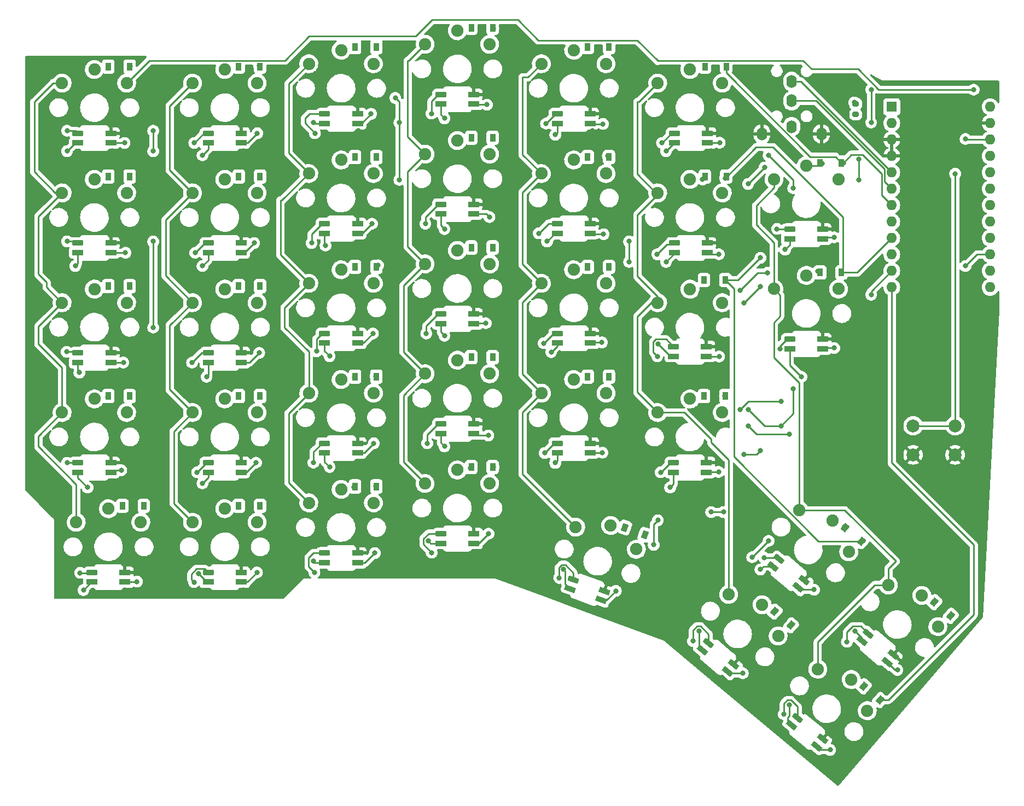
<source format=gbl>
G04 #@! TF.GenerationSoftware,KiCad,Pcbnew,(6.0.5)*
G04 #@! TF.CreationDate,2022-05-24T22:09:51+02:00*
G04 #@! TF.ProjectId,LPKeyboard,4c504b65-7962-46f6-9172-642e6b696361,rev?*
G04 #@! TF.SameCoordinates,Original*
G04 #@! TF.FileFunction,Copper,L2,Bot*
G04 #@! TF.FilePolarity,Positive*
%FSLAX46Y46*%
G04 Gerber Fmt 4.6, Leading zero omitted, Abs format (unit mm)*
G04 Created by KiCad (PCBNEW (6.0.5)) date 2022-05-24 22:09:51*
%MOMM*%
%LPD*%
G01*
G04 APERTURE LIST*
G04 Aperture macros list*
%AMRoundRect*
0 Rectangle with rounded corners*
0 $1 Rounding radius*
0 $2 $3 $4 $5 $6 $7 $8 $9 X,Y pos of 4 corners*
0 Add a 4 corners polygon primitive as box body*
4,1,4,$2,$3,$4,$5,$6,$7,$8,$9,$2,$3,0*
0 Add four circle primitives for the rounded corners*
1,1,$1+$1,$2,$3*
1,1,$1+$1,$4,$5*
1,1,$1+$1,$6,$7*
1,1,$1+$1,$8,$9*
0 Add four rect primitives between the rounded corners*
20,1,$1+$1,$2,$3,$4,$5,0*
20,1,$1+$1,$4,$5,$6,$7,0*
20,1,$1+$1,$6,$7,$8,$9,0*
20,1,$1+$1,$8,$9,$2,$3,0*%
%AMRotRect*
0 Rectangle, with rotation*
0 The origin of the aperture is its center*
0 $1 length*
0 $2 width*
0 $3 Rotation angle, in degrees counterclockwise*
0 Add horizontal line*
21,1,$1,$2,0,0,$3*%
G04 Aperture macros list end*
G04 #@! TA.AperFunction,ComponentPad*
%ADD10C,1.900000*%
G04 #@! TD*
G04 #@! TA.AperFunction,ComponentPad*
%ADD11R,1.600000X1.600000*%
G04 #@! TD*
G04 #@! TA.AperFunction,ComponentPad*
%ADD12O,1.600000X1.600000*%
G04 #@! TD*
G04 #@! TA.AperFunction,ComponentPad*
%ADD13C,2.000000*%
G04 #@! TD*
G04 #@! TA.AperFunction,ComponentPad*
%ADD14O,1.600000X2.000000*%
G04 #@! TD*
G04 #@! TA.AperFunction,SMDPad,CuDef*
%ADD15R,1.700000X0.820000*%
G04 #@! TD*
G04 #@! TA.AperFunction,SMDPad,CuDef*
%ADD16RoundRect,0.205000X0.645000X0.205000X-0.645000X0.205000X-0.645000X-0.205000X0.645000X-0.205000X0*%
G04 #@! TD*
G04 #@! TA.AperFunction,SMDPad,CuDef*
%ADD17R,0.900000X1.200000*%
G04 #@! TD*
G04 #@! TA.AperFunction,SMDPad,CuDef*
%ADD18RotRect,0.900000X1.200000X140.000000*%
G04 #@! TD*
G04 #@! TA.AperFunction,SMDPad,CuDef*
%ADD19RotRect,1.700000X0.820000X140.000000*%
G04 #@! TD*
G04 #@! TA.AperFunction,SMDPad,CuDef*
%ADD20RoundRect,0.205000X0.625870X-0.257559X-0.362327X0.571637X-0.625870X0.257559X0.362327X-0.571637X0*%
G04 #@! TD*
G04 #@! TA.AperFunction,SMDPad,CuDef*
%ADD21RotRect,1.700000X0.820000X160.000000*%
G04 #@! TD*
G04 #@! TA.AperFunction,SMDPad,CuDef*
%ADD22RoundRect,0.205000X0.676216X-0.027966X-0.535988X0.413240X-0.676216X0.027966X0.535988X-0.413240X0*%
G04 #@! TD*
G04 #@! TA.AperFunction,SMDPad,CuDef*
%ADD23RoundRect,0.200000X0.275000X-0.200000X0.275000X0.200000X-0.275000X0.200000X-0.275000X-0.200000X0*%
G04 #@! TD*
G04 #@! TA.AperFunction,SMDPad,CuDef*
%ADD24RotRect,0.900000X1.200000X160.000000*%
G04 #@! TD*
G04 #@! TA.AperFunction,ViaPad*
%ADD25C,0.800000*%
G04 #@! TD*
G04 #@! TA.AperFunction,Conductor*
%ADD26C,0.250000*%
G04 #@! TD*
G04 APERTURE END LIST*
D10*
X139597500Y-71664400D03*
X144597500Y-73764400D03*
X134597500Y-73764400D03*
X150767993Y-137544146D03*
X153248361Y-142366777D03*
X145587917Y-135938901D03*
X103597500Y-99664400D03*
X98597500Y-101764400D03*
X108597500Y-101764400D03*
X103597500Y-48664400D03*
X98597500Y-50764400D03*
X108597500Y-50764400D03*
X72597500Y-73764400D03*
X62597500Y-73764400D03*
X67597500Y-71664400D03*
D11*
X170825000Y-60432500D03*
D12*
X170825000Y-62972500D03*
X170825000Y-65512500D03*
X170825000Y-68052500D03*
X170825000Y-70592500D03*
X170825000Y-73132500D03*
X170825000Y-75672500D03*
X170825000Y-78212500D03*
X170825000Y-80752500D03*
X170825000Y-83292500D03*
X170825000Y-85832500D03*
X170825000Y-88372500D03*
X186065000Y-88372500D03*
X186065000Y-85832500D03*
X186065000Y-83292500D03*
X186065000Y-80752500D03*
X186065000Y-78212500D03*
X186065000Y-75672500D03*
X186065000Y-73132500D03*
X186065000Y-70592500D03*
X186065000Y-68052500D03*
X186065000Y-65512500D03*
X186065000Y-62972500D03*
X186065000Y-60432500D03*
D10*
X103597500Y-82664400D03*
X98597500Y-84764400D03*
X108597500Y-84764400D03*
X103597500Y-116664400D03*
X108597500Y-118764400D03*
X98597500Y-118764400D03*
X121597500Y-68664400D03*
X126597500Y-70764400D03*
X116597500Y-70764400D03*
X47410000Y-54664400D03*
X52410000Y-56764400D03*
X42410000Y-56764400D03*
X47410000Y-71664400D03*
X52410000Y-73764400D03*
X42410000Y-73764400D03*
X85597500Y-119664400D03*
X90597500Y-121764400D03*
X80597500Y-121764400D03*
X67597500Y-54664400D03*
X72597500Y-56764400D03*
X62597500Y-56764400D03*
X85597500Y-68664400D03*
X90597500Y-70764400D03*
X80597500Y-70764400D03*
X67597500Y-105664400D03*
X62597500Y-107764400D03*
X72597500Y-107764400D03*
X161695382Y-124521390D03*
X164175750Y-129344021D03*
X156515306Y-122916145D03*
X139597500Y-105664400D03*
X144597500Y-107764400D03*
X134597500Y-107764400D03*
X67597500Y-122664400D03*
X62597500Y-124764400D03*
X72597500Y-124764400D03*
X121597500Y-85664400D03*
X116597500Y-87764400D03*
X126597500Y-87764400D03*
X47410000Y-88664400D03*
X52410000Y-90764400D03*
X42410000Y-90764400D03*
X85597500Y-51664400D03*
X90597500Y-53764400D03*
X80597500Y-53764400D03*
X157597500Y-69539400D03*
X162597500Y-71639400D03*
X152597500Y-71639400D03*
D13*
X174143600Y-109814800D03*
X180643600Y-109814800D03*
X174143600Y-114314800D03*
X180643600Y-114314800D03*
D10*
X67597500Y-88664400D03*
X62597500Y-90764400D03*
X72597500Y-90764400D03*
X121597500Y-102664400D03*
X126597500Y-104764400D03*
X116597500Y-104764400D03*
X85597500Y-102664400D03*
X80597500Y-104764400D03*
X90597500Y-104764400D03*
X121597500Y-51664400D03*
X126597500Y-53764400D03*
X116597500Y-53764400D03*
X47410000Y-105664400D03*
X52410000Y-107764400D03*
X42410000Y-107764400D03*
X139597500Y-88664400D03*
X134597500Y-90764400D03*
X144597500Y-90764400D03*
X175484182Y-136091567D03*
X177964550Y-140914198D03*
X170304106Y-134486322D03*
X139597500Y-54664400D03*
X134597500Y-56764400D03*
X144597500Y-56764400D03*
X157597500Y-86539400D03*
X162597500Y-88639400D03*
X152597500Y-88639400D03*
X103597500Y-65664400D03*
X98597500Y-67764400D03*
X108597500Y-67764400D03*
D14*
X150735000Y-64607500D03*
X155335000Y-59507500D03*
X155335000Y-56507500D03*
X155335000Y-63507500D03*
D10*
X127325103Y-125255268D03*
X121908397Y-125518521D03*
X131305324Y-128938723D03*
X49597500Y-122664400D03*
X44597500Y-124764400D03*
X54597500Y-124764400D03*
X164556793Y-149114323D03*
X167037161Y-153936954D03*
X159376717Y-147509078D03*
X85597500Y-85664400D03*
X90597500Y-87764400D03*
X80597500Y-87764400D03*
D15*
X124142764Y-114027565D03*
X124142764Y-112527565D03*
D16*
X119042764Y-112527565D03*
D15*
X119042764Y-114027565D03*
X49955264Y-66027565D03*
X49955264Y-64527565D03*
D16*
X44855264Y-64527565D03*
D15*
X44855264Y-66027565D03*
D17*
X91057500Y-68214400D03*
X87757500Y-68214400D03*
X127057500Y-51214400D03*
X123757500Y-51214400D03*
D14*
X159942915Y-64611819D03*
X155342915Y-59511819D03*
X155342915Y-56511819D03*
X155342915Y-63511819D03*
D17*
X73057500Y-54214400D03*
X69757500Y-54214400D03*
D15*
X70142764Y-134027565D03*
X70142764Y-132527565D03*
D16*
X65042764Y-132527565D03*
D15*
X65042764Y-134027565D03*
D17*
X127057500Y-68214400D03*
X123757500Y-68214400D03*
X73057500Y-122214400D03*
X69757500Y-122214400D03*
D15*
X142292764Y-66027565D03*
X142292764Y-64527565D03*
D16*
X137192764Y-64527565D03*
D15*
X137192764Y-66027565D03*
X124142764Y-63027565D03*
X124142764Y-61527565D03*
D16*
X119042764Y-61527565D03*
D15*
X119042764Y-63027565D03*
D17*
X109057500Y-48214400D03*
X105757500Y-48214400D03*
X52870000Y-105214400D03*
X49570000Y-105214400D03*
D15*
X88142764Y-80027565D03*
X88142764Y-78527565D03*
D16*
X83042764Y-78527565D03*
D15*
X83042764Y-80027565D03*
D17*
X91057500Y-85214400D03*
X87757500Y-85214400D03*
X127057500Y-102214400D03*
X123757500Y-102214400D03*
D18*
X155239850Y-140709047D03*
X152711904Y-138587847D03*
D17*
X52870000Y-54214400D03*
X49570000Y-54214400D03*
D15*
X70142764Y-66027565D03*
X70142764Y-64527565D03*
D16*
X65042764Y-64527565D03*
D15*
X65042764Y-66027565D03*
X106142764Y-94027565D03*
X106142764Y-92527565D03*
D16*
X101042764Y-92527565D03*
D15*
X101042764Y-94027565D03*
D17*
X73057500Y-71214400D03*
X69757500Y-71214400D03*
D15*
X124142764Y-80027565D03*
X124142764Y-78527565D03*
D16*
X119042764Y-78527565D03*
D15*
X119042764Y-80027565D03*
X88142764Y-97027565D03*
X88142764Y-95527565D03*
D16*
X83042764Y-95527565D03*
D15*
X83042764Y-97027565D03*
X124142764Y-97027565D03*
X124142764Y-95527565D03*
D16*
X119042764Y-95527565D03*
D15*
X119042764Y-97027565D03*
D17*
X145207500Y-71214400D03*
X141907500Y-71214400D03*
D15*
X106142764Y-60027565D03*
X106142764Y-58527565D03*
D16*
X101042764Y-58527565D03*
D15*
X101042764Y-60027565D03*
X88142764Y-63027565D03*
X88142764Y-61527565D03*
D16*
X83042764Y-61527565D03*
D15*
X83042764Y-63027565D03*
D17*
X91057500Y-119214400D03*
X87757500Y-119214400D03*
D15*
X106142764Y-111027565D03*
X106142764Y-109527565D03*
D16*
X101042764Y-109527565D03*
D15*
X101042764Y-111027565D03*
D17*
X163057500Y-86089400D03*
X159757500Y-86089400D03*
D15*
X106142764Y-77027565D03*
X106142764Y-75527565D03*
D16*
X101042764Y-75527565D03*
D15*
X101042764Y-77027565D03*
D17*
X91057500Y-51214400D03*
X87757500Y-51214400D03*
D15*
X49955264Y-83027565D03*
X49955264Y-81527565D03*
D16*
X44855264Y-81527565D03*
D15*
X44855264Y-83027565D03*
D17*
X163057500Y-69089400D03*
X159757500Y-69089400D03*
D15*
X70142764Y-83027565D03*
X70142764Y-81527565D03*
D16*
X65042764Y-81527565D03*
D15*
X65042764Y-83027565D03*
X49955264Y-117027565D03*
X49955264Y-115527565D03*
D16*
X44855264Y-115527565D03*
D15*
X44855264Y-117027565D03*
D19*
X159199932Y-159457598D03*
X160164113Y-158308531D03*
D20*
X156257286Y-155030314D03*
D19*
X155293105Y-156179381D03*
D21*
X125829387Y-136805167D03*
X126342417Y-135395628D03*
D22*
X121549985Y-133651325D03*
D21*
X121036955Y-135060864D03*
D17*
X73057500Y-88214400D03*
X69757500Y-88214400D03*
D15*
X70142764Y-100027565D03*
X70142764Y-98527565D03*
D16*
X65042764Y-98527565D03*
D15*
X65042764Y-100027565D03*
D17*
X109057500Y-116214400D03*
X105757500Y-116214400D03*
X145057500Y-87257400D03*
X141757500Y-87257400D03*
D19*
X170127323Y-146434842D03*
X171091504Y-145285775D03*
D20*
X167184677Y-142007558D03*
D19*
X166220496Y-143156625D03*
X145411133Y-147887421D03*
X146375314Y-146738354D03*
D20*
X142468487Y-143460137D03*
D19*
X141504306Y-144609204D03*
D15*
X88142764Y-114027565D03*
X88142764Y-112527565D03*
D16*
X83042764Y-112527565D03*
D15*
X83042764Y-114027565D03*
D18*
X169028649Y-152279223D03*
X166500703Y-150158023D03*
D17*
X127057500Y-85214400D03*
X123757500Y-85214400D03*
D15*
X52142764Y-134027565D03*
X52142764Y-132527565D03*
D16*
X47042764Y-132527565D03*
D15*
X47042764Y-134027565D03*
D23*
X165252400Y-61632600D03*
X165252400Y-59982600D03*
D17*
X73057500Y-105214400D03*
X69757500Y-105214400D03*
X55057500Y-122214400D03*
X51757500Y-122214400D03*
X52870000Y-88214400D03*
X49570000Y-88214400D03*
X52870000Y-71214400D03*
X49570000Y-71214400D03*
D15*
X142142764Y-99070565D03*
X142142764Y-97570565D03*
D16*
X137042764Y-97570565D03*
D15*
X137042764Y-99070565D03*
X160142764Y-80902565D03*
X160142764Y-79402565D03*
D16*
X155042764Y-79402565D03*
D15*
X155042764Y-80902565D03*
D17*
X109057500Y-99214400D03*
X105757500Y-99214400D03*
X91057500Y-102214400D03*
X87757500Y-102214400D03*
D13*
X174143600Y-109814800D03*
X180643600Y-109814800D03*
X180643600Y-114314800D03*
X174143600Y-114314800D03*
D18*
X166167239Y-127686291D03*
X163639293Y-125565091D03*
D15*
X106142764Y-128027565D03*
X106142764Y-126527565D03*
D16*
X101042764Y-126527565D03*
D15*
X101042764Y-128027565D03*
D17*
X109057500Y-82214400D03*
X105757500Y-82214400D03*
D15*
X70142764Y-117027565D03*
X70142764Y-115527565D03*
D16*
X65042764Y-115527565D03*
D15*
X65042764Y-117027565D03*
X160142764Y-97902565D03*
X160142764Y-96402565D03*
D16*
X155042764Y-96402565D03*
D15*
X155042764Y-97902565D03*
X49955264Y-100027565D03*
X49955264Y-98527565D03*
D16*
X44855264Y-98527565D03*
D15*
X44855264Y-100027565D03*
D17*
X145207500Y-54214400D03*
X141907500Y-54214400D03*
X145057500Y-105214400D03*
X141757500Y-105214400D03*
D15*
X142142764Y-117027565D03*
X142142764Y-115527565D03*
D16*
X137042764Y-115527565D03*
D15*
X137042764Y-117027565D03*
X142292764Y-83027565D03*
X142292764Y-81527565D03*
D16*
X137192764Y-81527565D03*
D15*
X137192764Y-83027565D03*
D17*
X109057500Y-65214400D03*
X105757500Y-65214400D03*
D24*
X132609734Y-126699836D03*
X129508748Y-125571170D03*
D15*
X88142764Y-131027565D03*
X88142764Y-129527565D03*
D16*
X83042764Y-129527565D03*
D15*
X83042764Y-131027565D03*
D19*
X156338522Y-134864664D03*
X157302703Y-133715597D03*
D20*
X153395876Y-130437380D03*
D19*
X152431695Y-131586447D03*
D18*
X179956039Y-139256468D03*
X177428093Y-137135268D03*
D25*
X165252400Y-61632600D03*
X142240000Y-118745000D03*
X125730000Y-138430000D03*
X160655000Y-99695000D03*
X125095000Y-98425000D03*
X88265000Y-132715000D03*
X142875000Y-100965000D03*
X50165000Y-101600000D03*
X142875000Y-67310000D03*
X151130000Y-78740000D03*
X124460000Y-64135000D03*
X144145000Y-85090000D03*
X70485000Y-118745000D03*
X144145000Y-149225000D03*
X50165000Y-67310000D03*
X88265000Y-64135000D03*
X49530000Y-118745000D03*
X160655000Y-82550000D03*
X71120000Y-101600000D03*
X155575000Y-136525000D03*
X106680000Y-78740000D03*
X52070000Y-135255000D03*
X50165000Y-85090000D03*
X106680000Y-113030000D03*
X88900000Y-81915000D03*
X149225000Y-80645000D03*
X88265000Y-115570000D03*
X88265000Y-99060000D03*
X106045000Y-129540000D03*
X124460000Y-115570000D03*
X125095000Y-81915000D03*
X106680000Y-61595000D03*
X106680000Y-95885000D03*
X158115000Y-160655000D03*
X70485000Y-135255000D03*
X70485000Y-84455000D03*
X70485000Y-67310000D03*
X169545000Y-147955000D03*
X127049127Y-51231064D03*
X109149031Y-48330969D03*
X163320600Y-69089400D03*
X72909031Y-54090969D03*
X52911346Y-54181346D03*
X91029032Y-51210968D03*
X145207500Y-54214400D03*
X72981531Y-71163469D03*
X52861627Y-71231064D03*
X126881531Y-68063469D03*
X109049127Y-65231064D03*
X145049127Y-71480064D03*
X163057500Y-86089400D03*
X91049127Y-68231064D03*
X145049127Y-87274064D03*
X73049127Y-88231064D03*
X166370000Y-127635000D03*
X127049127Y-85231064D03*
X52861627Y-88231064D03*
X109049127Y-82231064D03*
X150495000Y-83820000D03*
X91315095Y-84965095D03*
X167640000Y-89535000D03*
X148590000Y-107315000D03*
X179947666Y-139273132D03*
X90929032Y-102110968D03*
X73049127Y-105231064D03*
X127026532Y-102208468D03*
X52861627Y-105231064D03*
X145004032Y-105185968D03*
X109049127Y-99231064D03*
X153670000Y-109855000D03*
X155575000Y-104140000D03*
X132601361Y-126716500D03*
X134620000Y-124460000D03*
X73049127Y-122231064D03*
X169020276Y-152295887D03*
X55049127Y-122231064D03*
X155231477Y-140725711D03*
X133985000Y-128270000D03*
X91001532Y-119183468D03*
X109193936Y-116231064D03*
X148590000Y-109855000D03*
X154940000Y-111125000D03*
X182245000Y-85090000D03*
X147955000Y-90805000D03*
X150495000Y-88265000D03*
X147320000Y-107315000D03*
X153670000Y-106045000D03*
X147320000Y-88900000D03*
X151610950Y-86124452D03*
X151130000Y-69850000D03*
X148590000Y-72390000D03*
X183515000Y-57785000D03*
X182245000Y-65405000D03*
X180643600Y-70788600D03*
X56515000Y-81280000D03*
X101600000Y-113030000D03*
X154305000Y-82550000D03*
X130175000Y-81280000D03*
X56515000Y-64135000D03*
X63500000Y-132715000D03*
X83820000Y-116205000D03*
X150495000Y-132080000D03*
X165100000Y-141605000D03*
X101600000Y-79375000D03*
X43180000Y-67310000D03*
X81280000Y-130810000D03*
X165735000Y-71755000D03*
X151765000Y-67945000D03*
X150495000Y-113665000D03*
X135890000Y-67310000D03*
X136525000Y-119380000D03*
X134620000Y-97155000D03*
X117475000Y-81280000D03*
X83820000Y-99060000D03*
X64770000Y-102235000D03*
X155575000Y-73025000D03*
X44450000Y-85090000D03*
X144780000Y-123190000D03*
X56515000Y-67310000D03*
X118745000Y-64770000D03*
X64135000Y-118745000D03*
X99060000Y-127635000D03*
X120015000Y-132080000D03*
X118745000Y-115570000D03*
X135890000Y-84455000D03*
X142875000Y-123190000D03*
X165735000Y-68580000D03*
X83185000Y-81915000D03*
X167640000Y-62865000D03*
X45085000Y-101600000D03*
X118110000Y-98425000D03*
X94615000Y-71755000D03*
X93980000Y-59055000D03*
X101600000Y-62230000D03*
X154940000Y-153035000D03*
X140970000Y-141605000D03*
X156845000Y-102235000D03*
X45720000Y-135255000D03*
X64135000Y-67945000D03*
X56515000Y-94615000D03*
X147955000Y-114300000D03*
X46355000Y-119380000D03*
X167640000Y-57785000D03*
X130175000Y-84455000D03*
X101600000Y-95885000D03*
X81280000Y-62865000D03*
X64135000Y-85090000D03*
X94615000Y-62865000D03*
X52080200Y-66029800D03*
X62875200Y-66029800D03*
X43180000Y-64135000D03*
X165029900Y-59760100D03*
X63020200Y-83029800D03*
X52225200Y-83029800D03*
X161925000Y-80645000D03*
X43180000Y-81280000D03*
X62530200Y-100029800D03*
X51900000Y-100029800D03*
X43117889Y-98362889D03*
X161925000Y-97790000D03*
X51572600Y-116702400D03*
X63310200Y-117029800D03*
X158797304Y-135207696D03*
X151765000Y-127635000D03*
X149225000Y-130175000D03*
X43180000Y-115570000D03*
X62820200Y-134029800D03*
X54008850Y-133951150D03*
X45204339Y-132595661D03*
X171699577Y-147622045D03*
X81547500Y-64529800D03*
X72630200Y-64529800D03*
X81030200Y-81529800D03*
X72140200Y-81529800D03*
X81783650Y-98293650D03*
X72920200Y-98529800D03*
X72430200Y-115529800D03*
X81320200Y-115529800D03*
X81465200Y-132529800D03*
X72575200Y-132529800D03*
X90235200Y-61529800D03*
X99588650Y-61488650D03*
X98635200Y-78529800D03*
X90380200Y-78529800D03*
X98780200Y-95529800D03*
X90525200Y-95529800D03*
X90670200Y-112529800D03*
X98925200Y-112529800D03*
X99616150Y-129461150D03*
X90815200Y-129529800D03*
X108166350Y-60108650D03*
X117310200Y-63029800D03*
X116185200Y-80029800D03*
X108556350Y-77498650D03*
X116965200Y-97029800D03*
X107993850Y-93936150D03*
X117110200Y-114029800D03*
X108383850Y-111326150D03*
X108420200Y-126529800D03*
X119354296Y-133375704D03*
X135265200Y-66029800D03*
X126143850Y-63086150D03*
X134526200Y-83278800D03*
X126216350Y-80158650D03*
X134530641Y-99074313D03*
X125971350Y-96913650D03*
X135065200Y-117029800D03*
X126043850Y-113986150D03*
X128127137Y-135397863D03*
X140053802Y-143156198D03*
X153071839Y-79338161D03*
X144196350Y-65988650D03*
X153555200Y-97904800D03*
X144069350Y-83260650D03*
X144109850Y-99095150D03*
X151076374Y-130228626D03*
X144021350Y-116963650D03*
X163887935Y-143276681D03*
X154124730Y-154485270D03*
X147774730Y-148135270D03*
X161290000Y-160020000D03*
X49561627Y-54231064D03*
X49561627Y-71231064D03*
X49528845Y-88263845D03*
X49456345Y-105336345D03*
X51747596Y-122232596D03*
X69749127Y-54231064D03*
X69749127Y-71231064D03*
X69749127Y-88231064D03*
X69710095Y-105270095D03*
X69749127Y-122231064D03*
X87749127Y-51231064D03*
X87749127Y-68231064D03*
X87749127Y-85231064D03*
X87687596Y-102292596D03*
X87615095Y-119365095D03*
X105749127Y-48231064D03*
X105749127Y-65231064D03*
X105749127Y-82231064D03*
X105749127Y-99231064D03*
X105592596Y-116387596D03*
X123749127Y-51231064D03*
X123749127Y-68231064D03*
X123749127Y-85231064D03*
X123749127Y-102231064D03*
X129500375Y-125587834D03*
X141899127Y-54231064D03*
X141539595Y-71689595D03*
X141749127Y-87274064D03*
X141749127Y-105231064D03*
X152703531Y-138604511D03*
X160020000Y-69215000D03*
X159385000Y-85906053D03*
X163487083Y-125437917D03*
X177296394Y-137028606D03*
X166492330Y-150174687D03*
D26*
X144069350Y-83260650D02*
X142525849Y-83260650D01*
X142525849Y-83260650D02*
X142292764Y-83027565D01*
X156744319Y-56511819D02*
X170825000Y-70592500D01*
X155342915Y-56511819D02*
X156744319Y-56511819D01*
X169700489Y-72007989D02*
X170825000Y-73132500D01*
X169700489Y-70103707D02*
X169700489Y-72007989D01*
X159108601Y-59511819D02*
X169700489Y-70103707D01*
X155342915Y-59511819D02*
X159108601Y-59511819D01*
X169250969Y-74098469D02*
X170825000Y-75672500D01*
X163320600Y-69089400D02*
X164554501Y-67855499D01*
X158197050Y-68164889D02*
X162132989Y-68164889D01*
X162132989Y-68164889D02*
X163057500Y-69089400D01*
X163057500Y-69089400D02*
X163320600Y-69089400D01*
X164554501Y-67855499D02*
X166280499Y-67855499D01*
X169250969Y-70825969D02*
X169250969Y-74098469D01*
X145207500Y-55175339D02*
X158197050Y-68164889D01*
X166280499Y-67855499D02*
X169250969Y-70825969D01*
X145207500Y-54214400D02*
X145207500Y-55175339D01*
X149845900Y-66675000D02*
X145057500Y-71463400D01*
X163284501Y-85862399D02*
X163284501Y-77499558D01*
X163057500Y-86089400D02*
X163284501Y-85862399D01*
X163284501Y-77499558D02*
X152459943Y-66675000D01*
X165488100Y-86089400D02*
X170825000Y-80752500D01*
X163057500Y-86089400D02*
X165488100Y-86089400D01*
X152459943Y-66675000D02*
X149845900Y-66675000D01*
X146422021Y-114625292D02*
X146422021Y-88621921D01*
X166167239Y-127686291D02*
X159483020Y-127686291D01*
X159483020Y-127686291D02*
X146422021Y-114625292D01*
X146422021Y-88621921D02*
X145057500Y-87257400D01*
X147057600Y-87257400D02*
X150495000Y-83820000D01*
X145057500Y-87257400D02*
X147057600Y-87257400D01*
X167640000Y-89017500D02*
X170825000Y-85832500D01*
X155575000Y-104140000D02*
X155575000Y-107950000D01*
X155575000Y-107950000D02*
X153670000Y-109855000D01*
X151130000Y-109855000D02*
X153670000Y-109855000D01*
X148590000Y-107315000D02*
X151130000Y-109855000D01*
X167640000Y-89535000D02*
X167640000Y-89017500D01*
X133985000Y-125095000D02*
X134620000Y-124460000D01*
X170825000Y-115560000D02*
X170825000Y-88372500D01*
X170815000Y-115570000D02*
X170825000Y-115560000D01*
X133985000Y-128270000D02*
X133985000Y-125095000D01*
X170300777Y-152279223D02*
X183515000Y-139065000D01*
X169028649Y-152279223D02*
X170300777Y-152279223D01*
X183515000Y-139065000D02*
X183515000Y-128270000D01*
X183515000Y-128270000D02*
X170815000Y-115570000D01*
X156515306Y-103175306D02*
X156515306Y-122916145D01*
X170304106Y-134486322D02*
X168194909Y-134486322D01*
X152597500Y-81477500D02*
X152597500Y-88639400D01*
X152586193Y-99246193D02*
X156515306Y-103175306D01*
X156515306Y-122916145D02*
X163556145Y-122916145D01*
X153547499Y-92862558D02*
X152586193Y-93823864D01*
X152586193Y-93823864D02*
X152586193Y-99246193D01*
X170304106Y-131955894D02*
X170304106Y-134486322D01*
X153547499Y-89589399D02*
X153547499Y-92862558D01*
X163556145Y-122916145D02*
X171450000Y-130810000D01*
X152597500Y-88639400D02*
X153547499Y-89589399D01*
X149860000Y-78740000D02*
X152597500Y-81477500D01*
X152597500Y-72982902D02*
X149860000Y-75720402D01*
X168194909Y-134486322D02*
X159376717Y-143304514D01*
X171450000Y-130810000D02*
X170304106Y-131955894D01*
X152597500Y-71639400D02*
X152597500Y-72982902D01*
X159376717Y-143304514D02*
X159376717Y-147509078D01*
X149860000Y-75720402D02*
X149860000Y-78740000D01*
X131671900Y-59690000D02*
X131445000Y-59690000D01*
X131445000Y-104611900D02*
X134597500Y-107764400D01*
X138731317Y-107764400D02*
X142875000Y-111908083D01*
X131445000Y-92959900D02*
X131445000Y-104611900D01*
X145587917Y-115107917D02*
X145587917Y-135938901D01*
X131445000Y-70860900D02*
X134597500Y-74013400D01*
X149860000Y-111125000D02*
X154940000Y-111125000D01*
X131445000Y-77165900D02*
X131445000Y-86654900D01*
X134597500Y-56764400D02*
X131671900Y-59690000D01*
X148590000Y-109855000D02*
X149860000Y-111125000D01*
X142875000Y-111908083D02*
X142875000Y-112395000D01*
X131445000Y-86654900D02*
X134597500Y-89807400D01*
X134597500Y-74013400D02*
X131445000Y-77165900D01*
X131445000Y-59690000D02*
X131445000Y-70860900D01*
X134597500Y-89807400D02*
X131445000Y-92959900D01*
X142875000Y-112395000D02*
X145587917Y-115107917D01*
X134597500Y-107764400D02*
X138731317Y-107764400D01*
X113665000Y-55880000D02*
X113665000Y-67831900D01*
X114481900Y-55880000D02*
X113665000Y-55880000D01*
X182245000Y-85090000D02*
X184042500Y-83292500D01*
X116597500Y-70764400D02*
X113665000Y-73696900D01*
X147955000Y-90805000D02*
X150495000Y-88265000D01*
X113665000Y-117275124D02*
X121908397Y-125518521D01*
X116597500Y-104764400D02*
X113665000Y-107696900D01*
X113665000Y-73696900D02*
X113665000Y-84831900D01*
X116597500Y-53764400D02*
X114481900Y-55880000D01*
X113665000Y-84831900D02*
X116597500Y-87764400D01*
X113665000Y-107696900D02*
X113665000Y-117275124D01*
X184042500Y-83292500D02*
X186065000Y-83292500D01*
X113665000Y-67831900D02*
X116597500Y-70764400D01*
X113665000Y-101831900D02*
X116597500Y-104764400D01*
X116597500Y-87764400D02*
X113665000Y-90696900D01*
X113665000Y-90696900D02*
X113665000Y-101831900D01*
X95885000Y-70476900D02*
X95885000Y-82051900D01*
X95250000Y-115416900D02*
X98597500Y-118764400D01*
X98597500Y-50764400D02*
X96021900Y-53340000D01*
X98597500Y-67764400D02*
X95885000Y-70476900D01*
X95885000Y-82051900D02*
X98597500Y-84764400D01*
X98597500Y-84764400D02*
X95250000Y-88111900D01*
X95885000Y-65051900D02*
X98597500Y-67764400D01*
X148590000Y-106045000D02*
X153670000Y-106045000D01*
X95250000Y-98416900D02*
X98597500Y-101764400D01*
X95885000Y-53340000D02*
X95885000Y-65051900D01*
X95250000Y-105111900D02*
X95250000Y-115416900D01*
X95250000Y-88111900D02*
X95250000Y-98416900D01*
X147320000Y-107315000D02*
X148590000Y-106045000D01*
X98597500Y-101764400D02*
X95250000Y-105111900D01*
X96021900Y-53340000D02*
X95885000Y-53340000D01*
X80597500Y-53764400D02*
X77470000Y-56891900D01*
X77470000Y-118636900D02*
X80597500Y-121764400D01*
X76431900Y-74930000D02*
X76200000Y-74930000D01*
X150095548Y-86124452D02*
X151610950Y-86124452D01*
X76835000Y-94615000D02*
X80597500Y-98377500D01*
X76200000Y-74930000D02*
X76200000Y-83366900D01*
X77470000Y-56891900D02*
X77470000Y-67636900D01*
X77470000Y-67636900D02*
X80597500Y-70764400D01*
X147320000Y-88900000D02*
X150095548Y-86124452D01*
X80597500Y-98377500D02*
X80597500Y-104764400D01*
X77470000Y-107891900D02*
X77470000Y-118636900D01*
X80597500Y-104764400D02*
X77470000Y-107891900D01*
X76835000Y-91526900D02*
X76835000Y-94615000D01*
X80597500Y-87764400D02*
X76835000Y-91526900D01*
X80597500Y-70764400D02*
X76431900Y-74930000D01*
X76200000Y-83366900D02*
X80597500Y-87764400D01*
X62597500Y-90764400D02*
X59055000Y-94306900D01*
X59055000Y-94306900D02*
X59055000Y-104221900D01*
X62597500Y-107764400D02*
X59690000Y-110671900D01*
X59055000Y-70221900D02*
X62597500Y-73764400D01*
X58420000Y-77941900D02*
X58420000Y-86586900D01*
X59055000Y-60306900D02*
X59055000Y-70221900D01*
X62597500Y-73764400D02*
X58420000Y-77941900D01*
X62597500Y-56764400D02*
X59055000Y-60306900D01*
X59690000Y-110671900D02*
X59690000Y-121856900D01*
X59690000Y-121856900D02*
X62597500Y-124764400D01*
X148590000Y-72390000D02*
X151130000Y-69850000D01*
X58420000Y-86586900D02*
X62597500Y-90764400D01*
X59055000Y-104221900D02*
X62597500Y-107764400D01*
X40005000Y-88359400D02*
X42410000Y-90764400D01*
X42410000Y-56764400D02*
X41025600Y-56764400D01*
X134670111Y-53289889D02*
X157116324Y-53289889D01*
X157116324Y-53289889D02*
X158436435Y-54610000D01*
X131445000Y-50165000D02*
X134620000Y-53340000D01*
X42410000Y-90764400D02*
X38735000Y-94439400D01*
X158436435Y-54610000D02*
X165641764Y-54610000D01*
X99695000Y-46990000D02*
X112941598Y-46990000D01*
X42410000Y-73764400D02*
X38735000Y-77439400D01*
X97155000Y-49530000D02*
X99695000Y-46990000D01*
X112941598Y-46990000D02*
X116116598Y-50165000D01*
X42410000Y-100830000D02*
X42410000Y-107764400D01*
X42410000Y-107764400D02*
X38735000Y-111439400D01*
X38100000Y-70485000D02*
X41379400Y-73764400D01*
X38735000Y-113030000D02*
X44597500Y-118892500D01*
X41025600Y-56764400D02*
X38100000Y-59690000D01*
X55884511Y-53289889D02*
X76885111Y-53289889D01*
X38100000Y-59690000D02*
X38100000Y-70485000D01*
X52410000Y-56764400D02*
X55884511Y-53289889D01*
X76885111Y-53289889D02*
X80645000Y-49530000D01*
X116116598Y-50165000D02*
X131445000Y-50165000D01*
X41379400Y-73764400D02*
X42410000Y-73764400D01*
X38735000Y-94439400D02*
X38735000Y-97155000D01*
X38735000Y-77439400D02*
X38735000Y-86360000D01*
X38735000Y-111439400D02*
X38735000Y-113030000D01*
X44597500Y-118892500D02*
X44597500Y-124764400D01*
X165641764Y-54610000D02*
X168816764Y-57785000D01*
X38735000Y-97155000D02*
X42410000Y-100830000D01*
X80645000Y-49530000D02*
X97155000Y-49530000D01*
X168816764Y-57785000D02*
X183515000Y-57785000D01*
X40005000Y-87630000D02*
X40005000Y-88359400D01*
X134620000Y-53340000D02*
X134670111Y-53289889D01*
X38735000Y-86360000D02*
X40005000Y-87630000D01*
X182352500Y-65512500D02*
X186065000Y-65512500D01*
X182245000Y-65405000D02*
X182352500Y-65512500D01*
X180643600Y-109814800D02*
X174143600Y-109814800D01*
X180643600Y-109814800D02*
X180643600Y-70788600D01*
X147955000Y-114300000D02*
X149860000Y-114300000D01*
X119042764Y-97492236D02*
X118110000Y-98425000D01*
X137042764Y-118862236D02*
X136525000Y-119380000D01*
X56515000Y-67310000D02*
X56515000Y-64135000D01*
X65042764Y-83027565D02*
X65042764Y-84182236D01*
X137042764Y-83302236D02*
X135890000Y-84455000D01*
X101042764Y-94027565D02*
X101042764Y-95327764D01*
X44855264Y-84684736D02*
X44450000Y-85090000D01*
X56515000Y-94615000D02*
X56515000Y-81280000D01*
X83042764Y-80027565D02*
X83042764Y-81772764D01*
X81497565Y-131027565D02*
X81280000Y-130810000D01*
X137042764Y-99070565D02*
X136602764Y-99070565D01*
X155575000Y-71755000D02*
X151765000Y-67945000D01*
X134687199Y-97155000D02*
X134620000Y-97155000D01*
X142875000Y-123190000D02*
X144780000Y-123190000D01*
X101042764Y-95327764D02*
X101600000Y-95885000D01*
X140970000Y-144074898D02*
X140970000Y-141605000D01*
X119042764Y-63027565D02*
X119042764Y-64472236D01*
X120301166Y-134325075D02*
X120301166Y-132366166D01*
X166220496Y-143156625D02*
X166220496Y-142725496D01*
X47042764Y-134027565D02*
X46947435Y-134027565D01*
X46947435Y-134027565D02*
X45720000Y-135255000D01*
X154940000Y-154705256D02*
X154940000Y-153035000D01*
X44462435Y-66027565D02*
X43180000Y-67310000D01*
X155042764Y-100432764D02*
X156845000Y-102235000D01*
X65042764Y-84182236D02*
X64135000Y-85090000D01*
X119042764Y-97027565D02*
X119042764Y-97492236D01*
X137042764Y-83276565D02*
X137042764Y-83302236D01*
X118727435Y-80027565D02*
X117475000Y-81280000D01*
X101042764Y-61672764D02*
X101600000Y-62230000D01*
X119042764Y-64472236D02*
X118745000Y-64770000D01*
X155293105Y-156179381D02*
X154689768Y-155576044D01*
X64812565Y-134027565D02*
X63500000Y-132715000D01*
X155575000Y-73025000D02*
X155575000Y-71755000D01*
X101042764Y-128027565D02*
X99452565Y-128027565D01*
X65042764Y-66027565D02*
X65042764Y-67037236D01*
X155042764Y-81812236D02*
X154305000Y-82550000D01*
X130175000Y-84455000D02*
X130175000Y-81280000D01*
X44855264Y-83027565D02*
X44855264Y-84684736D01*
X165735000Y-71755000D02*
X165735000Y-68580000D01*
X83042764Y-114027565D02*
X83042764Y-115427764D01*
X167640000Y-57785000D02*
X167640000Y-62865000D01*
X44855264Y-117880264D02*
X46355000Y-119380000D01*
X65042764Y-117027565D02*
X65042764Y-117837236D01*
X65042764Y-101962236D02*
X64770000Y-102235000D01*
X154689768Y-155576044D02*
X154689768Y-154955488D01*
X120301166Y-132366166D02*
X120015000Y-132080000D01*
X119042764Y-115272236D02*
X118745000Y-115570000D01*
X141504306Y-144609204D02*
X140970000Y-144074898D01*
X65042764Y-117837236D02*
X64135000Y-118745000D01*
X44855264Y-101370264D02*
X45085000Y-101600000D01*
X101042764Y-78817764D02*
X101600000Y-79375000D01*
X94615000Y-59690000D02*
X93980000Y-59055000D01*
X119042764Y-114027565D02*
X119042764Y-115272236D01*
X44855264Y-117027565D02*
X44855264Y-117880264D01*
X94615000Y-71755000D02*
X94615000Y-62865000D01*
X155042764Y-80902565D02*
X155042764Y-81812236D01*
X149860000Y-114300000D02*
X150495000Y-113665000D01*
X101042764Y-112472764D02*
X101600000Y-113030000D01*
X94615000Y-62865000D02*
X94615000Y-59690000D01*
X83042764Y-63027565D02*
X81442565Y-63027565D01*
X137172435Y-66027565D02*
X135890000Y-67310000D01*
X137042764Y-117027565D02*
X137042764Y-118862236D01*
X65042764Y-134027565D02*
X64812565Y-134027565D01*
X136602764Y-99070565D02*
X134687199Y-97155000D01*
X83042764Y-115427764D02*
X83820000Y-116205000D01*
X83042764Y-97027565D02*
X83042764Y-98282764D01*
X83042764Y-98282764D02*
X83820000Y-99060000D01*
X166220496Y-142725496D02*
X165100000Y-141605000D01*
X44855264Y-66027565D02*
X44462435Y-66027565D01*
X137192764Y-66027565D02*
X137172435Y-66027565D01*
X44855264Y-100027565D02*
X44855264Y-101370264D01*
X101042764Y-60027565D02*
X101042764Y-61672764D01*
X154689768Y-154955488D02*
X154940000Y-154705256D01*
X152431695Y-131586447D02*
X150988553Y-131586447D01*
X101042764Y-111027565D02*
X101042764Y-112472764D01*
X81442565Y-63027565D02*
X81280000Y-62865000D01*
X150988553Y-131586447D02*
X150495000Y-132080000D01*
X101042764Y-77027565D02*
X101042764Y-78817764D01*
X83042764Y-131027565D02*
X81497565Y-131027565D01*
X65042764Y-67037236D02*
X64135000Y-67945000D01*
X119042764Y-80027565D02*
X118727435Y-80027565D01*
X155042764Y-97902565D02*
X155042764Y-100432764D01*
X65042764Y-100027565D02*
X65042764Y-101962236D01*
X121036955Y-135060864D02*
X120301166Y-134325075D01*
X83042764Y-81772764D02*
X83185000Y-81915000D01*
X99452565Y-128027565D02*
X99060000Y-127635000D01*
X64377435Y-64527565D02*
X65042764Y-64527565D01*
X52080200Y-66029800D02*
X49957499Y-66029800D01*
X62875200Y-66029800D02*
X64377435Y-64527565D01*
X49957499Y-66029800D02*
X49955264Y-66027565D01*
X43180000Y-64135000D02*
X44462699Y-64135000D01*
X44462699Y-64135000D02*
X44855264Y-64527565D01*
X63020200Y-83029800D02*
X64522435Y-81527565D01*
X49957499Y-83029800D02*
X49955264Y-83027565D01*
X64522435Y-81527565D02*
X65042764Y-81527565D01*
X52225200Y-83029800D02*
X49957499Y-83029800D01*
X43180000Y-81280000D02*
X44607699Y-81280000D01*
X44607699Y-81280000D02*
X44855264Y-81527565D01*
X160400329Y-80645000D02*
X160142764Y-80902565D01*
X161925000Y-80645000D02*
X160400329Y-80645000D01*
X62530200Y-100029800D02*
X64032435Y-98527565D01*
X49957499Y-100029800D02*
X49955264Y-100027565D01*
X64032435Y-98527565D02*
X65042764Y-98527565D01*
X51900000Y-100029800D02*
X49957499Y-100029800D01*
X160255329Y-97790000D02*
X160142764Y-97902565D01*
X161925000Y-97790000D02*
X160255329Y-97790000D01*
X44690588Y-98362889D02*
X44855264Y-98527565D01*
X43117889Y-98362889D02*
X44690588Y-98362889D01*
X64812435Y-115527565D02*
X65042764Y-115527565D01*
X63310200Y-117029800D02*
X64812435Y-115527565D01*
X50280429Y-116702400D02*
X49955264Y-117027565D01*
X51572600Y-116702400D02*
X50280429Y-116702400D01*
X43180000Y-115570000D02*
X44812829Y-115570000D01*
X44812829Y-115570000D02*
X44855264Y-115527565D01*
X158797304Y-135207696D02*
X156681554Y-135207696D01*
X151765000Y-127635000D02*
X149225000Y-130175000D01*
X156681554Y-135207696D02*
X156338522Y-134864664D01*
X62820200Y-134029800D02*
X62415490Y-133625090D01*
X64505698Y-131990499D02*
X65042764Y-132527565D01*
X54008850Y-133951150D02*
X52219179Y-133951150D01*
X63199901Y-131990499D02*
X64505698Y-131990499D01*
X62415490Y-133625090D02*
X62415490Y-132774910D01*
X52219179Y-133951150D02*
X52142764Y-134027565D01*
X62415490Y-132774910D02*
X63199901Y-131990499D01*
X171699577Y-147622045D02*
X171314526Y-147622045D01*
X45204339Y-132595661D02*
X46974668Y-132595661D01*
X171314526Y-147622045D02*
X170127323Y-146434842D01*
X46974668Y-132595661D02*
X47042764Y-132527565D01*
X80712435Y-61527565D02*
X83042764Y-61527565D01*
X71132435Y-66027565D02*
X72630200Y-64529800D01*
X80010000Y-62992300D02*
X80010000Y-62230000D01*
X80010000Y-62230000D02*
X80712435Y-61527565D01*
X70142764Y-66027565D02*
X71132435Y-66027565D01*
X81547500Y-64529800D02*
X80010000Y-62992300D01*
X82633742Y-78527565D02*
X83042764Y-78527565D01*
X81030200Y-80131107D02*
X82633742Y-78527565D01*
X72140200Y-81529800D02*
X70642435Y-83027565D01*
X70642435Y-83027565D02*
X70142764Y-83027565D01*
X81030200Y-81529800D02*
X81030200Y-80131107D01*
X72920200Y-98529800D02*
X71422435Y-100027565D01*
X81783650Y-98293650D02*
X81783650Y-96377657D01*
X71422435Y-100027565D02*
X70142764Y-100027565D01*
X81783650Y-96377657D02*
X82633742Y-95527565D01*
X82633742Y-95527565D02*
X83042764Y-95527565D01*
X81320200Y-113841107D02*
X82633742Y-112527565D01*
X82633742Y-112527565D02*
X83042764Y-112527565D01*
X81320200Y-115529800D02*
X81320200Y-113841107D01*
X70932435Y-117027565D02*
X70142764Y-117027565D01*
X72430200Y-115529800D02*
X70932435Y-117027565D01*
X80555499Y-130263797D02*
X81291731Y-129527565D01*
X81465200Y-132529800D02*
X80555499Y-131620099D01*
X72575200Y-132529800D02*
X71077435Y-134027565D01*
X81291731Y-129527565D02*
X83042764Y-129527565D01*
X71077435Y-134027565D02*
X70142764Y-134027565D01*
X80555499Y-131620099D02*
X80555499Y-130263797D01*
X100633742Y-58527565D02*
X101042764Y-58527565D01*
X99588650Y-61488650D02*
X99588650Y-59572657D01*
X99588650Y-59572657D02*
X100633742Y-58527565D01*
X88737435Y-63027565D02*
X88142764Y-63027565D01*
X90235200Y-61529800D02*
X88737435Y-63027565D01*
X100633742Y-75527565D02*
X101042764Y-75527565D01*
X98635200Y-77526107D02*
X100633742Y-75527565D01*
X88882435Y-80027565D02*
X88142764Y-80027565D01*
X90380200Y-78529800D02*
X88882435Y-80027565D01*
X98635200Y-78529800D02*
X98635200Y-77526107D01*
X90525200Y-95529800D02*
X89027435Y-97027565D01*
X98780200Y-95529800D02*
X98780200Y-94381107D01*
X89027435Y-97027565D02*
X88142764Y-97027565D01*
X100633742Y-92527565D02*
X101042764Y-92527565D01*
X98780200Y-94381107D02*
X100633742Y-92527565D01*
X100633742Y-109527565D02*
X101042764Y-109527565D01*
X98925200Y-111236107D02*
X100633742Y-109527565D01*
X89172435Y-114027565D02*
X88142764Y-114027565D01*
X90670200Y-112529800D02*
X89172435Y-114027565D01*
X98925200Y-112529800D02*
X98925200Y-111236107D01*
X89317435Y-131027565D02*
X88142764Y-131027565D01*
X98335499Y-127334901D02*
X99142835Y-126527565D01*
X90815200Y-129529800D02*
X89317435Y-131027565D01*
X99616150Y-129461150D02*
X98335499Y-128180499D01*
X98335499Y-128180499D02*
X98335499Y-127334901D01*
X99142835Y-126527565D02*
X101042764Y-126527565D01*
X118812435Y-61527565D02*
X119042764Y-61527565D01*
X117310200Y-63029800D02*
X118812435Y-61527565D01*
X108166350Y-60108650D02*
X106223849Y-60108650D01*
X106223849Y-60108650D02*
X106142764Y-60027565D01*
X116185200Y-80029800D02*
X117687435Y-78527565D01*
X108556350Y-77498650D02*
X108085265Y-77027565D01*
X108085265Y-77027565D02*
X106142764Y-77027565D01*
X117687435Y-78527565D02*
X119042764Y-78527565D01*
X116965200Y-97029800D02*
X118467435Y-95527565D01*
X107993850Y-93936150D02*
X106234179Y-93936150D01*
X118467435Y-95527565D02*
X119042764Y-95527565D01*
X106234179Y-93936150D02*
X106142764Y-94027565D01*
X106441349Y-111326150D02*
X106142764Y-111027565D01*
X118612435Y-112527565D02*
X119042764Y-112527565D01*
X117110200Y-114029800D02*
X118612435Y-112527565D01*
X108383850Y-111326150D02*
X106441349Y-111326150D01*
X119354296Y-133375704D02*
X119290499Y-133311907D01*
X119714901Y-131355499D02*
X120315099Y-131355499D01*
X108420200Y-126529800D02*
X106922435Y-128027565D01*
X106922435Y-128027565D02*
X106142764Y-128027565D01*
X121549985Y-132590385D02*
X121549985Y-133651325D01*
X119290499Y-133311907D02*
X119290499Y-131779901D01*
X119290499Y-131779901D02*
X119714901Y-131355499D01*
X120315099Y-131355499D02*
X121549985Y-132590385D01*
X126143850Y-63086150D02*
X124201349Y-63086150D01*
X135265200Y-66029800D02*
X136767435Y-64527565D01*
X124201349Y-63086150D02*
X124142764Y-63027565D01*
X136767435Y-64527565D02*
X137192764Y-64527565D01*
X134526200Y-83278800D02*
X136028435Y-81776565D01*
X126216350Y-80158650D02*
X124273849Y-80158650D01*
X136028435Y-81776565D02*
X137042764Y-81776565D01*
X124273849Y-80158650D02*
X124142764Y-80027565D01*
X134319901Y-96430499D02*
X133895499Y-96854901D01*
X133895499Y-96854901D02*
X133895499Y-98439171D01*
X137042764Y-97570565D02*
X135902698Y-96430499D01*
X133895499Y-98439171D02*
X134530641Y-99074313D01*
X124256679Y-96913650D02*
X124142764Y-97027565D01*
X125971350Y-96913650D02*
X124256679Y-96913650D01*
X135902698Y-96430499D02*
X134319901Y-96430499D01*
X126043850Y-113986150D02*
X124184179Y-113986150D01*
X124184179Y-113986150D02*
X124142764Y-114027565D01*
X136567435Y-115527565D02*
X137042764Y-115527565D01*
X135065200Y-117029800D02*
X136567435Y-115527565D01*
X142468487Y-142078887D02*
X142468487Y-143460137D01*
X140053802Y-143156198D02*
X140053802Y-141496598D01*
X128127137Y-135404350D02*
X126726320Y-136805167D01*
X140053802Y-141496598D02*
X140669901Y-140880499D01*
X141270099Y-140880499D02*
X142468487Y-142078887D01*
X140669901Y-140880499D02*
X141270099Y-140880499D01*
X126726320Y-136805167D02*
X125829387Y-136805167D01*
X128127137Y-135397863D02*
X128127137Y-135404350D01*
X153071839Y-79338161D02*
X154978360Y-79338161D01*
X144196350Y-65988650D02*
X142331679Y-65988650D01*
X154978360Y-79338161D02*
X155042764Y-79402565D01*
X142331679Y-65988650D02*
X142292764Y-66027565D01*
X142158679Y-83260650D02*
X142142764Y-83276565D01*
X153555200Y-97904800D02*
X153555200Y-97481107D01*
X154633742Y-96402565D02*
X155042764Y-96402565D01*
X153555200Y-97481107D02*
X154633742Y-96402565D01*
X142167349Y-99095150D02*
X142142764Y-99070565D01*
X144109850Y-99095150D02*
X142167349Y-99095150D01*
X153187122Y-130228626D02*
X153395876Y-130437380D01*
X151076374Y-130228626D02*
X153187122Y-130228626D01*
X144021350Y-116963650D02*
X142206679Y-116963650D01*
X166057618Y-140880499D02*
X164799901Y-140880499D01*
X163887935Y-141792465D02*
X163887935Y-143276681D01*
X142206679Y-116963650D02*
X142142764Y-117027565D01*
X167184677Y-142007558D02*
X166057618Y-140880499D01*
X164799901Y-140880499D02*
X163887935Y-141792465D01*
X154124730Y-152825670D02*
X154639901Y-152310499D01*
X145658982Y-148135270D02*
X145411133Y-147887421D01*
X154124730Y-154485270D02*
X154124730Y-152825670D01*
X147774730Y-148135270D02*
X145658982Y-148135270D01*
X156257286Y-153327686D02*
X156257286Y-155030314D01*
X155240099Y-152310499D02*
X156257286Y-153327686D01*
X154639901Y-152310499D02*
X155240099Y-152310499D01*
X159199932Y-159457598D02*
X159762334Y-160020000D01*
X159762334Y-160020000D02*
X161290000Y-160020000D01*
X157597500Y-69539400D02*
X159307500Y-69539400D01*
X159307500Y-69539400D02*
X159757500Y-69089400D01*
G04 #@! TA.AperFunction,Conductor*
G36*
X102371577Y-47643502D02*
G01*
X102418070Y-47697158D01*
X102428174Y-47767432D01*
X102407546Y-47820502D01*
X102324995Y-47941517D01*
X102322815Y-47946214D01*
X102235293Y-48134763D01*
X102224016Y-48159056D01*
X102159924Y-48390168D01*
X102134438Y-48628644D01*
X102148244Y-48868080D01*
X102149379Y-48873117D01*
X102149380Y-48873123D01*
X102189849Y-49052697D01*
X102200970Y-49102046D01*
X102228759Y-49170481D01*
X102288254Y-49316998D01*
X102291202Y-49324259D01*
X102416514Y-49528751D01*
X102573543Y-49710030D01*
X102758071Y-49863228D01*
X102965143Y-49984231D01*
X103189197Y-50069789D01*
X103194263Y-50070820D01*
X103194264Y-50070820D01*
X103227388Y-50077559D01*
X103424216Y-50117604D01*
X103559764Y-50122574D01*
X103658725Y-50126203D01*
X103658729Y-50126203D01*
X103663889Y-50126392D01*
X103669009Y-50125736D01*
X103669011Y-50125736D01*
X103896651Y-50096575D01*
X103896652Y-50096575D01*
X103901779Y-50095918D01*
X103906729Y-50094433D01*
X104126542Y-50028486D01*
X104126547Y-50028484D01*
X104131497Y-50026999D01*
X104346874Y-49921487D01*
X104351079Y-49918487D01*
X104351085Y-49918484D01*
X104456362Y-49843390D01*
X104542127Y-49782215D01*
X104712011Y-49612923D01*
X104851963Y-49418158D01*
X104857785Y-49406379D01*
X104898354Y-49324294D01*
X104946468Y-49272087D01*
X105015169Y-49254180D01*
X105060257Y-49266451D01*
X105060795Y-49265015D01*
X105197184Y-49316145D01*
X105259366Y-49322900D01*
X106255634Y-49322900D01*
X106317816Y-49316145D01*
X106454205Y-49265015D01*
X106570761Y-49177661D01*
X106658115Y-49061105D01*
X106709245Y-48924716D01*
X106716000Y-48862534D01*
X106716000Y-47749500D01*
X106736002Y-47681379D01*
X106789658Y-47634886D01*
X106842000Y-47623500D01*
X107973000Y-47623500D01*
X108041121Y-47643502D01*
X108087614Y-47697158D01*
X108099000Y-47749500D01*
X108099000Y-48862534D01*
X108105755Y-48924716D01*
X108156885Y-49061105D01*
X108162271Y-49068291D01*
X108239736Y-49171653D01*
X108264584Y-49238159D01*
X108249531Y-49307542D01*
X108199357Y-49357772D01*
X108178056Y-49366983D01*
X108030371Y-49415254D01*
X107817636Y-49525997D01*
X107813503Y-49529100D01*
X107813500Y-49529102D01*
X107694307Y-49618595D01*
X107625845Y-49669998D01*
X107460148Y-49843390D01*
X107324995Y-50041517D01*
X107289676Y-50117604D01*
X107228473Y-50249455D01*
X107224016Y-50259056D01*
X107159924Y-50490168D01*
X107134438Y-50728644D01*
X107134735Y-50733796D01*
X107134735Y-50733800D01*
X107136906Y-50771453D01*
X107148244Y-50968080D01*
X107200970Y-51202046D01*
X107291202Y-51424259D01*
X107416514Y-51628751D01*
X107419898Y-51632657D01*
X107419899Y-51632659D01*
X107443652Y-51660080D01*
X107573543Y-51810030D01*
X107758071Y-51963228D01*
X107965143Y-52084231D01*
X108189197Y-52169789D01*
X108194263Y-52170820D01*
X108194264Y-52170820D01*
X108227889Y-52177661D01*
X108424216Y-52217604D01*
X108559764Y-52222574D01*
X108658725Y-52226203D01*
X108658729Y-52226203D01*
X108663889Y-52226392D01*
X108669009Y-52225736D01*
X108669011Y-52225736D01*
X108896651Y-52196575D01*
X108896652Y-52196575D01*
X108901779Y-52195918D01*
X108906729Y-52194433D01*
X109126542Y-52128486D01*
X109126547Y-52128484D01*
X109131497Y-52126999D01*
X109346874Y-52021487D01*
X109351079Y-52018487D01*
X109351085Y-52018484D01*
X109472169Y-51932115D01*
X109542127Y-51882215D01*
X109712011Y-51712923D01*
X109766418Y-51637208D01*
X109848945Y-51522358D01*
X109851963Y-51518158D01*
X109880073Y-51461283D01*
X109955933Y-51307792D01*
X109955934Y-51307790D01*
X109958227Y-51303150D01*
X110027947Y-51073674D01*
X110059252Y-50835892D01*
X110059677Y-50818502D01*
X110060917Y-50767765D01*
X110060917Y-50767761D01*
X110060999Y-50764400D01*
X110049126Y-50619984D01*
X110041771Y-50530524D01*
X110041770Y-50530518D01*
X110041347Y-50525373D01*
X110002826Y-50372012D01*
X109984179Y-50297775D01*
X109984178Y-50297771D01*
X109982920Y-50292764D01*
X109980864Y-50288034D01*
X109980861Y-50288027D01*
X109889347Y-50077559D01*
X109889345Y-50077556D01*
X109887287Y-50072822D01*
X109884132Y-50067944D01*
X109759825Y-49875796D01*
X109759823Y-49875793D01*
X109757015Y-49871453D01*
X109746524Y-49859923D01*
X109599082Y-49697887D01*
X109599080Y-49697886D01*
X109595604Y-49694065D01*
X109591553Y-49690866D01*
X109591549Y-49690862D01*
X109410378Y-49547782D01*
X109369315Y-49489865D01*
X109366083Y-49418942D01*
X109401708Y-49357530D01*
X109464880Y-49325128D01*
X109488470Y-49322900D01*
X109555634Y-49322900D01*
X109617816Y-49316145D01*
X109754205Y-49265015D01*
X109870761Y-49177661D01*
X109958115Y-49061105D01*
X110009245Y-48924716D01*
X110016000Y-48862534D01*
X110016000Y-48622636D01*
X110022167Y-48583700D01*
X110040533Y-48527175D01*
X110042573Y-48520897D01*
X110043759Y-48509618D01*
X110061845Y-48337534D01*
X110062535Y-48330969D01*
X110044989Y-48164030D01*
X110043263Y-48147604D01*
X110043263Y-48147602D01*
X110042573Y-48141041D01*
X110022167Y-48078238D01*
X110016000Y-48039302D01*
X110016000Y-47749500D01*
X110036002Y-47681379D01*
X110089658Y-47634886D01*
X110142000Y-47623500D01*
X112627004Y-47623500D01*
X112695125Y-47643502D01*
X112716099Y-47660405D01*
X114215724Y-49160031D01*
X115612946Y-50557253D01*
X115620486Y-50565539D01*
X115624598Y-50572018D01*
X115630375Y-50577443D01*
X115674249Y-50618643D01*
X115677091Y-50621398D01*
X115696828Y-50641135D01*
X115700025Y-50643615D01*
X115709045Y-50651318D01*
X115741277Y-50681586D01*
X115748223Y-50685405D01*
X115748226Y-50685407D01*
X115759032Y-50691348D01*
X115775551Y-50702199D01*
X115791557Y-50714614D01*
X115798826Y-50717759D01*
X115798830Y-50717762D01*
X115832135Y-50732174D01*
X115842785Y-50737391D01*
X115881538Y-50758695D01*
X115889213Y-50760666D01*
X115889214Y-50760666D01*
X115901160Y-50763733D01*
X115919865Y-50770137D01*
X115938453Y-50778181D01*
X115946276Y-50779420D01*
X115946286Y-50779423D01*
X115982122Y-50785099D01*
X115993742Y-50787505D01*
X116028887Y-50796528D01*
X116036568Y-50798500D01*
X116056822Y-50798500D01*
X116076532Y-50800051D01*
X116096541Y-50803220D01*
X116104433Y-50802474D01*
X116140559Y-50799059D01*
X116152417Y-50798500D01*
X120193981Y-50798500D01*
X120262102Y-50818502D01*
X120308595Y-50872158D01*
X120318699Y-50942432D01*
X120308270Y-50977548D01*
X120224016Y-51159056D01*
X120159924Y-51390168D01*
X120134438Y-51628644D01*
X120134735Y-51633796D01*
X120134735Y-51633800D01*
X120138978Y-51707377D01*
X120148244Y-51868080D01*
X120149379Y-51873117D01*
X120149380Y-51873123D01*
X120184821Y-52030386D01*
X120200970Y-52102046D01*
X120242024Y-52203150D01*
X120288254Y-52316998D01*
X120291202Y-52324259D01*
X120416514Y-52528751D01*
X120573543Y-52710030D01*
X120758071Y-52863228D01*
X120965143Y-52984231D01*
X121189197Y-53069789D01*
X121194263Y-53070820D01*
X121194264Y-53070820D01*
X121227388Y-53077559D01*
X121424216Y-53117604D01*
X121559764Y-53122574D01*
X121658725Y-53126203D01*
X121658729Y-53126203D01*
X121663889Y-53126392D01*
X121669009Y-53125736D01*
X121669011Y-53125736D01*
X121896651Y-53096575D01*
X121896652Y-53096575D01*
X121901779Y-53095918D01*
X121906729Y-53094433D01*
X122126542Y-53028486D01*
X122126547Y-53028484D01*
X122131497Y-53026999D01*
X122346874Y-52921487D01*
X122351079Y-52918487D01*
X122351085Y-52918484D01*
X122456362Y-52843390D01*
X122542127Y-52782215D01*
X122712011Y-52612923D01*
X122722374Y-52598502D01*
X122848945Y-52422358D01*
X122851963Y-52418158D01*
X122854256Y-52413519D01*
X122898354Y-52324294D01*
X122946468Y-52272087D01*
X123015169Y-52254180D01*
X123060257Y-52266451D01*
X123060795Y-52265015D01*
X123197184Y-52316145D01*
X123259366Y-52322900D01*
X124255634Y-52322900D01*
X124317816Y-52316145D01*
X124454205Y-52265015D01*
X124570761Y-52177661D01*
X124658115Y-52061105D01*
X124709245Y-51924716D01*
X124716000Y-51862534D01*
X124716000Y-50924500D01*
X124736002Y-50856379D01*
X124789658Y-50809886D01*
X124842000Y-50798500D01*
X125973000Y-50798500D01*
X126041121Y-50818502D01*
X126087614Y-50872158D01*
X126099000Y-50924500D01*
X126099000Y-51862534D01*
X126105755Y-51924716D01*
X126156885Y-52061105D01*
X126183781Y-52096992D01*
X126239736Y-52171653D01*
X126264584Y-52238159D01*
X126249531Y-52307542D01*
X126199357Y-52357772D01*
X126178056Y-52366983D01*
X126030371Y-52415254D01*
X125817636Y-52525997D01*
X125813503Y-52529100D01*
X125813500Y-52529102D01*
X125629980Y-52666893D01*
X125625845Y-52669998D01*
X125579017Y-52719001D01*
X125489659Y-52812509D01*
X125460148Y-52843390D01*
X125457234Y-52847662D01*
X125457233Y-52847663D01*
X125427404Y-52891391D01*
X125324995Y-53041517D01*
X125269703Y-53160633D01*
X125228473Y-53249455D01*
X125224016Y-53259056D01*
X125195881Y-53360509D01*
X125168883Y-53457864D01*
X125159924Y-53490168D01*
X125134438Y-53728644D01*
X125134735Y-53733796D01*
X125134735Y-53733800D01*
X125137422Y-53780400D01*
X125148244Y-53968080D01*
X125149379Y-53973117D01*
X125149380Y-53973123D01*
X125175938Y-54090969D01*
X125200970Y-54202046D01*
X125291202Y-54424259D01*
X125416514Y-54628751D01*
X125419898Y-54632657D01*
X125419899Y-54632659D01*
X125422783Y-54635988D01*
X125573543Y-54810030D01*
X125758071Y-54963228D01*
X125965143Y-55084231D01*
X125969968Y-55086073D01*
X125969969Y-55086074D01*
X126011796Y-55102046D01*
X126189197Y-55169789D01*
X126194263Y-55170820D01*
X126194264Y-55170820D01*
X126219676Y-55175990D01*
X126424216Y-55217604D01*
X126559764Y-55222574D01*
X126658725Y-55226203D01*
X126658729Y-55226203D01*
X126663889Y-55226392D01*
X126669009Y-55225736D01*
X126669011Y-55225736D01*
X126896651Y-55196575D01*
X126896652Y-55196575D01*
X126901779Y-55195918D01*
X126906729Y-55194433D01*
X127126542Y-55128486D01*
X127126547Y-55128484D01*
X127131497Y-55126999D01*
X127346874Y-55021487D01*
X127351079Y-55018487D01*
X127351085Y-55018484D01*
X127474979Y-54930111D01*
X127542127Y-54882215D01*
X127712011Y-54712923D01*
X127723480Y-54696963D01*
X127848945Y-54522358D01*
X127851963Y-54518158D01*
X127858490Y-54504953D01*
X127955933Y-54307792D01*
X127955934Y-54307790D01*
X127958227Y-54303150D01*
X128027947Y-54073674D01*
X128059252Y-53835892D01*
X128059641Y-53819962D01*
X128060917Y-53767765D01*
X128060917Y-53767761D01*
X128060999Y-53764400D01*
X128046879Y-53592654D01*
X128041771Y-53530524D01*
X128041770Y-53530518D01*
X128041347Y-53525373D01*
X128001741Y-53367695D01*
X127984179Y-53297775D01*
X127984178Y-53297771D01*
X127982920Y-53292764D01*
X127980864Y-53288034D01*
X127980861Y-53288027D01*
X127889347Y-53077559D01*
X127889345Y-53077556D01*
X127887287Y-53072822D01*
X127884132Y-53067944D01*
X127759825Y-52875796D01*
X127759823Y-52875793D01*
X127757015Y-52871453D01*
X127753212Y-52867273D01*
X127599082Y-52697887D01*
X127599080Y-52697886D01*
X127595604Y-52694065D01*
X127591553Y-52690866D01*
X127591549Y-52690862D01*
X127410378Y-52547782D01*
X127369315Y-52489865D01*
X127366083Y-52418942D01*
X127401708Y-52357530D01*
X127464880Y-52325128D01*
X127488470Y-52322900D01*
X127555634Y-52322900D01*
X127617816Y-52316145D01*
X127754205Y-52265015D01*
X127870761Y-52177661D01*
X127958115Y-52061105D01*
X128009245Y-51924716D01*
X128016000Y-51862534D01*
X128016000Y-50924500D01*
X128036002Y-50856379D01*
X128089658Y-50809886D01*
X128142000Y-50798500D01*
X131130406Y-50798500D01*
X131198527Y-50818502D01*
X131219501Y-50835405D01*
X132688561Y-52304466D01*
X134121280Y-53737185D01*
X134136395Y-53755453D01*
X134141028Y-53762271D01*
X134146976Y-53767515D01*
X134146977Y-53767516D01*
X134183155Y-53799411D01*
X134188925Y-53804830D01*
X134200230Y-53816135D01*
X134203363Y-53818565D01*
X134212874Y-53825943D01*
X134218972Y-53830988D01*
X134248358Y-53856895D01*
X134261090Y-53868120D01*
X134268154Y-53871719D01*
X134268155Y-53871720D01*
X134268429Y-53871860D01*
X134288450Y-53884566D01*
X134288690Y-53884752D01*
X134288694Y-53884754D01*
X134294959Y-53889614D01*
X134331540Y-53905444D01*
X134346507Y-53911921D01*
X134353642Y-53915278D01*
X134403704Y-53940785D01*
X134411749Y-53942583D01*
X134434294Y-53949909D01*
X134441855Y-53953181D01*
X134484554Y-53959944D01*
X134497326Y-53961967D01*
X134505101Y-53963451D01*
X134527135Y-53968376D01*
X134559909Y-53975702D01*
X134567832Y-53975453D01*
X134567833Y-53975453D01*
X134567894Y-53975451D01*
X134568144Y-53975443D01*
X134591815Y-53976933D01*
X134592111Y-53976980D01*
X134592114Y-53976980D01*
X134599943Y-53978220D01*
X134607835Y-53977474D01*
X134607836Y-53977474D01*
X134655858Y-53972935D01*
X134663755Y-53972438D01*
X134696972Y-53971393D01*
X134719889Y-53970673D01*
X134727798Y-53968375D01*
X134751094Y-53963932D01*
X134751404Y-53963903D01*
X134751407Y-53963902D01*
X134759292Y-53963157D01*
X134812144Y-53944129D01*
X134819673Y-53941683D01*
X134865422Y-53928392D01*
X134900574Y-53923389D01*
X138136009Y-53923389D01*
X138204130Y-53943391D01*
X138250623Y-53997047D01*
X138260727Y-54067321D01*
X138250297Y-54102439D01*
X138224016Y-54159056D01*
X138159924Y-54390168D01*
X138134438Y-54628644D01*
X138134735Y-54633796D01*
X138134735Y-54633800D01*
X138139056Y-54708726D01*
X138148244Y-54868080D01*
X138149379Y-54873117D01*
X138149380Y-54873123D01*
X138189849Y-55052697D01*
X138200970Y-55102046D01*
X138247475Y-55216574D01*
X138288254Y-55316998D01*
X138291202Y-55324259D01*
X138416514Y-55528751D01*
X138419898Y-55532657D01*
X138419899Y-55532659D01*
X138456446Y-55574849D01*
X138573543Y-55710030D01*
X138706144Y-55820117D01*
X138746083Y-55853275D01*
X138758071Y-55863228D01*
X138965143Y-55984231D01*
X138969968Y-55986073D01*
X138969969Y-55986074D01*
X139024738Y-56006988D01*
X139189197Y-56069789D01*
X139194263Y-56070820D01*
X139194264Y-56070820D01*
X139250539Y-56082269D01*
X139424216Y-56117604D01*
X139559764Y-56122574D01*
X139658725Y-56126203D01*
X139658729Y-56126203D01*
X139663889Y-56126392D01*
X139669009Y-56125736D01*
X139669011Y-56125736D01*
X139896651Y-56096575D01*
X139896652Y-56096575D01*
X139901779Y-56095918D01*
X139906729Y-56094433D01*
X140126542Y-56028486D01*
X140126547Y-56028484D01*
X140131497Y-56026999D01*
X140346874Y-55921487D01*
X140351079Y-55918487D01*
X140351085Y-55918484D01*
X140461247Y-55839906D01*
X140542127Y-55782215D01*
X140712011Y-55612923D01*
X140726863Y-55592255D01*
X140848945Y-55422358D01*
X140851963Y-55418158D01*
X140858246Y-55405446D01*
X140936998Y-55246104D01*
X140985112Y-55193897D01*
X141053813Y-55175990D01*
X141125520Y-55201105D01*
X141136848Y-55209595D01*
X141210795Y-55265015D01*
X141347184Y-55316145D01*
X141409366Y-55322900D01*
X142405634Y-55322900D01*
X142467816Y-55316145D01*
X142604205Y-55265015D01*
X142720761Y-55177661D01*
X142808115Y-55061105D01*
X142859245Y-54924716D01*
X142866000Y-54862534D01*
X142866000Y-54049389D01*
X142886002Y-53981268D01*
X142939658Y-53934775D01*
X142992000Y-53923389D01*
X144123000Y-53923389D01*
X144191121Y-53943391D01*
X144237614Y-53997047D01*
X144249000Y-54049389D01*
X144249000Y-54862534D01*
X144255755Y-54924716D01*
X144306885Y-55061105D01*
X144312270Y-55068290D01*
X144312271Y-55068292D01*
X144363770Y-55137007D01*
X144388618Y-55203514D01*
X144373565Y-55272896D01*
X144323390Y-55323126D01*
X144282007Y-55337121D01*
X144258337Y-55340743D01*
X144030371Y-55415254D01*
X144016724Y-55422358D01*
X143831552Y-55518753D01*
X143817636Y-55525997D01*
X143813503Y-55529100D01*
X143813500Y-55529102D01*
X143633230Y-55664453D01*
X143625845Y-55669998D01*
X143570775Y-55727625D01*
X143491790Y-55810279D01*
X143460148Y-55843390D01*
X143457234Y-55847662D01*
X143457233Y-55847663D01*
X143425981Y-55893477D01*
X143324995Y-56041517D01*
X143283274Y-56131397D01*
X143226775Y-56253113D01*
X143224016Y-56259056D01*
X143183861Y-56403852D01*
X143165193Y-56471170D01*
X143159924Y-56490168D01*
X143134438Y-56728644D01*
X143134735Y-56733796D01*
X143134735Y-56733800D01*
X143136759Y-56768892D01*
X143148244Y-56968080D01*
X143149379Y-56973117D01*
X143149380Y-56973123D01*
X143186621Y-57138373D01*
X143200970Y-57202046D01*
X143254635Y-57334206D01*
X143284487Y-57407721D01*
X143291202Y-57424259D01*
X143392500Y-57589564D01*
X143412114Y-57621570D01*
X143416514Y-57628751D01*
X143573543Y-57810030D01*
X143758071Y-57963228D01*
X143965143Y-58084231D01*
X143969968Y-58086073D01*
X143969969Y-58086074D01*
X144016546Y-58103860D01*
X144189197Y-58169789D01*
X144194263Y-58170820D01*
X144194264Y-58170820D01*
X144226862Y-58177452D01*
X144424216Y-58217604D01*
X144559764Y-58222574D01*
X144658725Y-58226203D01*
X144658729Y-58226203D01*
X144663889Y-58226392D01*
X144669009Y-58225736D01*
X144669011Y-58225736D01*
X144896651Y-58196575D01*
X144896652Y-58196575D01*
X144901779Y-58195918D01*
X144910599Y-58193272D01*
X145126542Y-58128486D01*
X145126547Y-58128484D01*
X145131497Y-58126999D01*
X145346874Y-58021487D01*
X145351079Y-58018487D01*
X145351085Y-58018484D01*
X145457546Y-57942546D01*
X145542127Y-57882215D01*
X145712011Y-57712923D01*
X145723480Y-57696963D01*
X145848945Y-57522358D01*
X145851963Y-57518158D01*
X145855407Y-57511191D01*
X145955933Y-57307792D01*
X145955934Y-57307790D01*
X145958227Y-57303150D01*
X146009273Y-57135137D01*
X146048214Y-57075772D01*
X146113068Y-57046885D01*
X146183245Y-57057646D01*
X146218927Y-57082670D01*
X151663750Y-62527494D01*
X157108454Y-67972198D01*
X157142480Y-68034510D01*
X157137415Y-68105325D01*
X157094868Y-68162161D01*
X157058506Y-68181057D01*
X157035292Y-68188645D01*
X157035286Y-68188647D01*
X157030371Y-68190254D01*
X156817636Y-68300997D01*
X156813503Y-68304100D01*
X156813500Y-68304102D01*
X156631505Y-68440748D01*
X156625845Y-68444998D01*
X156460148Y-68618390D01*
X156457234Y-68622662D01*
X156457233Y-68622663D01*
X156382487Y-68732237D01*
X156324995Y-68816517D01*
X156303455Y-68862921D01*
X156247937Y-68982524D01*
X156224016Y-69034056D01*
X156194129Y-69141828D01*
X156171220Y-69224435D01*
X156133741Y-69284734D01*
X156069612Y-69315197D01*
X155999194Y-69306154D01*
X155960707Y-69279859D01*
X152963595Y-66282747D01*
X152956055Y-66274461D01*
X152951943Y-66267982D01*
X152902291Y-66221356D01*
X152899450Y-66218602D01*
X152879713Y-66198865D01*
X152876516Y-66196385D01*
X152867494Y-66188680D01*
X152861490Y-66183042D01*
X152835264Y-66158414D01*
X152828318Y-66154595D01*
X152828315Y-66154593D01*
X152817509Y-66148652D01*
X152800990Y-66137801D01*
X152796395Y-66134237D01*
X152784984Y-66125386D01*
X152777715Y-66122241D01*
X152777711Y-66122238D01*
X152744406Y-66107826D01*
X152733756Y-66102609D01*
X152695003Y-66081305D01*
X152685851Y-66078955D01*
X152680597Y-66077606D01*
X152675380Y-66076267D01*
X152656677Y-66069863D01*
X152645363Y-66064967D01*
X152645362Y-66064967D01*
X152638088Y-66061819D01*
X152630265Y-66060580D01*
X152630255Y-66060577D01*
X152594419Y-66054901D01*
X152582799Y-66052495D01*
X152547654Y-66043472D01*
X152547653Y-66043472D01*
X152539973Y-66041500D01*
X152519719Y-66041500D01*
X152500008Y-66039949D01*
X152499813Y-66039918D01*
X152480000Y-66036780D01*
X152472108Y-66037526D01*
X152435982Y-66040941D01*
X152424124Y-66041500D01*
X151652472Y-66041500D01*
X151584351Y-66021498D01*
X151537858Y-65967842D01*
X151527754Y-65897568D01*
X151557248Y-65832988D01*
X151571476Y-65818982D01*
X151582874Y-65809417D01*
X151736916Y-65655375D01*
X151743972Y-65646967D01*
X151868931Y-65468507D01*
X151874414Y-65459011D01*
X151966490Y-65261553D01*
X151970236Y-65251261D01*
X152026625Y-65040812D01*
X152028528Y-65030019D01*
X152041988Y-64876170D01*
X152038525Y-64864376D01*
X152037135Y-64863171D01*
X152029452Y-64861500D01*
X149445115Y-64861500D01*
X149429876Y-64865975D01*
X149428671Y-64867365D01*
X149427652Y-64872053D01*
X149441472Y-65030019D01*
X149443375Y-65040812D01*
X149499764Y-65251261D01*
X149503510Y-65261553D01*
X149595586Y-65459011D01*
X149601069Y-65468507D01*
X149726028Y-65646967D01*
X149733084Y-65655375D01*
X149887126Y-65809417D01*
X149898524Y-65818982D01*
X149937847Y-65878093D01*
X149938971Y-65949081D01*
X149901537Y-66009407D01*
X149837431Y-66039918D01*
X149817528Y-66041500D01*
X149806044Y-66041500D01*
X149802110Y-66041997D01*
X149802109Y-66041997D01*
X149802044Y-66042005D01*
X149790207Y-66042938D01*
X149758390Y-66043938D01*
X149753929Y-66044078D01*
X149746010Y-66044327D01*
X149736620Y-66047055D01*
X149726558Y-66049978D01*
X149707206Y-66053986D01*
X149700135Y-66054880D01*
X149687103Y-66056526D01*
X149679734Y-66059443D01*
X149679732Y-66059444D01*
X149645997Y-66072800D01*
X149634769Y-66076645D01*
X149592307Y-66088982D01*
X149585485Y-66093016D01*
X149585479Y-66093019D01*
X149574868Y-66099294D01*
X149557118Y-66107990D01*
X149545656Y-66112528D01*
X149545651Y-66112531D01*
X149538283Y-66115448D01*
X149520870Y-66128099D01*
X149502525Y-66141427D01*
X149492607Y-66147943D01*
X149488426Y-66150416D01*
X149454537Y-66170458D01*
X149440213Y-66184782D01*
X149425181Y-66197621D01*
X149408793Y-66209528D01*
X149380612Y-66243593D01*
X149372622Y-66252373D01*
X145556000Y-70068995D01*
X145493688Y-70103021D01*
X145466905Y-70105900D01*
X144709366Y-70105900D01*
X144647184Y-70112655D01*
X144510795Y-70163785D01*
X144394239Y-70251139D01*
X144306885Y-70367695D01*
X144255755Y-70504084D01*
X144249000Y-70566266D01*
X144249000Y-71015164D01*
X144232119Y-71078164D01*
X144214600Y-71108508D01*
X144155585Y-71290136D01*
X144154895Y-71296697D01*
X144154895Y-71296699D01*
X144141025Y-71428668D01*
X144135623Y-71480064D01*
X144136313Y-71486629D01*
X144149154Y-71608800D01*
X144155585Y-71669992D01*
X144214600Y-71851620D01*
X144227015Y-71873123D01*
X144248609Y-71910526D01*
X144257471Y-71929295D01*
X144290502Y-72017404D01*
X144306885Y-72061105D01*
X144312270Y-72068290D01*
X144312271Y-72068292D01*
X144363770Y-72137007D01*
X144388618Y-72203514D01*
X144373565Y-72272896D01*
X144323390Y-72323126D01*
X144282007Y-72337121D01*
X144258337Y-72340743D01*
X144030371Y-72415254D01*
X144022491Y-72419356D01*
X143914158Y-72475751D01*
X143817636Y-72525997D01*
X143813503Y-72529100D01*
X143813500Y-72529102D01*
X143629980Y-72666893D01*
X143625845Y-72669998D01*
X143460148Y-72843390D01*
X143457234Y-72847662D01*
X143457233Y-72847663D01*
X143388951Y-72947761D01*
X143324995Y-73041517D01*
X143287723Y-73121812D01*
X143229971Y-73246228D01*
X143224016Y-73259056D01*
X143183861Y-73403852D01*
X143162658Y-73480311D01*
X143159924Y-73490168D01*
X143134438Y-73728644D01*
X143134735Y-73733796D01*
X143134735Y-73733800D01*
X143138192Y-73793757D01*
X143148244Y-73968080D01*
X143149379Y-73973117D01*
X143149380Y-73973123D01*
X143188842Y-74148229D01*
X143200970Y-74202046D01*
X143255048Y-74335222D01*
X143282756Y-74403458D01*
X143291202Y-74424259D01*
X143391454Y-74587856D01*
X143412114Y-74621570D01*
X143416514Y-74628751D01*
X143419898Y-74632657D01*
X143419899Y-74632659D01*
X143431221Y-74645729D01*
X143573543Y-74810030D01*
X143758071Y-74963228D01*
X143965143Y-75084231D01*
X143969968Y-75086073D01*
X143969969Y-75086074D01*
X144022286Y-75106052D01*
X144189197Y-75169789D01*
X144194263Y-75170820D01*
X144194264Y-75170820D01*
X144250539Y-75182269D01*
X144424216Y-75217604D01*
X144559764Y-75222574D01*
X144658725Y-75226203D01*
X144658729Y-75226203D01*
X144663889Y-75226392D01*
X144669009Y-75225736D01*
X144669011Y-75225736D01*
X144896651Y-75196575D01*
X144896652Y-75196575D01*
X144901779Y-75195918D01*
X144912605Y-75192670D01*
X145126542Y-75128486D01*
X145126547Y-75128484D01*
X145131497Y-75126999D01*
X145346874Y-75021487D01*
X145351079Y-75018487D01*
X145351085Y-75018484D01*
X145505307Y-74908478D01*
X145542127Y-74882215D01*
X145712011Y-74712923D01*
X145723480Y-74696963D01*
X145848945Y-74522358D01*
X145851963Y-74518158D01*
X145855407Y-74511191D01*
X145955933Y-74307792D01*
X145955934Y-74307790D01*
X145958227Y-74303150D01*
X146027947Y-74073674D01*
X146059252Y-73835892D01*
X146060608Y-73780400D01*
X146060917Y-73767765D01*
X146060917Y-73767761D01*
X146060999Y-73764400D01*
X146050535Y-73637124D01*
X146041771Y-73530524D01*
X146041770Y-73530518D01*
X146041347Y-73525373D01*
X145998767Y-73355853D01*
X145984179Y-73297775D01*
X145984178Y-73297771D01*
X145982920Y-73292764D01*
X145980864Y-73288034D01*
X145980861Y-73288027D01*
X145889347Y-73077559D01*
X145889345Y-73077556D01*
X145887287Y-73072822D01*
X145884132Y-73067944D01*
X145759825Y-72875796D01*
X145759823Y-72875793D01*
X145757015Y-72871453D01*
X145746524Y-72859923D01*
X145599082Y-72697887D01*
X145599080Y-72697886D01*
X145595604Y-72694065D01*
X145591553Y-72690866D01*
X145591549Y-72690862D01*
X145410378Y-72547782D01*
X145369315Y-72489865D01*
X145366083Y-72418942D01*
X145401708Y-72357530D01*
X145464880Y-72325128D01*
X145488470Y-72322900D01*
X145705634Y-72322900D01*
X145767816Y-72316145D01*
X145904205Y-72265015D01*
X146020761Y-72177661D01*
X146108115Y-72061105D01*
X146159245Y-71924716D01*
X146166000Y-71862534D01*
X146166000Y-71302994D01*
X146186002Y-71234873D01*
X146202905Y-71213899D01*
X150071399Y-67345405D01*
X150133711Y-67311379D01*
X150160494Y-67308500D01*
X150865200Y-67308500D01*
X150933321Y-67328502D01*
X150979814Y-67382158D01*
X150989918Y-67452432D01*
X150974319Y-67497500D01*
X150947016Y-67544790D01*
X150930473Y-67573444D01*
X150871458Y-67755072D01*
X150870768Y-67761633D01*
X150870768Y-67761635D01*
X150858781Y-67875691D01*
X150851496Y-67945000D01*
X150852186Y-67951565D01*
X150869606Y-68117304D01*
X150871458Y-68134928D01*
X150930473Y-68316556D01*
X151025960Y-68481944D01*
X151030378Y-68486851D01*
X151030379Y-68486852D01*
X151148168Y-68617670D01*
X151153747Y-68623866D01*
X151231410Y-68680292D01*
X151277205Y-68713564D01*
X151320559Y-68769787D01*
X151326634Y-68840523D01*
X151293502Y-68903314D01*
X151231682Y-68938226D01*
X151203144Y-68941500D01*
X151034513Y-68941500D01*
X151028061Y-68942872D01*
X151028056Y-68942872D01*
X150960279Y-68957279D01*
X150847712Y-68981206D01*
X150841682Y-68983891D01*
X150841681Y-68983891D01*
X150679278Y-69056197D01*
X150679276Y-69056198D01*
X150673248Y-69058882D01*
X150667907Y-69062762D01*
X150667906Y-69062763D01*
X150633351Y-69087869D01*
X150518747Y-69171134D01*
X150514326Y-69176044D01*
X150514325Y-69176045D01*
X150397175Y-69306154D01*
X150390960Y-69313056D01*
X150345694Y-69391459D01*
X150302266Y-69466679D01*
X150295473Y-69478444D01*
X150236458Y-69660072D01*
X150235768Y-69666633D01*
X150235768Y-69666635D01*
X150219093Y-69825292D01*
X150192080Y-69890949D01*
X150182878Y-69901217D01*
X148639500Y-71444595D01*
X148577188Y-71478621D01*
X148550405Y-71481500D01*
X148494513Y-71481500D01*
X148488061Y-71482872D01*
X148488056Y-71482872D01*
X148409068Y-71499662D01*
X148307712Y-71521206D01*
X148301682Y-71523891D01*
X148301681Y-71523891D01*
X148139278Y-71596197D01*
X148139276Y-71596198D01*
X148133248Y-71598882D01*
X148127907Y-71602762D01*
X148127906Y-71602763D01*
X148099348Y-71623512D01*
X147978747Y-71711134D01*
X147974326Y-71716044D01*
X147974325Y-71716045D01*
X147864588Y-71837921D01*
X147850960Y-71853056D01*
X147755473Y-72018444D01*
X147696458Y-72200072D01*
X147695768Y-72206633D01*
X147695768Y-72206635D01*
X147681879Y-72338782D01*
X147676496Y-72390000D01*
X147677186Y-72396565D01*
X147695000Y-72566052D01*
X147696458Y-72579928D01*
X147755473Y-72761556D01*
X147758776Y-72767278D01*
X147758777Y-72767279D01*
X147769131Y-72785213D01*
X147850960Y-72926944D01*
X147855378Y-72931851D01*
X147855379Y-72931852D01*
X147937168Y-73022688D01*
X147978747Y-73068866D01*
X148058519Y-73126824D01*
X148107462Y-73162383D01*
X148133248Y-73181118D01*
X148139276Y-73183802D01*
X148139278Y-73183803D01*
X148279488Y-73246228D01*
X148307712Y-73258794D01*
X148393976Y-73277130D01*
X148488056Y-73297128D01*
X148488061Y-73297128D01*
X148494513Y-73298500D01*
X148685487Y-73298500D01*
X148691939Y-73297128D01*
X148691944Y-73297128D01*
X148786024Y-73277130D01*
X148872288Y-73258794D01*
X148900512Y-73246228D01*
X149040722Y-73183803D01*
X149040724Y-73183802D01*
X149046752Y-73181118D01*
X149072539Y-73162383D01*
X149121481Y-73126824D01*
X149201253Y-73068866D01*
X149242832Y-73022688D01*
X149324621Y-72931852D01*
X149324622Y-72931851D01*
X149329040Y-72926944D01*
X149410869Y-72785213D01*
X149421223Y-72767279D01*
X149421224Y-72767278D01*
X149424527Y-72761556D01*
X149483542Y-72579928D01*
X149485001Y-72566052D01*
X149496997Y-72451909D01*
X149500907Y-72414706D01*
X149527920Y-72349050D01*
X149537122Y-72338782D01*
X151080499Y-70795405D01*
X151142811Y-70761379D01*
X151169594Y-70758500D01*
X151200944Y-70758500D01*
X151269065Y-70778502D01*
X151315558Y-70832158D01*
X151325662Y-70902432D01*
X151315231Y-70937551D01*
X151229929Y-71121317D01*
X151224016Y-71134056D01*
X151183094Y-71281617D01*
X151170913Y-71325544D01*
X151159924Y-71365168D01*
X151134438Y-71603644D01*
X151134735Y-71608796D01*
X151134735Y-71608800D01*
X151138626Y-71676270D01*
X151148244Y-71843080D01*
X151149379Y-71848117D01*
X151149380Y-71848123D01*
X151189180Y-72024729D01*
X151200970Y-72077046D01*
X151238629Y-72169789D01*
X151280169Y-72272087D01*
X151291202Y-72299259D01*
X151416514Y-72503751D01*
X151419898Y-72507657D01*
X151419899Y-72507659D01*
X151435784Y-72525997D01*
X151573543Y-72685030D01*
X151577518Y-72688330D01*
X151577522Y-72688334D01*
X151699908Y-72789941D01*
X151739543Y-72848844D01*
X151741041Y-72919825D01*
X151708518Y-72975980D01*
X150578042Y-74106455D01*
X149467747Y-75216750D01*
X149459461Y-75224290D01*
X149452982Y-75228402D01*
X149447557Y-75234179D01*
X149406357Y-75278053D01*
X149403602Y-75280895D01*
X149383865Y-75300632D01*
X149381385Y-75303829D01*
X149373682Y-75312849D01*
X149343414Y-75345081D01*
X149339595Y-75352027D01*
X149339593Y-75352030D01*
X149333652Y-75362836D01*
X149322801Y-75379355D01*
X149310386Y-75395361D01*
X149307241Y-75402630D01*
X149307238Y-75402634D01*
X149292826Y-75435939D01*
X149287609Y-75446589D01*
X149266305Y-75485342D01*
X149264334Y-75493017D01*
X149264334Y-75493018D01*
X149261267Y-75504964D01*
X149254863Y-75523668D01*
X149246819Y-75542257D01*
X149245580Y-75550080D01*
X149245577Y-75550090D01*
X149239901Y-75585926D01*
X149237495Y-75597546D01*
X149226500Y-75640372D01*
X149226500Y-75660626D01*
X149224949Y-75680336D01*
X149221780Y-75700345D01*
X149222526Y-75708237D01*
X149225941Y-75744363D01*
X149226500Y-75756221D01*
X149226500Y-78661233D01*
X149225973Y-78672416D01*
X149224298Y-78679909D01*
X149224547Y-78687832D01*
X149224547Y-78687833D01*
X149226438Y-78747986D01*
X149226500Y-78751945D01*
X149226500Y-78779856D01*
X149226997Y-78783790D01*
X149226997Y-78783791D01*
X149227005Y-78783856D01*
X149227938Y-78795693D01*
X149229327Y-78839889D01*
X149234978Y-78859339D01*
X149238987Y-78878700D01*
X149240442Y-78890213D01*
X149241526Y-78898797D01*
X149244445Y-78906168D01*
X149244445Y-78906170D01*
X149257804Y-78939912D01*
X149261649Y-78951142D01*
X149273982Y-78993593D01*
X149278015Y-79000412D01*
X149278017Y-79000417D01*
X149284293Y-79011028D01*
X149292988Y-79028776D01*
X149300448Y-79047617D01*
X149305110Y-79054033D01*
X149305110Y-79054034D01*
X149326436Y-79083387D01*
X149332952Y-79093307D01*
X149350319Y-79122672D01*
X149355458Y-79131362D01*
X149369779Y-79145683D01*
X149382619Y-79160716D01*
X149394528Y-79177107D01*
X149424117Y-79201585D01*
X149428605Y-79205298D01*
X149437384Y-79213288D01*
X151927095Y-81702999D01*
X151961121Y-81765311D01*
X151964000Y-81792094D01*
X151964000Y-85115101D01*
X151943998Y-85183222D01*
X151890342Y-85229715D01*
X151820068Y-85239819D01*
X151811803Y-85238348D01*
X151712894Y-85217324D01*
X151712889Y-85217324D01*
X151706437Y-85215952D01*
X151515463Y-85215952D01*
X151509011Y-85217324D01*
X151509006Y-85217324D01*
X151439521Y-85232094D01*
X151328662Y-85255658D01*
X151322632Y-85258343D01*
X151322631Y-85258343D01*
X151160228Y-85330649D01*
X151160226Y-85330650D01*
X151154198Y-85333334D01*
X151148857Y-85337214D01*
X151148856Y-85337215D01*
X151075973Y-85390168D01*
X150999697Y-85445586D01*
X150995282Y-85450489D01*
X150990370Y-85454912D01*
X150989245Y-85453663D01*
X150935936Y-85486503D01*
X150902750Y-85490952D01*
X150174316Y-85490952D01*
X150163133Y-85490425D01*
X150155640Y-85488750D01*
X150147714Y-85488999D01*
X150147713Y-85488999D01*
X150087550Y-85490890D01*
X150083592Y-85490952D01*
X150055692Y-85490952D01*
X150051702Y-85491456D01*
X150039864Y-85492388D01*
X150026169Y-85492819D01*
X149957454Y-85474966D01*
X149909299Y-85422796D01*
X149896994Y-85352874D01*
X149924445Y-85287399D01*
X149933118Y-85277786D01*
X150445499Y-84765405D01*
X150507811Y-84731379D01*
X150534594Y-84728500D01*
X150590487Y-84728500D01*
X150596939Y-84727128D01*
X150596944Y-84727128D01*
X150702019Y-84704793D01*
X150777288Y-84688794D01*
X150797837Y-84679645D01*
X150945722Y-84613803D01*
X150945724Y-84613802D01*
X150951752Y-84611118D01*
X150975224Y-84594065D01*
X151031667Y-84553056D01*
X151106253Y-84498866D01*
X151114085Y-84490168D01*
X151229621Y-84361852D01*
X151229622Y-84361851D01*
X151234040Y-84356944D01*
X151322037Y-84204529D01*
X151326223Y-84197279D01*
X151326224Y-84197278D01*
X151329527Y-84191556D01*
X151388542Y-84009928D01*
X151391376Y-83982970D01*
X151407814Y-83826565D01*
X151408504Y-83820000D01*
X151398095Y-83720964D01*
X151389232Y-83636635D01*
X151389232Y-83636633D01*
X151388542Y-83630072D01*
X151329527Y-83448444D01*
X151311177Y-83416660D01*
X151273372Y-83351181D01*
X151234040Y-83283056D01*
X151226850Y-83275070D01*
X151110675Y-83146045D01*
X151110674Y-83146044D01*
X151106253Y-83141134D01*
X151005994Y-83068291D01*
X150957094Y-83032763D01*
X150957093Y-83032762D01*
X150951752Y-83028882D01*
X150945724Y-83026198D01*
X150945722Y-83026197D01*
X150783319Y-82953891D01*
X150783318Y-82953891D01*
X150777288Y-82951206D01*
X150664721Y-82927279D01*
X150596944Y-82912872D01*
X150596939Y-82912872D01*
X150590487Y-82911500D01*
X150399513Y-82911500D01*
X150393061Y-82912872D01*
X150393056Y-82912872D01*
X150325279Y-82927279D01*
X150212712Y-82951206D01*
X150206682Y-82953891D01*
X150206681Y-82953891D01*
X150044278Y-83026197D01*
X150044276Y-83026198D01*
X150038248Y-83028882D01*
X150032907Y-83032762D01*
X150032906Y-83032763D01*
X149984006Y-83068291D01*
X149883747Y-83141134D01*
X149879326Y-83146044D01*
X149879325Y-83146045D01*
X149763151Y-83275070D01*
X149755960Y-83283056D01*
X149716628Y-83351181D01*
X149678824Y-83416660D01*
X149660473Y-83448444D01*
X149601458Y-83630072D01*
X149600768Y-83636633D01*
X149600768Y-83636635D01*
X149597966Y-83663300D01*
X149585468Y-83782215D01*
X149584093Y-83795293D01*
X149557080Y-83860950D01*
X149547878Y-83871218D01*
X146832100Y-86586995D01*
X146769788Y-86621021D01*
X146743005Y-86623900D01*
X146125370Y-86623900D01*
X146057249Y-86603898D01*
X146010756Y-86550242D01*
X146007388Y-86542130D01*
X145961267Y-86419103D01*
X145958115Y-86410695D01*
X145870761Y-86294139D01*
X145754205Y-86206785D01*
X145617816Y-86155655D01*
X145555634Y-86148900D01*
X144559366Y-86148900D01*
X144497184Y-86155655D01*
X144360795Y-86206785D01*
X144244239Y-86294139D01*
X144156885Y-86410695D01*
X144105755Y-86547084D01*
X144099000Y-86609266D01*
X144099000Y-87905534D01*
X144105755Y-87967716D01*
X144156885Y-88104105D01*
X144244239Y-88220661D01*
X144360795Y-88308015D01*
X144497184Y-88359145D01*
X144559366Y-88365900D01*
X145217905Y-88365900D01*
X145286026Y-88385902D01*
X145307001Y-88402805D01*
X145751617Y-88847422D01*
X145785642Y-88909734D01*
X145788521Y-88936517D01*
X145788521Y-89586358D01*
X145768519Y-89654479D01*
X145714863Y-89700972D01*
X145644589Y-89711076D01*
X145584430Y-89685241D01*
X145407388Y-89545421D01*
X145197422Y-89429513D01*
X145066087Y-89383005D01*
X144976220Y-89351181D01*
X144976216Y-89351180D01*
X144971345Y-89349455D01*
X144966252Y-89348548D01*
X144966249Y-89348547D01*
X144740316Y-89308302D01*
X144740310Y-89308301D01*
X144735227Y-89307396D01*
X144647960Y-89306330D01*
X144500581Y-89304529D01*
X144500579Y-89304529D01*
X144495411Y-89304466D01*
X144258337Y-89340743D01*
X144030371Y-89415254D01*
X144006722Y-89427565D01*
X143843854Y-89512349D01*
X143817636Y-89525997D01*
X143813503Y-89529100D01*
X143813500Y-89529102D01*
X143629980Y-89666893D01*
X143625845Y-89669998D01*
X143460148Y-89843390D01*
X143457234Y-89847662D01*
X143457233Y-89847663D01*
X143448870Y-89859923D01*
X143324995Y-90041517D01*
X143287723Y-90121812D01*
X143226194Y-90254365D01*
X143224016Y-90259056D01*
X143190717Y-90379132D01*
X143161821Y-90483329D01*
X143159924Y-90490168D01*
X143134438Y-90728644D01*
X143134735Y-90733796D01*
X143134735Y-90733800D01*
X143136759Y-90768892D01*
X143148244Y-90968080D01*
X143149379Y-90973117D01*
X143149380Y-90973123D01*
X143189154Y-91149613D01*
X143200970Y-91202046D01*
X143251559Y-91326630D01*
X143284474Y-91407689D01*
X143291202Y-91424259D01*
X143346645Y-91514735D01*
X143412114Y-91621570D01*
X143416514Y-91628751D01*
X143573543Y-91810030D01*
X143758071Y-91963228D01*
X143965143Y-92084231D01*
X143969968Y-92086073D01*
X143969969Y-92086074D01*
X144044708Y-92114614D01*
X144189197Y-92169789D01*
X144194263Y-92170820D01*
X144194264Y-92170820D01*
X144250539Y-92182269D01*
X144424216Y-92217604D01*
X144559764Y-92222574D01*
X144658725Y-92226203D01*
X144658729Y-92226203D01*
X144663889Y-92226392D01*
X144669009Y-92225736D01*
X144669011Y-92225736D01*
X144896651Y-92196575D01*
X144896652Y-92196575D01*
X144901779Y-92195918D01*
X144912605Y-92192670D01*
X145126542Y-92128486D01*
X145126547Y-92128484D01*
X145131497Y-92126999D01*
X145346874Y-92021487D01*
X145351079Y-92018487D01*
X145351085Y-92018484D01*
X145470720Y-91933149D01*
X145542127Y-91882215D01*
X145545784Y-91878571D01*
X145545790Y-91878566D01*
X145573582Y-91850871D01*
X145635953Y-91816955D01*
X145706760Y-91822144D01*
X145763521Y-91864790D01*
X145788216Y-91931353D01*
X145788521Y-91940122D01*
X145788521Y-93079705D01*
X145768519Y-93147826D01*
X145714863Y-93194319D01*
X145644589Y-93204423D01*
X145612390Y-93194858D01*
X145612383Y-93194877D01*
X145612094Y-93194771D01*
X145609466Y-93193990D01*
X145607530Y-93193091D01*
X145607528Y-93193090D01*
X145602844Y-93190916D01*
X145371732Y-93126824D01*
X145268021Y-93115740D01*
X145179278Y-93106256D01*
X145179270Y-93106256D01*
X145175943Y-93105900D01*
X145036697Y-93105900D01*
X145034124Y-93106112D01*
X145034113Y-93106112D01*
X144863624Y-93120129D01*
X144863618Y-93120130D01*
X144858473Y-93120553D01*
X144753099Y-93147021D01*
X144630875Y-93177721D01*
X144630871Y-93177722D01*
X144625864Y-93178980D01*
X144621134Y-93181036D01*
X144621127Y-93181039D01*
X144410659Y-93272553D01*
X144410656Y-93272555D01*
X144405922Y-93274613D01*
X144401588Y-93277417D01*
X144401584Y-93277419D01*
X144208896Y-93402075D01*
X144208893Y-93402077D01*
X144204553Y-93404885D01*
X144200730Y-93408364D01*
X144200727Y-93408366D01*
X144077526Y-93520471D01*
X144027165Y-93566296D01*
X144023966Y-93570347D01*
X144023962Y-93570351D01*
X143946819Y-93668032D01*
X143878521Y-93754512D01*
X143762613Y-93964478D01*
X143727052Y-94064899D01*
X143684861Y-94184044D01*
X143682555Y-94190555D01*
X143681648Y-94195648D01*
X143681647Y-94195651D01*
X143641403Y-94421582D01*
X143640496Y-94426673D01*
X143640433Y-94431837D01*
X143637757Y-94650892D01*
X143637566Y-94666489D01*
X143673843Y-94903563D01*
X143748354Y-95131529D01*
X143764288Y-95162138D01*
X143853543Y-95333594D01*
X143859097Y-95344264D01*
X143862200Y-95348397D01*
X143862202Y-95348400D01*
X143999993Y-95531920D01*
X144003098Y-95536055D01*
X144016006Y-95548390D01*
X144154849Y-95681071D01*
X144176490Y-95701752D01*
X144180762Y-95704666D01*
X144180763Y-95704667D01*
X144276800Y-95770179D01*
X144374617Y-95836905D01*
X144489458Y-95890213D01*
X144586607Y-95935308D01*
X144592156Y-95937884D01*
X144823268Y-96001976D01*
X144926979Y-96013060D01*
X145015722Y-96022544D01*
X145015730Y-96022544D01*
X145019057Y-96022900D01*
X145158303Y-96022900D01*
X145160876Y-96022688D01*
X145160887Y-96022688D01*
X145331376Y-96008671D01*
X145331382Y-96008670D01*
X145336527Y-96008247D01*
X145492733Y-95969011D01*
X145564125Y-95951079D01*
X145564129Y-95951078D01*
X145569136Y-95949820D01*
X145573866Y-95947764D01*
X145573873Y-95947761D01*
X145612279Y-95931061D01*
X145682725Y-95922241D01*
X145746757Y-95952908D01*
X145784045Y-96013325D01*
X145788521Y-96046611D01*
X145788521Y-103994851D01*
X145768519Y-104062972D01*
X145714863Y-104109465D01*
X145644589Y-104119569D01*
X145633052Y-104116615D01*
X145632900Y-104117256D01*
X145625216Y-104115429D01*
X145617816Y-104112655D01*
X145555634Y-104105900D01*
X144559366Y-104105900D01*
X144497184Y-104112655D01*
X144360795Y-104163785D01*
X144244239Y-104251139D01*
X144156885Y-104367695D01*
X144105755Y-104504084D01*
X144099000Y-104566266D01*
X144099000Y-105098756D01*
X144098310Y-105111926D01*
X144090528Y-105185968D01*
X144091218Y-105192533D01*
X144098310Y-105260010D01*
X144099000Y-105273180D01*
X144099000Y-105862534D01*
X144105755Y-105924716D01*
X144156885Y-106061105D01*
X144182866Y-106095771D01*
X144239736Y-106171653D01*
X144264584Y-106238159D01*
X144249531Y-106307542D01*
X144199357Y-106357772D01*
X144178056Y-106366983D01*
X144030371Y-106415254D01*
X143817636Y-106525997D01*
X143813503Y-106529100D01*
X143813500Y-106529102D01*
X143629980Y-106666893D01*
X143625845Y-106669998D01*
X143570775Y-106727625D01*
X143522583Y-106778056D01*
X143460148Y-106843390D01*
X143457234Y-106847662D01*
X143457233Y-106847663D01*
X143448870Y-106859923D01*
X143324995Y-107041517D01*
X143283163Y-107131635D01*
X143231935Y-107241997D01*
X143224016Y-107259056D01*
X143183861Y-107403852D01*
X143165193Y-107471170D01*
X143159924Y-107490168D01*
X143134438Y-107728644D01*
X143134735Y-107733796D01*
X143134735Y-107733800D01*
X143136759Y-107768892D01*
X143148244Y-107968080D01*
X143149379Y-107973117D01*
X143149380Y-107973123D01*
X143170885Y-108068547D01*
X143200970Y-108202046D01*
X143251559Y-108326630D01*
X143279445Y-108395304D01*
X143291202Y-108424259D01*
X143348674Y-108518045D01*
X143412114Y-108621570D01*
X143416514Y-108628751D01*
X143573543Y-108810030D01*
X143758071Y-108963228D01*
X143965143Y-109084231D01*
X143969968Y-109086073D01*
X143969969Y-109086074D01*
X144016546Y-109103860D01*
X144189197Y-109169789D01*
X144194263Y-109170820D01*
X144194264Y-109170820D01*
X144244522Y-109181045D01*
X144424216Y-109217604D01*
X144559764Y-109222574D01*
X144658725Y-109226203D01*
X144658729Y-109226203D01*
X144663889Y-109226392D01*
X144669009Y-109225736D01*
X144669011Y-109225736D01*
X144896651Y-109196575D01*
X144896652Y-109196575D01*
X144901779Y-109195918D01*
X144910599Y-109193272D01*
X145126542Y-109128486D01*
X145126547Y-109128484D01*
X145131497Y-109126999D01*
X145346874Y-109021487D01*
X145351079Y-109018487D01*
X145351085Y-109018484D01*
X145452002Y-108946500D01*
X145542127Y-108882215D01*
X145545784Y-108878571D01*
X145545790Y-108878566D01*
X145573582Y-108850871D01*
X145635953Y-108816955D01*
X145706760Y-108822144D01*
X145763521Y-108864790D01*
X145788216Y-108931353D01*
X145788521Y-108940122D01*
X145788521Y-110079705D01*
X145768519Y-110147826D01*
X145714863Y-110194319D01*
X145644589Y-110204423D01*
X145612390Y-110194858D01*
X145612383Y-110194877D01*
X145612094Y-110194771D01*
X145609466Y-110193990D01*
X145607530Y-110193091D01*
X145607528Y-110193090D01*
X145602844Y-110190916D01*
X145371732Y-110126824D01*
X145268021Y-110115740D01*
X145179278Y-110106256D01*
X145179270Y-110106256D01*
X145175943Y-110105900D01*
X145036697Y-110105900D01*
X145034124Y-110106112D01*
X145034113Y-110106112D01*
X144863624Y-110120129D01*
X144863618Y-110120130D01*
X144858473Y-110120553D01*
X144749894Y-110147826D01*
X144630875Y-110177721D01*
X144630871Y-110177722D01*
X144625864Y-110178980D01*
X144621134Y-110181036D01*
X144621127Y-110181039D01*
X144410659Y-110272553D01*
X144410656Y-110272555D01*
X144405922Y-110274613D01*
X144401588Y-110277417D01*
X144401584Y-110277419D01*
X144208896Y-110402075D01*
X144208893Y-110402077D01*
X144204553Y-110404885D01*
X144200730Y-110408364D01*
X144200727Y-110408366D01*
X144041633Y-110553131D01*
X144027165Y-110566296D01*
X144023966Y-110570347D01*
X144023962Y-110570351D01*
X143946819Y-110668032D01*
X143878521Y-110754512D01*
X143762613Y-110964478D01*
X143726735Y-111065795D01*
X143691393Y-111165598D01*
X143682555Y-111190555D01*
X143681648Y-111195648D01*
X143681647Y-111195651D01*
X143641403Y-111421582D01*
X143640496Y-111426673D01*
X143639647Y-111496216D01*
X143639643Y-111496512D01*
X143618810Y-111564383D01*
X143564591Y-111610217D01*
X143494199Y-111619462D01*
X143429983Y-111589183D01*
X143411716Y-111569034D01*
X143408565Y-111564697D01*
X143402048Y-111554776D01*
X143383580Y-111523548D01*
X143383578Y-111523545D01*
X143379542Y-111516721D01*
X143365221Y-111502400D01*
X143352380Y-111487366D01*
X143345131Y-111477389D01*
X143340472Y-111470976D01*
X143306395Y-111442785D01*
X143297616Y-111434795D01*
X139234969Y-107372147D01*
X139227429Y-107363861D01*
X139223317Y-107357382D01*
X139173665Y-107310756D01*
X139170824Y-107308002D01*
X139163106Y-107300284D01*
X139129080Y-107237972D01*
X139134145Y-107167157D01*
X139176692Y-107110321D01*
X139243212Y-107085510D01*
X139277321Y-107087718D01*
X139424216Y-107117604D01*
X139559764Y-107122574D01*
X139658725Y-107126203D01*
X139658729Y-107126203D01*
X139663889Y-107126392D01*
X139669009Y-107125736D01*
X139669011Y-107125736D01*
X139896651Y-107096575D01*
X139896652Y-107096575D01*
X139901779Y-107095918D01*
X139957233Y-107079281D01*
X140126542Y-107028486D01*
X140126547Y-107028484D01*
X140131497Y-107026999D01*
X140346874Y-106921487D01*
X140351079Y-106918487D01*
X140351085Y-106918484D01*
X140456362Y-106843390D01*
X140542127Y-106782215D01*
X140712011Y-106612923D01*
X140804658Y-106483991D01*
X140848945Y-106422358D01*
X140851963Y-106418158D01*
X140857991Y-106405962D01*
X140898354Y-106324294D01*
X140946468Y-106272087D01*
X141015169Y-106254180D01*
X141060257Y-106266451D01*
X141060795Y-106265015D01*
X141197184Y-106316145D01*
X141259366Y-106322900D01*
X142255634Y-106322900D01*
X142317816Y-106316145D01*
X142454205Y-106265015D01*
X142570761Y-106177661D01*
X142658115Y-106061105D01*
X142709245Y-105924716D01*
X142716000Y-105862534D01*
X142716000Y-104566266D01*
X142709245Y-104504084D01*
X142658115Y-104367695D01*
X142570761Y-104251139D01*
X142454205Y-104163785D01*
X142317816Y-104112655D01*
X142255634Y-104105900D01*
X141259366Y-104105900D01*
X141197184Y-104112655D01*
X141060795Y-104163785D01*
X140944239Y-104251139D01*
X140856885Y-104367695D01*
X140805755Y-104504084D01*
X140804666Y-104514110D01*
X140804011Y-104515687D01*
X140803075Y-104519622D01*
X140802439Y-104519471D01*
X140777428Y-104579670D01*
X140719067Y-104620099D01*
X140648113Y-104622558D01*
X140595738Y-104593895D01*
X140595604Y-104594065D01*
X140594601Y-104593273D01*
X140594602Y-104593273D01*
X140591553Y-104590866D01*
X140591549Y-104590862D01*
X140435830Y-104467883D01*
X140407388Y-104445421D01*
X140197422Y-104329513D01*
X140017378Y-104265756D01*
X139976220Y-104251181D01*
X139976216Y-104251180D01*
X139971345Y-104249455D01*
X139966252Y-104248548D01*
X139966249Y-104248547D01*
X139740316Y-104208302D01*
X139740310Y-104208301D01*
X139735227Y-104207396D01*
X139647960Y-104206330D01*
X139500581Y-104204529D01*
X139500579Y-104204529D01*
X139495411Y-104204466D01*
X139258337Y-104240743D01*
X139030371Y-104315254D01*
X139014790Y-104323365D01*
X138860968Y-104403440D01*
X138817636Y-104425997D01*
X138813503Y-104429100D01*
X138813500Y-104429102D01*
X138629980Y-104566893D01*
X138625845Y-104569998D01*
X138603603Y-104593273D01*
X138474240Y-104728644D01*
X138460148Y-104743390D01*
X138457234Y-104747662D01*
X138457233Y-104747663D01*
X138434766Y-104780599D01*
X138324995Y-104941517D01*
X138282516Y-105033029D01*
X138232038Y-105141775D01*
X138224016Y-105159056D01*
X138159924Y-105390168D01*
X138134438Y-105628644D01*
X138134735Y-105633796D01*
X138134735Y-105633800D01*
X138139056Y-105708726D01*
X138148244Y-105868080D01*
X138149379Y-105873117D01*
X138149380Y-105873123D01*
X138186635Y-106038435D01*
X138200970Y-106102046D01*
X138242024Y-106203150D01*
X138288254Y-106316998D01*
X138291202Y-106324259D01*
X138416514Y-106528751D01*
X138419898Y-106532657D01*
X138419899Y-106532659D01*
X138456446Y-106574849D01*
X138573543Y-106710030D01*
X138758071Y-106863228D01*
X138762539Y-106865839D01*
X138762542Y-106865841D01*
X138807459Y-106892088D01*
X138856184Y-106943726D01*
X138869255Y-107013509D01*
X138842524Y-107079281D01*
X138784478Y-107120160D01*
X138751274Y-107125121D01*
X138751374Y-107126180D01*
X138707356Y-107130341D01*
X138695498Y-107130900D01*
X135993357Y-107130900D01*
X135925236Y-107110898D01*
X135889012Y-107071706D01*
X135887287Y-107072822D01*
X135759825Y-106875796D01*
X135759823Y-106875793D01*
X135757015Y-106871453D01*
X135751909Y-106865841D01*
X135599082Y-106697887D01*
X135599080Y-106697886D01*
X135595604Y-106694065D01*
X135591553Y-106690866D01*
X135591549Y-106690862D01*
X135411446Y-106548626D01*
X135407388Y-106545421D01*
X135197422Y-106429513D01*
X135044151Y-106375237D01*
X134976220Y-106351181D01*
X134976216Y-106351180D01*
X134971345Y-106349455D01*
X134966252Y-106348548D01*
X134966249Y-106348547D01*
X134740316Y-106308302D01*
X134740310Y-106308301D01*
X134735227Y-106307396D01*
X134647960Y-106306330D01*
X134500581Y-106304529D01*
X134500579Y-106304529D01*
X134495411Y-106304466D01*
X134258337Y-106340743D01*
X134226402Y-106351181D01*
X134189739Y-106363164D01*
X134118775Y-106365315D01*
X134061499Y-106332494D01*
X132115405Y-104386400D01*
X132081379Y-104324088D01*
X132078500Y-104297305D01*
X132078500Y-94666489D01*
X132637566Y-94666489D01*
X132673843Y-94903563D01*
X132748354Y-95131529D01*
X132764288Y-95162138D01*
X132853543Y-95333594D01*
X132859097Y-95344264D01*
X132862200Y-95348397D01*
X132862202Y-95348400D01*
X132999993Y-95531920D01*
X133003098Y-95536055D01*
X133016006Y-95548390D01*
X133154849Y-95681071D01*
X133176490Y-95701752D01*
X133180762Y-95704666D01*
X133180763Y-95704667D01*
X133276800Y-95770179D01*
X133374617Y-95836905D01*
X133489458Y-95890213D01*
X133586607Y-95935308D01*
X133592156Y-95937884D01*
X133597129Y-95939263D01*
X133597132Y-95939264D01*
X133637969Y-95950589D01*
X133698267Y-95988068D01*
X133728731Y-96052197D01*
X133719688Y-96122615D01*
X133693394Y-96161102D01*
X133597939Y-96256556D01*
X133503240Y-96351255D01*
X133494962Y-96358788D01*
X133488481Y-96362901D01*
X133483054Y-96368680D01*
X133483052Y-96368682D01*
X133441872Y-96412536D01*
X133439116Y-96415380D01*
X133419364Y-96435131D01*
X133416884Y-96438328D01*
X133409181Y-96447348D01*
X133378913Y-96479580D01*
X133375094Y-96486526D01*
X133375092Y-96486529D01*
X133369151Y-96497335D01*
X133358300Y-96513854D01*
X133345885Y-96529860D01*
X133342740Y-96537129D01*
X133342737Y-96537133D01*
X133328325Y-96570438D01*
X133323108Y-96581088D01*
X133301804Y-96619841D01*
X133297511Y-96636563D01*
X133296766Y-96639463D01*
X133290362Y-96658167D01*
X133286924Y-96666113D01*
X133282318Y-96676756D01*
X133281079Y-96684579D01*
X133281076Y-96684589D01*
X133275400Y-96720425D01*
X133272994Y-96732045D01*
X133268100Y-96751109D01*
X133261999Y-96774871D01*
X133261999Y-96795125D01*
X133260448Y-96814835D01*
X133257279Y-96834844D01*
X133258025Y-96842736D01*
X133261440Y-96878862D01*
X133261999Y-96890720D01*
X133261999Y-98360404D01*
X133261472Y-98371587D01*
X133259797Y-98379080D01*
X133260046Y-98387006D01*
X133260046Y-98387007D01*
X133261937Y-98447157D01*
X133261999Y-98451116D01*
X133261999Y-98479027D01*
X133262496Y-98482961D01*
X133262496Y-98482962D01*
X133262504Y-98483027D01*
X133263437Y-98494864D01*
X133264826Y-98539060D01*
X133270477Y-98558510D01*
X133274486Y-98577871D01*
X133277025Y-98597968D01*
X133279944Y-98605339D01*
X133279944Y-98605341D01*
X133293303Y-98639083D01*
X133297148Y-98650313D01*
X133300800Y-98662883D01*
X133309481Y-98692764D01*
X133313514Y-98699583D01*
X133313516Y-98699588D01*
X133319792Y-98710199D01*
X133328487Y-98727947D01*
X133335947Y-98746788D01*
X133340609Y-98753204D01*
X133340609Y-98753205D01*
X133361935Y-98782558D01*
X133368451Y-98792478D01*
X133385358Y-98821065D01*
X133390957Y-98830533D01*
X133405278Y-98844854D01*
X133418118Y-98859887D01*
X133430027Y-98876278D01*
X133458500Y-98899833D01*
X133464104Y-98904469D01*
X133472883Y-98912459D01*
X133583519Y-99023095D01*
X133617545Y-99085407D01*
X133619733Y-99099016D01*
X133626118Y-99159758D01*
X133636055Y-99254304D01*
X133637099Y-99264241D01*
X133696114Y-99445869D01*
X133699417Y-99451591D01*
X133699418Y-99451592D01*
X133708144Y-99466706D01*
X133791601Y-99611257D01*
X133796019Y-99616164D01*
X133796020Y-99616165D01*
X133909997Y-99742749D01*
X133919388Y-99753179D01*
X133990068Y-99804531D01*
X134065199Y-99859117D01*
X134073889Y-99865431D01*
X134079917Y-99868115D01*
X134079919Y-99868116D01*
X134242322Y-99940422D01*
X134248353Y-99943107D01*
X134319661Y-99958264D01*
X134428697Y-99981441D01*
X134428702Y-99981441D01*
X134435154Y-99982813D01*
X134626128Y-99982813D01*
X134632580Y-99981441D01*
X134632585Y-99981441D01*
X134741621Y-99958264D01*
X134812929Y-99943107D01*
X134818960Y-99940422D01*
X134981363Y-99868116D01*
X134981365Y-99868115D01*
X134987393Y-99865431D01*
X134996084Y-99859117D01*
X135071214Y-99804531D01*
X135141894Y-99753179D01*
X135151285Y-99742749D01*
X135265262Y-99616165D01*
X135265263Y-99616164D01*
X135269681Y-99611257D01*
X135353138Y-99466706D01*
X135361864Y-99451592D01*
X135361865Y-99451591D01*
X135365168Y-99445869D01*
X135424183Y-99264241D01*
X135425034Y-99256151D01*
X135432954Y-99180789D01*
X135459967Y-99115133D01*
X135518189Y-99074503D01*
X135589134Y-99071800D01*
X135650278Y-99107882D01*
X135682208Y-99171293D01*
X135684264Y-99193960D01*
X135684264Y-99528699D01*
X135691019Y-99590881D01*
X135742149Y-99727270D01*
X135829503Y-99843826D01*
X135946059Y-99931180D01*
X136082448Y-99982310D01*
X136144630Y-99989065D01*
X137331617Y-99989065D01*
X137399738Y-100009067D01*
X137438181Y-100047833D01*
X137444333Y-100057584D01*
X137452469Y-100072663D01*
X137464708Y-100099582D01*
X137470569Y-100106384D01*
X137481470Y-100119035D01*
X137492573Y-100134039D01*
X137506276Y-100155758D01*
X137513001Y-100161697D01*
X137513004Y-100161701D01*
X137528438Y-100175332D01*
X137540482Y-100187524D01*
X137553927Y-100203127D01*
X137553930Y-100203129D01*
X137559787Y-100209927D01*
X137567316Y-100214807D01*
X137567317Y-100214808D01*
X137581335Y-100223894D01*
X137596209Y-100235185D01*
X137608717Y-100246231D01*
X137615451Y-100252178D01*
X137642211Y-100264742D01*
X137657191Y-100273063D01*
X137674483Y-100284271D01*
X137674488Y-100284273D01*
X137682015Y-100289152D01*
X137690608Y-100291722D01*
X137690613Y-100291724D01*
X137706620Y-100296511D01*
X137724064Y-100303172D01*
X137739176Y-100310267D01*
X137739178Y-100310268D01*
X137747300Y-100314081D01*
X137756167Y-100315462D01*
X137756168Y-100315462D01*
X137758853Y-100315880D01*
X137776517Y-100318630D01*
X137793232Y-100322413D01*
X137812966Y-100328315D01*
X137812972Y-100328316D01*
X137821566Y-100330886D01*
X137830537Y-100330941D01*
X137830538Y-100330941D01*
X137840597Y-100331002D01*
X137856006Y-100331096D01*
X137856789Y-100331129D01*
X137857886Y-100331300D01*
X137888877Y-100331300D01*
X137889647Y-100331302D01*
X137963285Y-100331752D01*
X137963286Y-100331752D01*
X137967221Y-100331776D01*
X137968565Y-100331392D01*
X137969910Y-100331300D01*
X141288877Y-100331300D01*
X141289648Y-100331302D01*
X141367221Y-100331776D01*
X141390481Y-100325128D01*
X141395653Y-100323650D01*
X141412415Y-100320072D01*
X141413253Y-100319952D01*
X141441687Y-100315880D01*
X141465064Y-100305251D01*
X141482587Y-100298804D01*
X141507271Y-100291749D01*
X141514865Y-100286957D01*
X141514868Y-100286956D01*
X141532280Y-100275970D01*
X141547365Y-100267830D01*
X141550398Y-100266451D01*
X141574282Y-100255592D01*
X141593735Y-100238830D01*
X141608739Y-100227727D01*
X141630458Y-100214024D01*
X141636397Y-100207299D01*
X141636401Y-100207296D01*
X141650032Y-100191862D01*
X141662224Y-100179818D01*
X141677827Y-100166373D01*
X141677829Y-100166370D01*
X141684627Y-100160513D01*
X141694520Y-100145251D01*
X141698594Y-100138965D01*
X141709885Y-100124091D01*
X141720931Y-100111583D01*
X141720932Y-100111582D01*
X141726878Y-100104849D01*
X141739443Y-100078087D01*
X141747763Y-100063109D01*
X141758506Y-100046534D01*
X141812341Y-100000250D01*
X141864239Y-99989065D01*
X143040898Y-99989065D01*
X143103080Y-99982310D01*
X143239469Y-99931180D01*
X143356025Y-99843826D01*
X143365711Y-99830902D01*
X143422570Y-99788387D01*
X143493389Y-99783361D01*
X143540594Y-99804529D01*
X143653098Y-99886268D01*
X143659126Y-99888952D01*
X143659128Y-99888953D01*
X143814804Y-99958264D01*
X143827562Y-99963944D01*
X143913967Y-99982310D01*
X144007906Y-100002278D01*
X144007911Y-100002278D01*
X144014363Y-100003650D01*
X144205337Y-100003650D01*
X144211789Y-100002278D01*
X144211794Y-100002278D01*
X144305733Y-99982310D01*
X144392138Y-99963944D01*
X144404896Y-99958264D01*
X144560572Y-99888953D01*
X144560574Y-99888952D01*
X144566602Y-99886268D01*
X144584695Y-99873123D01*
X144630460Y-99839872D01*
X144721103Y-99774016D01*
X144725525Y-99769105D01*
X144844471Y-99637002D01*
X144844472Y-99637001D01*
X144848890Y-99632094D01*
X144916434Y-99515105D01*
X144941073Y-99472429D01*
X144941074Y-99472428D01*
X144944377Y-99466706D01*
X145003392Y-99285078D01*
X145006224Y-99258138D01*
X145022664Y-99101715D01*
X145023354Y-99095150D01*
X145014596Y-99011818D01*
X145004082Y-98911785D01*
X145004082Y-98911783D01*
X145003392Y-98905222D01*
X144944377Y-98723594D01*
X144936644Y-98710199D01*
X144882726Y-98616812D01*
X144848890Y-98558206D01*
X144838129Y-98546254D01*
X144725525Y-98421195D01*
X144725524Y-98421194D01*
X144721103Y-98416284D01*
X144613538Y-98338133D01*
X144571944Y-98307913D01*
X144571943Y-98307912D01*
X144566602Y-98304032D01*
X144560574Y-98301348D01*
X144560572Y-98301347D01*
X144398169Y-98229041D01*
X144398168Y-98229041D01*
X144392138Y-98226356D01*
X144283344Y-98203231D01*
X144211794Y-98188022D01*
X144211789Y-98188022D01*
X144205337Y-98186650D01*
X144014363Y-98186650D01*
X144007911Y-98188022D01*
X144007906Y-98188022D01*
X143936356Y-98203231D01*
X143827562Y-98226356D01*
X143821532Y-98229041D01*
X143821531Y-98229041D01*
X143659128Y-98301347D01*
X143659126Y-98301348D01*
X143653098Y-98304032D01*
X143650693Y-98305779D01*
X143583005Y-98322199D01*
X143515914Y-98298978D01*
X143472027Y-98243170D01*
X143465279Y-98172495D01*
X143471020Y-98152111D01*
X143491243Y-98098167D01*
X143494869Y-98082916D01*
X143500395Y-98032051D01*
X143500764Y-98025237D01*
X143500764Y-97842680D01*
X143496289Y-97827441D01*
X143494899Y-97826236D01*
X143487216Y-97824565D01*
X142014764Y-97824565D01*
X141946643Y-97804563D01*
X141900150Y-97750907D01*
X141888764Y-97698565D01*
X141888764Y-97298450D01*
X142396764Y-97298450D01*
X142401239Y-97313689D01*
X142402629Y-97314894D01*
X142410312Y-97316565D01*
X143482648Y-97316565D01*
X143497887Y-97312090D01*
X143499092Y-97310700D01*
X143500763Y-97303017D01*
X143500763Y-97115896D01*
X143500393Y-97109075D01*
X143494869Y-97058213D01*
X143491243Y-97042961D01*
X143446088Y-96922511D01*
X143437550Y-96906916D01*
X143361049Y-96804841D01*
X143348488Y-96792280D01*
X143246413Y-96715779D01*
X143230818Y-96707241D01*
X143110370Y-96662087D01*
X143095115Y-96658460D01*
X143044250Y-96652934D01*
X143037436Y-96652565D01*
X142414879Y-96652565D01*
X142399640Y-96657040D01*
X142398435Y-96658430D01*
X142396764Y-96666113D01*
X142396764Y-97298450D01*
X141888764Y-97298450D01*
X141888764Y-96670681D01*
X141884289Y-96655442D01*
X141882899Y-96654237D01*
X141875216Y-96652566D01*
X141860879Y-96652566D01*
X141792758Y-96632564D01*
X141754316Y-96593799D01*
X141750668Y-96588017D01*
X141742530Y-96572935D01*
X141740064Y-96567511D01*
X141730292Y-96546018D01*
X141713530Y-96526565D01*
X141702427Y-96511561D01*
X141688724Y-96489842D01*
X141681999Y-96483903D01*
X141681996Y-96483899D01*
X141666562Y-96470268D01*
X141654518Y-96458076D01*
X141641073Y-96442473D01*
X141641070Y-96442471D01*
X141635213Y-96435673D01*
X141621509Y-96426790D01*
X141613665Y-96421706D01*
X141598791Y-96410415D01*
X141586283Y-96399369D01*
X141586282Y-96399368D01*
X141579549Y-96393422D01*
X141552787Y-96380857D01*
X141537809Y-96372537D01*
X141520517Y-96361329D01*
X141520512Y-96361327D01*
X141512985Y-96356448D01*
X141504392Y-96353878D01*
X141504387Y-96353876D01*
X141488380Y-96349089D01*
X141470936Y-96342428D01*
X141455824Y-96335333D01*
X141455822Y-96335332D01*
X141447700Y-96331519D01*
X141438833Y-96330138D01*
X141438832Y-96330138D01*
X141427978Y-96328448D01*
X141418483Y-96326970D01*
X141401768Y-96323187D01*
X141382034Y-96317285D01*
X141382028Y-96317284D01*
X141373434Y-96314714D01*
X141364463Y-96314659D01*
X141364462Y-96314659D01*
X141354403Y-96314598D01*
X141338994Y-96314504D01*
X141338211Y-96314471D01*
X141337114Y-96314300D01*
X141306123Y-96314300D01*
X141305355Y-96314298D01*
X141304157Y-96314291D01*
X141279774Y-96314142D01*
X141211777Y-96293725D01*
X141165612Y-96239786D01*
X141155937Y-96169452D01*
X141184875Y-96106147D01*
X141316216Y-95952908D01*
X141369873Y-95890305D01*
X141455421Y-95758573D01*
X141527384Y-95647760D01*
X141527387Y-95647755D01*
X141529663Y-95644250D01*
X141534249Y-95634593D01*
X141633391Y-95425799D01*
X141655507Y-95379223D01*
X141657092Y-95374288D01*
X141719981Y-95178408D01*
X141745194Y-95099880D01*
X141797149Y-94811130D01*
X141806055Y-94615000D01*
X141810269Y-94522215D01*
X141810269Y-94522210D01*
X141810458Y-94518045D01*
X141809859Y-94511191D01*
X141790544Y-94290434D01*
X141784887Y-94225775D01*
X141779788Y-94202962D01*
X141721799Y-93943531D01*
X141721797Y-93943524D01*
X141720887Y-93939453D01*
X141718432Y-93932779D01*
X141665577Y-93789125D01*
X141619581Y-93664112D01*
X141616928Y-93659079D01*
X141484702Y-93408291D01*
X141484701Y-93408290D01*
X141482749Y-93404587D01*
X141312795Y-93165439D01*
X141112706Y-92950869D01*
X140885996Y-92764648D01*
X140636649Y-92610046D01*
X140632832Y-92608330D01*
X140632829Y-92608329D01*
X140488174Y-92543319D01*
X140369044Y-92489780D01*
X140271726Y-92460768D01*
X140091882Y-92407153D01*
X140091874Y-92407151D01*
X140087885Y-92405962D01*
X140083769Y-92405310D01*
X140083764Y-92405309D01*
X139801578Y-92360616D01*
X139801573Y-92360616D01*
X139798110Y-92360067D01*
X139749014Y-92357837D01*
X139707768Y-92355964D01*
X139707749Y-92355964D01*
X139706349Y-92355900D01*
X139523080Y-92355900D01*
X139304758Y-92370401D01*
X139017159Y-92428391D01*
X138739756Y-92523908D01*
X138736014Y-92525782D01*
X138736009Y-92525784D01*
X138503669Y-92642132D01*
X138477423Y-92655275D01*
X138381544Y-92720434D01*
X138252476Y-92808149D01*
X138234768Y-92820183D01*
X138231652Y-92822969D01*
X138043531Y-92991169D01*
X138016055Y-93015735D01*
X137825127Y-93238495D01*
X137768679Y-93325417D01*
X137672497Y-93473525D01*
X137665337Y-93484550D01*
X137663543Y-93488329D01*
X137663542Y-93488330D01*
X137645733Y-93525835D01*
X137539493Y-93749577D01*
X137538214Y-93753560D01*
X137538213Y-93753563D01*
X137498590Y-93876976D01*
X137449806Y-94028920D01*
X137397851Y-94317670D01*
X137390967Y-94469275D01*
X137384862Y-94603715D01*
X137384542Y-94610755D01*
X137384905Y-94614903D01*
X137384905Y-94614907D01*
X137396662Y-94749280D01*
X137410113Y-94903025D01*
X137411023Y-94907097D01*
X137411024Y-94907102D01*
X137473079Y-95184720D01*
X137474113Y-95189347D01*
X137475557Y-95193270D01*
X137475557Y-95193272D01*
X137482763Y-95212858D01*
X137575419Y-95464688D01*
X137577366Y-95468381D01*
X137577367Y-95468383D01*
X137710298Y-95720509D01*
X137712251Y-95724213D01*
X137882205Y-95963361D01*
X137980123Y-96068365D01*
X138011831Y-96102368D01*
X138043660Y-96165830D01*
X138036127Y-96236426D01*
X137991623Y-96291742D01*
X137919680Y-96314300D01*
X137906123Y-96314300D01*
X137905353Y-96314298D01*
X137904537Y-96314293D01*
X137827779Y-96313824D01*
X137805418Y-96320215D01*
X137799347Y-96321950D01*
X137782585Y-96325528D01*
X137753313Y-96329720D01*
X137745145Y-96333434D01*
X137745144Y-96333434D01*
X137729938Y-96340348D01*
X137712414Y-96346796D01*
X137687729Y-96353851D01*
X137680135Y-96358643D01*
X137680132Y-96358644D01*
X137662720Y-96369630D01*
X137647637Y-96377769D01*
X137620718Y-96390008D01*
X137613916Y-96395869D01*
X137601265Y-96406770D01*
X137586261Y-96417873D01*
X137564542Y-96431576D01*
X137558603Y-96438301D01*
X137558599Y-96438304D01*
X137544968Y-96453738D01*
X137532776Y-96465782D01*
X137517173Y-96479227D01*
X137517171Y-96479230D01*
X137510373Y-96485087D01*
X137505493Y-96492616D01*
X137505492Y-96492617D01*
X137496406Y-96506635D01*
X137485115Y-96521509D01*
X137477118Y-96530565D01*
X137468122Y-96540751D01*
X137461812Y-96554191D01*
X137455558Y-96567511D01*
X137447237Y-96582492D01*
X137439391Y-96594597D01*
X137385555Y-96640881D01*
X137333658Y-96652065D01*
X137072359Y-96652065D01*
X137004238Y-96632063D01*
X136983263Y-96615160D01*
X136708452Y-96340348D01*
X136406345Y-96038241D01*
X136398811Y-96029962D01*
X136394698Y-96023481D01*
X136345046Y-95976855D01*
X136342205Y-95974101D01*
X136322468Y-95954364D01*
X136319271Y-95951884D01*
X136310249Y-95944179D01*
X136303829Y-95938150D01*
X136278019Y-95913913D01*
X136271073Y-95910094D01*
X136271070Y-95910092D01*
X136260264Y-95904151D01*
X136243745Y-95893300D01*
X136241339Y-95891434D01*
X136227739Y-95880885D01*
X136220470Y-95877740D01*
X136220466Y-95877737D01*
X136187161Y-95863325D01*
X136176511Y-95858108D01*
X136137758Y-95836804D01*
X136118135Y-95831766D01*
X136099432Y-95825362D01*
X136088118Y-95820466D01*
X136088117Y-95820466D01*
X136080843Y-95817318D01*
X136073020Y-95816079D01*
X136073010Y-95816076D01*
X136037174Y-95810400D01*
X136025554Y-95807994D01*
X135990409Y-95798971D01*
X135990408Y-95798971D01*
X135982728Y-95796999D01*
X135962474Y-95796999D01*
X135942763Y-95795448D01*
X135930584Y-95793519D01*
X135922755Y-95792279D01*
X135914863Y-95793025D01*
X135878737Y-95796440D01*
X135866879Y-95796999D01*
X135235818Y-95796999D01*
X135167697Y-95776997D01*
X135121204Y-95723341D01*
X135111100Y-95653067D01*
X135140594Y-95588487D01*
X135151019Y-95577805D01*
X135164014Y-95565981D01*
X135164015Y-95565980D01*
X135167835Y-95562504D01*
X135171034Y-95558453D01*
X135171038Y-95558449D01*
X135296559Y-95399511D01*
X135316479Y-95374288D01*
X135432387Y-95164322D01*
X135483252Y-95020683D01*
X135510719Y-94943120D01*
X135510720Y-94943116D01*
X135512445Y-94938245D01*
X135517194Y-94911587D01*
X135553598Y-94707216D01*
X135553599Y-94707210D01*
X135554504Y-94702127D01*
X135556312Y-94554113D01*
X135557371Y-94467481D01*
X135557371Y-94467479D01*
X135557434Y-94462311D01*
X135521157Y-94225237D01*
X135446646Y-93997271D01*
X135387525Y-93883700D01*
X135338292Y-93789125D01*
X135338291Y-93789124D01*
X135335903Y-93784536D01*
X135327167Y-93772900D01*
X135195007Y-93596880D01*
X135195005Y-93596877D01*
X135191902Y-93592745D01*
X135075009Y-93481040D01*
X135022247Y-93430619D01*
X135022246Y-93430618D01*
X135018510Y-93427048D01*
X135013525Y-93423647D01*
X134848343Y-93310968D01*
X134820383Y-93291895D01*
X134655642Y-93215424D01*
X134607530Y-93193091D01*
X134607528Y-93193090D01*
X134602844Y-93190916D01*
X134371732Y-93126824D01*
X134268021Y-93115740D01*
X134179278Y-93106256D01*
X134179270Y-93106256D01*
X134175943Y-93105900D01*
X134036697Y-93105900D01*
X134034124Y-93106112D01*
X134034113Y-93106112D01*
X133863624Y-93120129D01*
X133863618Y-93120130D01*
X133858473Y-93120553D01*
X133753099Y-93147021D01*
X133630875Y-93177721D01*
X133630871Y-93177722D01*
X133625864Y-93178980D01*
X133621134Y-93181036D01*
X133621127Y-93181039D01*
X133410659Y-93272553D01*
X133410656Y-93272555D01*
X133405922Y-93274613D01*
X133401588Y-93277417D01*
X133401584Y-93277419D01*
X133208896Y-93402075D01*
X133208893Y-93402077D01*
X133204553Y-93404885D01*
X133200730Y-93408364D01*
X133200727Y-93408366D01*
X133077526Y-93520471D01*
X133027165Y-93566296D01*
X133023966Y-93570347D01*
X133023962Y-93570351D01*
X132946819Y-93668032D01*
X132878521Y-93754512D01*
X132762613Y-93964478D01*
X132727052Y-94064899D01*
X132684861Y-94184044D01*
X132682555Y-94190555D01*
X132681648Y-94195648D01*
X132681647Y-94195651D01*
X132641403Y-94421582D01*
X132640496Y-94426673D01*
X132640433Y-94431837D01*
X132637757Y-94650892D01*
X132637566Y-94666489D01*
X132078500Y-94666489D01*
X132078500Y-93274494D01*
X132098502Y-93206373D01*
X132115405Y-93185399D01*
X133447107Y-91853697D01*
X133509419Y-91819671D01*
X133580234Y-91824736D01*
X133616684Y-91845846D01*
X133758071Y-91963228D01*
X133965143Y-92084231D01*
X133969968Y-92086073D01*
X133969969Y-92086074D01*
X134044708Y-92114614D01*
X134189197Y-92169789D01*
X134194263Y-92170820D01*
X134194264Y-92170820D01*
X134250539Y-92182269D01*
X134424216Y-92217604D01*
X134559764Y-92222574D01*
X134658725Y-92226203D01*
X134658729Y-92226203D01*
X134663889Y-92226392D01*
X134669009Y-92225736D01*
X134669011Y-92225736D01*
X134896651Y-92196575D01*
X134896652Y-92196575D01*
X134901779Y-92195918D01*
X134912605Y-92192670D01*
X135126542Y-92128486D01*
X135126547Y-92128484D01*
X135131497Y-92126999D01*
X135346874Y-92021487D01*
X135351079Y-92018487D01*
X135351085Y-92018484D01*
X135470720Y-91933149D01*
X135542127Y-91882215D01*
X135712011Y-91712923D01*
X135723480Y-91696963D01*
X135848945Y-91522358D01*
X135851963Y-91518158D01*
X135855407Y-91511191D01*
X135955933Y-91307792D01*
X135955934Y-91307790D01*
X135958227Y-91303150D01*
X136027947Y-91073674D01*
X136059252Y-90835892D01*
X136060608Y-90780400D01*
X136060917Y-90767765D01*
X136060917Y-90767761D01*
X136060999Y-90764400D01*
X136050691Y-90639020D01*
X136041771Y-90530524D01*
X136041770Y-90530518D01*
X136041347Y-90525373D01*
X135998767Y-90355853D01*
X135984179Y-90297775D01*
X135984178Y-90297771D01*
X135982920Y-90292764D01*
X135980864Y-90288034D01*
X135980861Y-90288027D01*
X135889347Y-90077559D01*
X135889345Y-90077556D01*
X135887287Y-90072822D01*
X135884132Y-90067944D01*
X135759825Y-89875796D01*
X135759823Y-89875793D01*
X135757015Y-89871453D01*
X135746524Y-89859923D01*
X135599082Y-89697887D01*
X135599080Y-89697886D01*
X135595604Y-89694065D01*
X135591553Y-89690866D01*
X135591549Y-89690862D01*
X135411446Y-89548626D01*
X135407388Y-89545421D01*
X135320464Y-89497436D01*
X135201953Y-89432014D01*
X135201950Y-89432013D01*
X135197422Y-89429513D01*
X135102395Y-89395863D01*
X135061131Y-89371604D01*
X135034345Y-89347989D01*
X135028575Y-89342570D01*
X134314649Y-88628644D01*
X138134438Y-88628644D01*
X138134735Y-88633796D01*
X138134735Y-88633800D01*
X138138987Y-88707542D01*
X138148244Y-88868080D01*
X138149379Y-88873117D01*
X138149380Y-88873123D01*
X138199556Y-89095771D01*
X138200970Y-89102046D01*
X138242024Y-89203150D01*
X138288254Y-89316998D01*
X138291202Y-89324259D01*
X138416514Y-89528751D01*
X138419898Y-89532657D01*
X138419899Y-89532659D01*
X138456446Y-89574849D01*
X138573543Y-89710030D01*
X138758071Y-89863228D01*
X138965143Y-89984231D01*
X138969968Y-89986073D01*
X138969969Y-89986074D01*
X139015567Y-90003486D01*
X139189197Y-90069789D01*
X139194263Y-90070820D01*
X139194264Y-90070820D01*
X139223913Y-90076852D01*
X139424216Y-90117604D01*
X139550953Y-90122251D01*
X139658725Y-90126203D01*
X139658729Y-90126203D01*
X139663889Y-90126392D01*
X139669009Y-90125736D01*
X139669011Y-90125736D01*
X139896651Y-90096575D01*
X139896652Y-90096575D01*
X139901779Y-90095918D01*
X139912825Y-90092604D01*
X140126542Y-90028486D01*
X140126547Y-90028484D01*
X140131497Y-90026999D01*
X140346874Y-89921487D01*
X140351079Y-89918487D01*
X140351085Y-89918484D01*
X140459940Y-89840838D01*
X140542127Y-89782215D01*
X140712011Y-89612923D01*
X140734640Y-89581432D01*
X140848945Y-89422358D01*
X140851963Y-89418158D01*
X140858314Y-89405309D01*
X140955933Y-89207792D01*
X140955934Y-89207790D01*
X140958227Y-89203150D01*
X141027947Y-88973674D01*
X141059252Y-88735892D01*
X141060203Y-88696963D01*
X141060917Y-88667765D01*
X141060917Y-88667761D01*
X141060999Y-88664400D01*
X141046831Y-88492076D01*
X141061184Y-88422546D01*
X141110849Y-88371813D01*
X141180059Y-88355985D01*
X141194437Y-88358115D01*
X141197184Y-88359145D01*
X141205037Y-88359998D01*
X141205041Y-88359999D01*
X141255969Y-88365531D01*
X141259366Y-88365900D01*
X142255634Y-88365900D01*
X142317816Y-88359145D01*
X142454205Y-88308015D01*
X142570761Y-88220661D01*
X142658115Y-88104105D01*
X142709245Y-87967716D01*
X142716000Y-87905534D01*
X142716000Y-86609266D01*
X142709245Y-86547084D01*
X142658115Y-86410695D01*
X142570761Y-86294139D01*
X142454205Y-86206785D01*
X142317816Y-86155655D01*
X142255634Y-86148900D01*
X141259366Y-86148900D01*
X141197184Y-86155655D01*
X141060795Y-86206785D01*
X140944239Y-86294139D01*
X140856885Y-86410695D01*
X140805755Y-86547084D01*
X140799000Y-86609266D01*
X140799000Y-87494633D01*
X140778998Y-87562754D01*
X140725342Y-87609247D01*
X140655068Y-87619351D01*
X140594908Y-87593515D01*
X140477166Y-87500528D01*
X140407388Y-87445421D01*
X140197422Y-87329513D01*
X140050313Y-87277419D01*
X139976220Y-87251181D01*
X139976216Y-87251180D01*
X139971345Y-87249455D01*
X139966252Y-87248548D01*
X139966249Y-87248547D01*
X139740316Y-87208302D01*
X139740310Y-87208301D01*
X139735227Y-87207396D01*
X139647960Y-87206330D01*
X139500581Y-87204529D01*
X139500579Y-87204529D01*
X139495411Y-87204466D01*
X139258337Y-87240743D01*
X139030371Y-87315254D01*
X139025779Y-87317644D01*
X139025780Y-87317644D01*
X138860968Y-87403440D01*
X138817636Y-87425997D01*
X138813503Y-87429100D01*
X138813500Y-87429102D01*
X138629980Y-87566893D01*
X138625845Y-87569998D01*
X138603603Y-87593273D01*
X138466509Y-87736734D01*
X138460148Y-87743390D01*
X138457234Y-87747662D01*
X138457233Y-87747663D01*
X138434766Y-87780599D01*
X138324995Y-87941517D01*
X138283054Y-88031870D01*
X138232038Y-88141775D01*
X138224016Y-88159056D01*
X138159924Y-88390168D01*
X138134438Y-88628644D01*
X134314649Y-88628644D01*
X132115405Y-86429400D01*
X132081379Y-86367088D01*
X132078500Y-86340305D01*
X132078500Y-83278800D01*
X133612696Y-83278800D01*
X133613386Y-83285365D01*
X133631187Y-83454729D01*
X133632658Y-83468728D01*
X133691673Y-83650356D01*
X133787160Y-83815744D01*
X133791578Y-83820651D01*
X133791579Y-83820652D01*
X133886435Y-83926000D01*
X133914947Y-83957666D01*
X133966725Y-83995285D01*
X134060455Y-84063384D01*
X134069448Y-84069918D01*
X134075476Y-84072602D01*
X134075478Y-84072603D01*
X134237176Y-84144595D01*
X134243912Y-84147594D01*
X134333737Y-84166687D01*
X134424256Y-84185928D01*
X134424261Y-84185928D01*
X134430713Y-84187300D01*
X134621687Y-84187300D01*
X134628139Y-84185928D01*
X134628144Y-84185928D01*
X134718663Y-84166687D01*
X134808488Y-84147594D01*
X134815384Y-84144524D01*
X134816430Y-84144058D01*
X134819265Y-84142796D01*
X134889631Y-84133359D01*
X134953929Y-84163464D01*
X134991744Y-84223551D01*
X134995827Y-84271071D01*
X134981266Y-84409614D01*
X134976496Y-84455000D01*
X134977186Y-84461565D01*
X134994866Y-84629778D01*
X134996458Y-84644928D01*
X135055473Y-84826556D01*
X135058776Y-84832278D01*
X135058777Y-84832279D01*
X135081569Y-84871756D01*
X135150960Y-84991944D01*
X135155378Y-84996851D01*
X135155379Y-84996852D01*
X135271827Y-85126181D01*
X135278747Y-85133866D01*
X135356358Y-85190254D01*
X135422554Y-85238348D01*
X135433248Y-85246118D01*
X135439276Y-85248802D01*
X135439278Y-85248803D01*
X135594521Y-85317921D01*
X135607712Y-85323794D01*
X135695124Y-85342374D01*
X135788056Y-85362128D01*
X135788061Y-85362128D01*
X135794513Y-85363500D01*
X135985487Y-85363500D01*
X135991939Y-85362128D01*
X135991944Y-85362128D01*
X136084876Y-85342374D01*
X136172288Y-85323794D01*
X136185479Y-85317921D01*
X136340722Y-85248803D01*
X136340724Y-85248802D01*
X136346752Y-85246118D01*
X136357447Y-85238348D01*
X136423642Y-85190254D01*
X136501253Y-85133866D01*
X136508173Y-85126181D01*
X136624621Y-84996852D01*
X136624622Y-84996851D01*
X136629040Y-84991944D01*
X136698431Y-84871756D01*
X136721223Y-84832279D01*
X136721224Y-84832278D01*
X136724527Y-84826556D01*
X136783542Y-84644928D01*
X136785981Y-84621727D01*
X136795959Y-84526784D01*
X136800907Y-84479706D01*
X136827920Y-84414050D01*
X136837122Y-84403782D01*
X137257934Y-83982970D01*
X137320246Y-83948944D01*
X137347029Y-83946065D01*
X137481617Y-83946065D01*
X137549738Y-83966067D01*
X137588181Y-84004833D01*
X137594333Y-84014584D01*
X137602469Y-84029663D01*
X137614708Y-84056582D01*
X137620569Y-84063384D01*
X137631470Y-84076035D01*
X137642573Y-84091039D01*
X137656276Y-84112758D01*
X137663001Y-84118697D01*
X137663004Y-84118701D01*
X137678438Y-84132332D01*
X137690482Y-84144524D01*
X137703927Y-84160127D01*
X137703930Y-84160129D01*
X137709787Y-84166927D01*
X137717316Y-84171807D01*
X137717317Y-84171808D01*
X137731335Y-84180894D01*
X137746209Y-84192185D01*
X137758717Y-84203231D01*
X137765451Y-84209178D01*
X137788147Y-84219834D01*
X137792211Y-84221742D01*
X137807191Y-84230063D01*
X137824483Y-84241271D01*
X137824488Y-84241273D01*
X137832015Y-84246152D01*
X137840608Y-84248722D01*
X137840613Y-84248724D01*
X137856620Y-84253511D01*
X137874064Y-84260172D01*
X137889176Y-84267267D01*
X137889178Y-84267268D01*
X137897300Y-84271081D01*
X137906167Y-84272462D01*
X137906168Y-84272462D01*
X137908853Y-84272880D01*
X137926517Y-84275630D01*
X137943232Y-84279413D01*
X137962966Y-84285315D01*
X137962972Y-84285316D01*
X137971566Y-84287886D01*
X137980537Y-84287941D01*
X137980538Y-84287941D01*
X137990597Y-84288002D01*
X138006006Y-84288096D01*
X138006789Y-84288129D01*
X138007886Y-84288300D01*
X138038877Y-84288300D01*
X138039647Y-84288302D01*
X138113285Y-84288752D01*
X138113286Y-84288752D01*
X138117221Y-84288776D01*
X138118565Y-84288392D01*
X138119910Y-84288300D01*
X141438877Y-84288300D01*
X141439648Y-84288302D01*
X141517221Y-84288776D01*
X141545652Y-84280650D01*
X141562415Y-84277072D01*
X141563253Y-84276952D01*
X141591687Y-84272880D01*
X141615064Y-84262251D01*
X141632587Y-84255804D01*
X141657271Y-84248749D01*
X141664865Y-84243957D01*
X141664868Y-84243956D01*
X141682280Y-84232970D01*
X141697365Y-84224830D01*
X141724282Y-84212592D01*
X141743735Y-84195830D01*
X141758739Y-84184727D01*
X141780458Y-84171024D01*
X141786397Y-84164299D01*
X141786401Y-84164296D01*
X141800032Y-84148862D01*
X141812224Y-84136818D01*
X141827827Y-84123373D01*
X141827829Y-84123370D01*
X141834627Y-84117513D01*
X141848594Y-84095965D01*
X141859885Y-84081091D01*
X141870931Y-84068583D01*
X141870932Y-84068582D01*
X141876878Y-84061849D01*
X141889443Y-84035087D01*
X141897763Y-84020109D01*
X141908506Y-84003534D01*
X141962341Y-83957250D01*
X142014239Y-83946065D01*
X143190898Y-83946065D01*
X143253080Y-83939310D01*
X143260476Y-83936538D01*
X143260482Y-83936536D01*
X143326734Y-83911699D01*
X143397541Y-83906516D01*
X143454714Y-83935758D01*
X143458097Y-83939516D01*
X143463439Y-83943397D01*
X143463441Y-83943399D01*
X143606338Y-84047220D01*
X143612598Y-84051768D01*
X143618626Y-84054452D01*
X143618628Y-84054453D01*
X143780207Y-84126392D01*
X143787062Y-84129444D01*
X143859819Y-84144909D01*
X143967406Y-84167778D01*
X143967411Y-84167778D01*
X143973863Y-84169150D01*
X144164837Y-84169150D01*
X144171289Y-84167778D01*
X144171294Y-84167778D01*
X144278881Y-84144909D01*
X144351638Y-84129444D01*
X144358493Y-84126392D01*
X144520072Y-84054453D01*
X144520074Y-84054452D01*
X144526102Y-84051768D01*
X144533747Y-84046214D01*
X144611708Y-83989571D01*
X144680603Y-83939516D01*
X144752269Y-83859923D01*
X144803971Y-83802502D01*
X144803972Y-83802501D01*
X144808390Y-83797594D01*
X144903877Y-83632206D01*
X144962892Y-83450578D01*
X144966089Y-83420166D01*
X144982164Y-83267215D01*
X144982854Y-83260650D01*
X144970807Y-83146032D01*
X144963582Y-83077285D01*
X144963582Y-83077283D01*
X144962892Y-83070722D01*
X144903877Y-82889094D01*
X144898369Y-82879553D01*
X144853754Y-82802279D01*
X144808390Y-82723706D01*
X144796517Y-82710519D01*
X144685025Y-82586695D01*
X144685024Y-82586694D01*
X144680603Y-82581784D01*
X144552907Y-82489007D01*
X144531444Y-82473413D01*
X144531443Y-82473412D01*
X144526102Y-82469532D01*
X144520074Y-82466848D01*
X144520072Y-82466847D01*
X144357669Y-82394541D01*
X144357668Y-82394541D01*
X144351638Y-82391856D01*
X144250226Y-82370300D01*
X144171294Y-82353522D01*
X144171289Y-82353522D01*
X144164837Y-82352150D01*
X143973863Y-82352150D01*
X143967411Y-82353522D01*
X143967406Y-82353522D01*
X143828690Y-82383008D01*
X143787062Y-82391856D01*
X143745440Y-82410387D01*
X143675075Y-82419821D01*
X143610778Y-82389715D01*
X143593368Y-82370845D01*
X143579776Y-82352709D01*
X143554931Y-82286201D01*
X143569986Y-82216820D01*
X143579777Y-82201585D01*
X143587551Y-82191212D01*
X143596088Y-82175619D01*
X143641242Y-82055171D01*
X143644869Y-82039916D01*
X143650395Y-81989051D01*
X143650764Y-81982237D01*
X143650764Y-81799680D01*
X143646289Y-81784441D01*
X143644899Y-81783236D01*
X143637216Y-81781565D01*
X142164764Y-81781565D01*
X142096643Y-81761563D01*
X142050150Y-81707907D01*
X142038764Y-81655565D01*
X142038764Y-81255450D01*
X142546764Y-81255450D01*
X142551239Y-81270689D01*
X142552629Y-81271894D01*
X142560312Y-81273565D01*
X143632648Y-81273565D01*
X143647887Y-81269090D01*
X143649092Y-81267700D01*
X143650763Y-81260017D01*
X143650763Y-81072896D01*
X143650393Y-81066075D01*
X143644869Y-81015213D01*
X143641243Y-80999961D01*
X143596088Y-80879511D01*
X143587550Y-80863916D01*
X143511049Y-80761841D01*
X143498488Y-80749280D01*
X143396413Y-80672779D01*
X143380818Y-80664241D01*
X143260370Y-80619087D01*
X143245115Y-80615460D01*
X143194250Y-80609934D01*
X143187436Y-80609565D01*
X142564879Y-80609565D01*
X142549640Y-80614040D01*
X142548435Y-80615430D01*
X142546764Y-80623113D01*
X142546764Y-81255450D01*
X142038764Y-81255450D01*
X142038764Y-80627681D01*
X142034289Y-80612442D01*
X142032899Y-80611237D01*
X142025216Y-80609566D01*
X142010879Y-80609566D01*
X141942758Y-80589564D01*
X141904316Y-80550799D01*
X141900668Y-80545017D01*
X141892530Y-80529935D01*
X141890064Y-80524511D01*
X141880292Y-80503018D01*
X141863530Y-80483565D01*
X141852427Y-80468561D01*
X141838724Y-80446842D01*
X141831999Y-80440903D01*
X141831996Y-80440899D01*
X141816562Y-80427268D01*
X141804518Y-80415076D01*
X141791073Y-80399473D01*
X141791070Y-80399471D01*
X141785213Y-80392673D01*
X141771509Y-80383790D01*
X141763665Y-80378706D01*
X141748791Y-80367415D01*
X141736283Y-80356369D01*
X141736282Y-80356368D01*
X141729549Y-80350422D01*
X141702787Y-80337857D01*
X141687809Y-80329537D01*
X141670517Y-80318329D01*
X141670512Y-80318327D01*
X141662985Y-80313448D01*
X141654392Y-80310878D01*
X141654387Y-80310876D01*
X141638380Y-80306089D01*
X141620936Y-80299428D01*
X141605824Y-80292333D01*
X141605822Y-80292332D01*
X141597700Y-80288519D01*
X141588833Y-80287138D01*
X141588832Y-80287138D01*
X141577978Y-80285448D01*
X141568483Y-80283970D01*
X141551768Y-80280187D01*
X141532034Y-80274285D01*
X141532028Y-80274284D01*
X141523434Y-80271714D01*
X141514463Y-80271659D01*
X141514462Y-80271659D01*
X141504403Y-80271598D01*
X141488994Y-80271504D01*
X141488211Y-80271471D01*
X141487114Y-80271300D01*
X141456123Y-80271300D01*
X141455353Y-80271298D01*
X141381715Y-80270848D01*
X141381714Y-80270848D01*
X141377779Y-80270824D01*
X141376435Y-80271208D01*
X141375090Y-80271300D01*
X138056123Y-80271300D01*
X138055353Y-80271298D01*
X138054537Y-80271293D01*
X137977779Y-80270824D01*
X137955418Y-80277215D01*
X137949347Y-80278950D01*
X137932585Y-80282528D01*
X137903313Y-80286720D01*
X137895145Y-80290434D01*
X137895144Y-80290434D01*
X137879938Y-80297348D01*
X137862414Y-80303796D01*
X137837729Y-80310851D01*
X137830135Y-80315643D01*
X137830132Y-80315644D01*
X137812720Y-80326630D01*
X137797637Y-80334769D01*
X137770718Y-80347008D01*
X137763916Y-80352869D01*
X137751265Y-80363770D01*
X137736261Y-80374873D01*
X137714542Y-80388576D01*
X137708603Y-80395301D01*
X137708599Y-80395304D01*
X137694968Y-80410738D01*
X137682776Y-80422782D01*
X137667173Y-80436227D01*
X137667171Y-80436230D01*
X137660373Y-80442087D01*
X137655493Y-80449616D01*
X137655492Y-80449617D01*
X137646406Y-80463635D01*
X137635115Y-80478509D01*
X137624069Y-80491017D01*
X137618122Y-80497751D01*
X137605835Y-80523921D01*
X137605558Y-80524511D01*
X137597237Y-80539492D01*
X137589391Y-80551597D01*
X137535555Y-80597881D01*
X137483658Y-80609065D01*
X136500358Y-80609065D01*
X136497112Y-80609402D01*
X136497108Y-80609402D01*
X136407721Y-80618677D01*
X136407718Y-80618678D01*
X136400863Y-80619389D01*
X136394329Y-80621569D01*
X136394324Y-80621570D01*
X136280232Y-80659634D01*
X136243037Y-80672043D01*
X136101558Y-80759593D01*
X135984014Y-80877342D01*
X135980174Y-80883572D01*
X135980173Y-80883573D01*
X135903215Y-81008423D01*
X135896711Y-81018974D01*
X135879184Y-81071817D01*
X135867578Y-81106807D01*
X135827147Y-81165166D01*
X135789558Y-81184787D01*
X135789731Y-81185186D01*
X135784242Y-81187562D01*
X135783145Y-81188134D01*
X135782457Y-81188334D01*
X135782453Y-81188336D01*
X135774842Y-81190547D01*
X135768019Y-81194582D01*
X135768017Y-81194583D01*
X135757407Y-81200858D01*
X135739659Y-81209553D01*
X135720818Y-81217013D01*
X135714402Y-81221675D01*
X135714401Y-81221675D01*
X135685048Y-81243001D01*
X135675128Y-81249517D01*
X135643900Y-81267985D01*
X135643897Y-81267987D01*
X135637073Y-81272023D01*
X135622752Y-81286344D01*
X135607719Y-81299184D01*
X135591328Y-81311093D01*
X135568893Y-81338212D01*
X135563137Y-81345170D01*
X135555147Y-81353949D01*
X134575700Y-82333395D01*
X134513388Y-82367421D01*
X134486605Y-82370300D01*
X134430713Y-82370300D01*
X134424261Y-82371672D01*
X134424256Y-82371672D01*
X134339373Y-82389715D01*
X134243912Y-82410006D01*
X134237882Y-82412691D01*
X134237881Y-82412691D01*
X134075478Y-82484997D01*
X134075476Y-82484998D01*
X134069448Y-82487682D01*
X134064107Y-82491562D01*
X134064106Y-82491563D01*
X134017826Y-82525188D01*
X133914947Y-82599934D01*
X133910526Y-82604844D01*
X133910525Y-82604845D01*
X133805182Y-82721841D01*
X133787160Y-82741856D01*
X133752275Y-82802279D01*
X133697518Y-82897121D01*
X133691673Y-82907244D01*
X133632658Y-83088872D01*
X133631968Y-83095433D01*
X133631968Y-83095435D01*
X133627573Y-83137251D01*
X133612696Y-83278800D01*
X132078500Y-83278800D01*
X132078500Y-77480494D01*
X132098502Y-77412373D01*
X132115405Y-77391399D01*
X132489645Y-77017159D01*
X132551957Y-76983133D01*
X132622772Y-76988198D01*
X132679608Y-77030745D01*
X132704419Y-77097265D01*
X132697513Y-77148313D01*
X132684282Y-77185676D01*
X132684281Y-77185680D01*
X132682555Y-77190555D01*
X132681648Y-77195648D01*
X132681647Y-77195651D01*
X132641403Y-77421582D01*
X132640496Y-77426673D01*
X132639997Y-77467481D01*
X132637677Y-77657437D01*
X132637566Y-77666489D01*
X132673843Y-77903563D01*
X132748354Y-78131529D01*
X132764288Y-78162138D01*
X132853543Y-78333594D01*
X132859097Y-78344264D01*
X132862200Y-78348397D01*
X132862202Y-78348400D01*
X132999993Y-78531920D01*
X133003098Y-78536055D01*
X133016006Y-78548390D01*
X133161925Y-78687833D01*
X133176490Y-78701752D01*
X133180762Y-78704666D01*
X133180763Y-78704667D01*
X133247157Y-78749958D01*
X133374617Y-78836905D01*
X133456601Y-78874961D01*
X133523835Y-78906170D01*
X133592156Y-78937884D01*
X133718386Y-78972890D01*
X133807925Y-78997721D01*
X133823268Y-79001976D01*
X133926979Y-79013060D01*
X134015722Y-79022544D01*
X134015730Y-79022544D01*
X134019057Y-79022900D01*
X134158303Y-79022900D01*
X134160876Y-79022688D01*
X134160887Y-79022688D01*
X134331376Y-79008671D01*
X134331382Y-79008670D01*
X134336527Y-79008247D01*
X134477290Y-78972890D01*
X134564125Y-78951079D01*
X134564129Y-78951078D01*
X134569136Y-78949820D01*
X134573866Y-78947764D01*
X134573873Y-78947761D01*
X134784341Y-78856247D01*
X134784344Y-78856245D01*
X134789078Y-78854187D01*
X134793412Y-78851383D01*
X134793416Y-78851381D01*
X134986104Y-78726725D01*
X134986107Y-78726723D01*
X134990447Y-78723915D01*
X134995049Y-78719728D01*
X135164013Y-78565982D01*
X135164014Y-78565980D01*
X135167835Y-78562504D01*
X135171034Y-78558453D01*
X135171038Y-78558449D01*
X135296559Y-78399511D01*
X135316479Y-78374288D01*
X135432387Y-78164322D01*
X135482424Y-78023023D01*
X135510719Y-77943120D01*
X135510720Y-77943116D01*
X135512445Y-77938245D01*
X135513961Y-77929735D01*
X135553598Y-77707216D01*
X135553599Y-77707210D01*
X135554504Y-77702127D01*
X135555620Y-77610755D01*
X137384542Y-77610755D01*
X137384905Y-77614903D01*
X137384905Y-77614907D01*
X137395734Y-77738682D01*
X137410113Y-77903025D01*
X137411023Y-77907097D01*
X137411024Y-77907102D01*
X137473079Y-78184720D01*
X137474113Y-78189347D01*
X137475557Y-78193270D01*
X137475557Y-78193272D01*
X137482763Y-78212858D01*
X137575419Y-78464688D01*
X137577366Y-78468381D01*
X137577367Y-78468383D01*
X137710298Y-78720509D01*
X137712251Y-78724213D01*
X137882205Y-78963361D01*
X138082294Y-79177931D01*
X138309004Y-79364152D01*
X138558351Y-79518754D01*
X138562168Y-79520470D01*
X138562171Y-79520471D01*
X138627383Y-79549778D01*
X138825956Y-79639020D01*
X138871244Y-79652521D01*
X139103118Y-79721647D01*
X139103126Y-79721649D01*
X139107115Y-79722838D01*
X139111231Y-79723490D01*
X139111236Y-79723491D01*
X139393422Y-79768184D01*
X139393427Y-79768184D01*
X139396890Y-79768733D01*
X139445986Y-79770963D01*
X139487232Y-79772836D01*
X139487251Y-79772836D01*
X139488651Y-79772900D01*
X139671920Y-79772900D01*
X139890242Y-79758399D01*
X140177841Y-79700409D01*
X140455244Y-79604892D01*
X140458986Y-79603018D01*
X140458991Y-79603016D01*
X140713833Y-79475400D01*
X140713835Y-79475399D01*
X140717577Y-79473525D01*
X140862552Y-79375000D01*
X140956773Y-79310968D01*
X140956776Y-79310966D01*
X140960232Y-79308617D01*
X141047645Y-79230461D01*
X141175828Y-79115852D01*
X141175829Y-79115851D01*
X141178945Y-79113065D01*
X141369873Y-78890305D01*
X141460432Y-78750857D01*
X141527384Y-78647760D01*
X141527387Y-78647755D01*
X141529663Y-78644250D01*
X141534249Y-78634593D01*
X141611429Y-78472052D01*
X141655507Y-78379223D01*
X141657092Y-78374288D01*
X141720268Y-78177516D01*
X141745194Y-78099880D01*
X141797149Y-77811130D01*
X141803717Y-77666489D01*
X143637566Y-77666489D01*
X143673843Y-77903563D01*
X143748354Y-78131529D01*
X143764288Y-78162138D01*
X143853543Y-78333594D01*
X143859097Y-78344264D01*
X143862200Y-78348397D01*
X143862202Y-78348400D01*
X143999993Y-78531920D01*
X144003098Y-78536055D01*
X144016006Y-78548390D01*
X144161925Y-78687833D01*
X144176490Y-78701752D01*
X144180762Y-78704666D01*
X144180763Y-78704667D01*
X144247157Y-78749958D01*
X144374617Y-78836905D01*
X144456601Y-78874961D01*
X144523835Y-78906170D01*
X144592156Y-78937884D01*
X144718386Y-78972890D01*
X144807925Y-78997721D01*
X144823268Y-79001976D01*
X144926979Y-79013060D01*
X145015722Y-79022544D01*
X145015730Y-79022544D01*
X145019057Y-79022900D01*
X145158303Y-79022900D01*
X145160876Y-79022688D01*
X145160887Y-79022688D01*
X145331376Y-79008671D01*
X145331382Y-79008670D01*
X145336527Y-79008247D01*
X145477290Y-78972890D01*
X145564125Y-78951079D01*
X145564129Y-78951078D01*
X145569136Y-78949820D01*
X145573866Y-78947764D01*
X145573873Y-78947761D01*
X145784341Y-78856247D01*
X145784344Y-78856245D01*
X145789078Y-78854187D01*
X145793412Y-78851383D01*
X145793416Y-78851381D01*
X145986104Y-78726725D01*
X145986107Y-78726723D01*
X145990447Y-78723915D01*
X145995049Y-78719728D01*
X146164013Y-78565982D01*
X146164014Y-78565980D01*
X146167835Y-78562504D01*
X146171034Y-78558453D01*
X146171038Y-78558449D01*
X146296559Y-78399511D01*
X146316479Y-78374288D01*
X146432387Y-78164322D01*
X146482424Y-78023023D01*
X146510719Y-77943120D01*
X146510720Y-77943116D01*
X146512445Y-77938245D01*
X146513961Y-77929735D01*
X146553598Y-77707216D01*
X146553599Y-77707210D01*
X146554504Y-77702127D01*
X146556160Y-77566579D01*
X146557371Y-77467481D01*
X146557371Y-77467479D01*
X146557434Y-77462311D01*
X146521157Y-77225237D01*
X146446646Y-76997271D01*
X146389185Y-76886889D01*
X146338292Y-76789125D01*
X146338291Y-76789124D01*
X146335903Y-76784536D01*
X146327167Y-76772900D01*
X146195007Y-76596880D01*
X146195005Y-76596877D01*
X146191902Y-76592745D01*
X146086363Y-76491890D01*
X146022247Y-76430619D01*
X146022246Y-76430618D01*
X146018510Y-76427048D01*
X146013525Y-76423647D01*
X145847534Y-76310416D01*
X145820383Y-76291895D01*
X145655642Y-76215424D01*
X145607530Y-76193091D01*
X145607528Y-76193090D01*
X145602844Y-76190916D01*
X145371732Y-76126824D01*
X145268021Y-76115740D01*
X145179278Y-76106256D01*
X145179270Y-76106256D01*
X145175943Y-76105900D01*
X145036697Y-76105900D01*
X145034124Y-76106112D01*
X145034113Y-76106112D01*
X144863624Y-76120129D01*
X144863618Y-76120130D01*
X144858473Y-76120553D01*
X144742168Y-76149767D01*
X144630875Y-76177721D01*
X144630871Y-76177722D01*
X144625864Y-76178980D01*
X144621134Y-76181036D01*
X144621127Y-76181039D01*
X144410659Y-76272553D01*
X144410656Y-76272555D01*
X144405922Y-76274613D01*
X144401588Y-76277417D01*
X144401584Y-76277419D01*
X144208896Y-76402075D01*
X144208893Y-76402077D01*
X144204553Y-76404885D01*
X144200730Y-76408364D01*
X144200727Y-76408366D01*
X144050228Y-76545310D01*
X144027165Y-76566296D01*
X144023966Y-76570347D01*
X144023962Y-76570351D01*
X143941473Y-76674801D01*
X143878521Y-76754512D01*
X143762613Y-76964478D01*
X143725648Y-77068864D01*
X143684283Y-77185676D01*
X143682555Y-77190555D01*
X143681648Y-77195648D01*
X143681647Y-77195651D01*
X143641403Y-77421582D01*
X143640496Y-77426673D01*
X143639997Y-77467481D01*
X143637677Y-77657437D01*
X143637566Y-77666489D01*
X141803717Y-77666489D01*
X141806036Y-77615430D01*
X141810269Y-77522215D01*
X141810269Y-77522210D01*
X141810458Y-77518045D01*
X141809859Y-77511191D01*
X141790544Y-77290434D01*
X141784887Y-77225775D01*
X141781812Y-77212016D01*
X141721799Y-76943531D01*
X141721797Y-76943524D01*
X141720887Y-76939453D01*
X141705599Y-76897900D01*
X141663986Y-76784800D01*
X141619581Y-76664112D01*
X141616928Y-76659079D01*
X141484702Y-76408291D01*
X141484701Y-76408290D01*
X141482749Y-76404587D01*
X141312795Y-76165439D01*
X141112706Y-75950869D01*
X140885996Y-75764648D01*
X140636649Y-75610046D01*
X140632832Y-75608330D01*
X140632829Y-75608329D01*
X140485811Y-75542257D01*
X140369044Y-75489780D01*
X140271726Y-75460768D01*
X140091882Y-75407153D01*
X140091874Y-75407151D01*
X140087885Y-75405962D01*
X140083769Y-75405310D01*
X140083764Y-75405309D01*
X139801578Y-75360616D01*
X139801573Y-75360616D01*
X139798110Y-75360067D01*
X139749014Y-75357837D01*
X139707768Y-75355964D01*
X139707749Y-75355964D01*
X139706349Y-75355900D01*
X139523080Y-75355900D01*
X139304758Y-75370401D01*
X139017159Y-75428391D01*
X138739756Y-75523908D01*
X138736014Y-75525782D01*
X138736009Y-75525784D01*
X138481167Y-75653400D01*
X138477423Y-75655275D01*
X138409034Y-75701752D01*
X138252476Y-75808149D01*
X138234768Y-75820183D01*
X138231652Y-75822969D01*
X138138897Y-75905902D01*
X138016055Y-76015735D01*
X137825127Y-76238495D01*
X137777240Y-76312235D01*
X137671667Y-76474803D01*
X137665337Y-76484550D01*
X137663543Y-76488329D01*
X137663542Y-76488330D01*
X137645733Y-76525835D01*
X137539493Y-76749577D01*
X137538214Y-76753560D01*
X137538213Y-76753563D01*
X137498590Y-76876976D01*
X137449806Y-77028920D01*
X137397851Y-77317670D01*
X137390967Y-77469275D01*
X137384862Y-77603715D01*
X137384542Y-77610755D01*
X135555620Y-77610755D01*
X135556160Y-77566579D01*
X135557371Y-77467481D01*
X135557371Y-77467479D01*
X135557434Y-77462311D01*
X135521157Y-77225237D01*
X135446646Y-76997271D01*
X135389185Y-76886889D01*
X135338292Y-76789125D01*
X135338291Y-76789124D01*
X135335903Y-76784536D01*
X135327167Y-76772900D01*
X135195007Y-76596880D01*
X135195005Y-76596877D01*
X135191902Y-76592745D01*
X135086363Y-76491890D01*
X135022247Y-76430619D01*
X135022246Y-76430618D01*
X135018510Y-76427048D01*
X135013525Y-76423647D01*
X134847534Y-76310416D01*
X134820383Y-76291895D01*
X134655642Y-76215424D01*
X134607530Y-76193091D01*
X134607528Y-76193090D01*
X134602844Y-76190916D01*
X134371732Y-76126824D01*
X134268021Y-76115740D01*
X134179278Y-76106256D01*
X134179270Y-76106256D01*
X134175943Y-76105900D01*
X134036697Y-76105900D01*
X134034124Y-76106112D01*
X134034113Y-76106112D01*
X133863624Y-76120129D01*
X133863618Y-76120130D01*
X133858473Y-76120553D01*
X133718559Y-76155697D01*
X133673758Y-76166950D01*
X133669999Y-76167894D01*
X133599058Y-76165090D01*
X133540895Y-76124377D01*
X133513976Y-76058681D01*
X133526847Y-75988861D01*
X133550209Y-75956595D01*
X134264152Y-75242652D01*
X134326464Y-75208626D01*
X134378366Y-75208276D01*
X134424216Y-75217604D01*
X134559764Y-75222574D01*
X134658725Y-75226203D01*
X134658729Y-75226203D01*
X134663889Y-75226392D01*
X134669009Y-75225736D01*
X134669011Y-75225736D01*
X134896651Y-75196575D01*
X134896652Y-75196575D01*
X134901779Y-75195918D01*
X134912605Y-75192670D01*
X135126542Y-75128486D01*
X135126547Y-75128484D01*
X135131497Y-75126999D01*
X135346874Y-75021487D01*
X135351079Y-75018487D01*
X135351085Y-75018484D01*
X135505307Y-74908478D01*
X135542127Y-74882215D01*
X135712011Y-74712923D01*
X135723480Y-74696963D01*
X135848945Y-74522358D01*
X135851963Y-74518158D01*
X135855407Y-74511191D01*
X135955933Y-74307792D01*
X135955934Y-74307790D01*
X135958227Y-74303150D01*
X136027947Y-74073674D01*
X136059252Y-73835892D01*
X136060608Y-73780400D01*
X136060917Y-73767765D01*
X136060917Y-73767761D01*
X136060999Y-73764400D01*
X136050535Y-73637124D01*
X136041771Y-73530524D01*
X136041770Y-73530518D01*
X136041347Y-73525373D01*
X135998767Y-73355853D01*
X135984179Y-73297775D01*
X135984178Y-73297771D01*
X135982920Y-73292764D01*
X135980864Y-73288034D01*
X135980861Y-73288027D01*
X135889347Y-73077559D01*
X135889345Y-73077556D01*
X135887287Y-73072822D01*
X135884132Y-73067944D01*
X135759825Y-72875796D01*
X135759823Y-72875793D01*
X135757015Y-72871453D01*
X135746524Y-72859923D01*
X135599082Y-72697887D01*
X135599080Y-72697886D01*
X135595604Y-72694065D01*
X135591553Y-72690866D01*
X135591549Y-72690862D01*
X135429019Y-72562504D01*
X135407388Y-72545421D01*
X135197422Y-72429513D01*
X135044151Y-72375237D01*
X134976220Y-72351181D01*
X134976216Y-72351180D01*
X134971345Y-72349455D01*
X134966252Y-72348548D01*
X134966249Y-72348547D01*
X134740316Y-72308302D01*
X134740310Y-72308301D01*
X134735227Y-72307396D01*
X134647960Y-72306330D01*
X134500581Y-72304529D01*
X134500579Y-72304529D01*
X134495411Y-72304466D01*
X134258337Y-72340743D01*
X134105809Y-72390597D01*
X134035290Y-72413646D01*
X134035288Y-72413647D01*
X134030371Y-72415254D01*
X134025779Y-72417644D01*
X134025780Y-72417644D01*
X134023461Y-72418851D01*
X134022421Y-72419056D01*
X134021017Y-72419646D01*
X134020895Y-72419356D01*
X133953801Y-72432563D01*
X133887787Y-72406437D01*
X133876187Y-72396182D01*
X133108649Y-71628644D01*
X138134438Y-71628644D01*
X138134735Y-71633796D01*
X138134735Y-71633800D01*
X138138987Y-71707542D01*
X138148244Y-71868080D01*
X138149379Y-71873117D01*
X138149380Y-71873123D01*
X138196955Y-72084231D01*
X138200970Y-72102046D01*
X138247475Y-72216574D01*
X138288254Y-72316998D01*
X138291202Y-72324259D01*
X138416514Y-72528751D01*
X138419898Y-72532657D01*
X138419899Y-72532659D01*
X138448825Y-72566052D01*
X138573543Y-72710030D01*
X138758071Y-72863228D01*
X138965143Y-72984231D01*
X138969968Y-72986073D01*
X138969969Y-72986074D01*
X139040345Y-73012948D01*
X139189197Y-73069789D01*
X139194263Y-73070820D01*
X139194264Y-73070820D01*
X139227388Y-73077559D01*
X139424216Y-73117604D01*
X139559764Y-73122574D01*
X139658725Y-73126203D01*
X139658729Y-73126203D01*
X139663889Y-73126392D01*
X139669009Y-73125736D01*
X139669011Y-73125736D01*
X139896651Y-73096575D01*
X139896652Y-73096575D01*
X139901779Y-73095918D01*
X139912825Y-73092604D01*
X140126542Y-73028486D01*
X140126547Y-73028484D01*
X140131497Y-73026999D01*
X140346874Y-72921487D01*
X140351079Y-72918487D01*
X140351085Y-72918484D01*
X140459940Y-72840838D01*
X140542127Y-72782215D01*
X140712011Y-72612923D01*
X140745691Y-72566052D01*
X140827711Y-72451909D01*
X140883706Y-72408261D01*
X140954409Y-72401815D01*
X141004095Y-72423499D01*
X141069809Y-72471243D01*
X141082843Y-72480713D01*
X141088871Y-72483397D01*
X141088873Y-72483398D01*
X141235776Y-72548803D01*
X141257307Y-72558389D01*
X141350708Y-72578242D01*
X141437651Y-72596723D01*
X141437656Y-72596723D01*
X141444108Y-72598095D01*
X141635082Y-72598095D01*
X141641534Y-72596723D01*
X141641539Y-72596723D01*
X141728482Y-72578242D01*
X141821883Y-72558389D01*
X141843414Y-72548803D01*
X141990317Y-72483398D01*
X141990319Y-72483397D01*
X141996347Y-72480713D01*
X142003177Y-72475751D01*
X142145504Y-72372344D01*
X142145506Y-72372342D01*
X142150848Y-72368461D01*
X142155267Y-72363554D01*
X142160175Y-72359134D01*
X142161252Y-72360330D01*
X142214772Y-72327352D01*
X142247970Y-72322900D01*
X142405634Y-72322900D01*
X142467816Y-72316145D01*
X142604205Y-72265015D01*
X142720761Y-72177661D01*
X142808115Y-72061105D01*
X142859245Y-71924716D01*
X142866000Y-71862534D01*
X142866000Y-70566266D01*
X142859245Y-70504084D01*
X142808115Y-70367695D01*
X142720761Y-70251139D01*
X142604205Y-70163785D01*
X142467816Y-70112655D01*
X142405634Y-70105900D01*
X141409366Y-70105900D01*
X141347184Y-70112655D01*
X141210795Y-70163785D01*
X141094239Y-70251139D01*
X141006885Y-70367695D01*
X140955755Y-70504084D01*
X140949000Y-70566266D01*
X140949000Y-70656752D01*
X140928998Y-70724873D01*
X140875342Y-70771366D01*
X140805068Y-70781470D01*
X140740488Y-70751976D01*
X140729807Y-70741552D01*
X140727762Y-70739304D01*
X140683787Y-70690977D01*
X140599082Y-70597887D01*
X140599080Y-70597886D01*
X140595604Y-70594065D01*
X140591553Y-70590866D01*
X140591549Y-70590862D01*
X140429557Y-70462929D01*
X140407388Y-70445421D01*
X140197422Y-70329513D01*
X140017378Y-70265756D01*
X139976220Y-70251181D01*
X139976216Y-70251180D01*
X139971345Y-70249455D01*
X139966252Y-70248548D01*
X139966249Y-70248547D01*
X139740316Y-70208302D01*
X139740310Y-70208301D01*
X139735227Y-70207396D01*
X139647960Y-70206330D01*
X139500581Y-70204529D01*
X139500579Y-70204529D01*
X139495411Y-70204466D01*
X139258337Y-70240743D01*
X139030371Y-70315254D01*
X139006297Y-70327786D01*
X138834835Y-70417044D01*
X138817636Y-70425997D01*
X138813503Y-70429100D01*
X138813500Y-70429102D01*
X138629980Y-70566893D01*
X138625845Y-70569998D01*
X138562839Y-70635930D01*
X138474240Y-70728644D01*
X138460148Y-70743390D01*
X138457234Y-70747662D01*
X138457233Y-70747663D01*
X138424666Y-70795405D01*
X138324995Y-70941517D01*
X138310565Y-70972603D01*
X138232647Y-71140463D01*
X138224016Y-71159056D01*
X138159924Y-71390168D01*
X138134438Y-71628644D01*
X133108649Y-71628644D01*
X132115405Y-70635400D01*
X132081379Y-70573088D01*
X132078500Y-70546305D01*
X132078500Y-66029800D01*
X134351696Y-66029800D01*
X134352386Y-66036365D01*
X134369916Y-66203150D01*
X134371658Y-66219728D01*
X134430673Y-66401356D01*
X134433976Y-66407078D01*
X134433977Y-66407079D01*
X134452888Y-66439834D01*
X134526160Y-66566744D01*
X134530578Y-66571651D01*
X134530579Y-66571652D01*
X134645550Y-66699340D01*
X134653947Y-66708666D01*
X134808448Y-66820918D01*
X134814476Y-66823602D01*
X134814478Y-66823603D01*
X134880654Y-66853066D01*
X134947425Y-66882794D01*
X134953972Y-66885709D01*
X135008067Y-66931689D01*
X135028717Y-66999616D01*
X135022557Y-67039750D01*
X134996458Y-67120072D01*
X134995768Y-67126633D01*
X134995768Y-67126635D01*
X134980525Y-67271669D01*
X134976496Y-67310000D01*
X134977186Y-67316565D01*
X134995000Y-67486052D01*
X134996458Y-67499928D01*
X135055473Y-67681556D01*
X135058776Y-67687278D01*
X135058777Y-67687279D01*
X135079696Y-67723512D01*
X135150960Y-67846944D01*
X135155378Y-67851851D01*
X135155379Y-67851852D01*
X135253589Y-67960925D01*
X135278747Y-67988866D01*
X135345453Y-68037331D01*
X135421135Y-68092317D01*
X135433248Y-68101118D01*
X135439276Y-68103802D01*
X135439278Y-68103803D01*
X135570353Y-68162161D01*
X135607712Y-68178794D01*
X135701112Y-68198647D01*
X135788056Y-68217128D01*
X135788061Y-68217128D01*
X135794513Y-68218500D01*
X135985487Y-68218500D01*
X135991939Y-68217128D01*
X135991944Y-68217128D01*
X136078888Y-68198647D01*
X136172288Y-68178794D01*
X136209647Y-68162161D01*
X136340722Y-68103803D01*
X136340724Y-68103802D01*
X136346752Y-68101118D01*
X136358866Y-68092317D01*
X136434547Y-68037331D01*
X136501253Y-67988866D01*
X136526411Y-67960925D01*
X136624621Y-67851852D01*
X136624622Y-67851851D01*
X136629040Y-67846944D01*
X136700304Y-67723512D01*
X136721223Y-67687279D01*
X136721224Y-67687278D01*
X136724527Y-67681556D01*
X136783542Y-67499928D01*
X136785001Y-67486052D01*
X136797694Y-67365278D01*
X136800907Y-67334708D01*
X136827920Y-67269051D01*
X136837122Y-67258782D01*
X137112936Y-66982969D01*
X137175248Y-66948944D01*
X137202031Y-66946065D01*
X137481617Y-66946065D01*
X137549738Y-66966067D01*
X137588181Y-67004833D01*
X137594333Y-67014584D01*
X137602469Y-67029663D01*
X137614708Y-67056582D01*
X137620569Y-67063384D01*
X137631470Y-67076035D01*
X137642573Y-67091039D01*
X137656276Y-67112758D01*
X137663001Y-67118697D01*
X137663004Y-67118701D01*
X137678438Y-67132332D01*
X137690482Y-67144524D01*
X137703927Y-67160127D01*
X137703930Y-67160129D01*
X137709787Y-67166927D01*
X137717316Y-67171807D01*
X137717317Y-67171808D01*
X137731335Y-67180894D01*
X137746209Y-67192185D01*
X137751511Y-67196867D01*
X137765451Y-67209178D01*
X137792211Y-67221742D01*
X137807191Y-67230063D01*
X137824483Y-67241271D01*
X137824488Y-67241273D01*
X137832015Y-67246152D01*
X137840608Y-67248722D01*
X137840613Y-67248724D01*
X137856620Y-67253511D01*
X137874064Y-67260172D01*
X137889176Y-67267267D01*
X137889178Y-67267268D01*
X137897300Y-67271081D01*
X137906167Y-67272462D01*
X137906168Y-67272462D01*
X137908853Y-67272880D01*
X137926517Y-67275630D01*
X137943232Y-67279413D01*
X137962966Y-67285315D01*
X137962972Y-67285316D01*
X137971566Y-67287886D01*
X137980537Y-67287941D01*
X137980538Y-67287941D01*
X137990597Y-67288002D01*
X138006006Y-67288096D01*
X138006789Y-67288129D01*
X138007886Y-67288300D01*
X138038877Y-67288300D01*
X138039647Y-67288302D01*
X138113285Y-67288752D01*
X138113286Y-67288752D01*
X138117221Y-67288776D01*
X138118565Y-67288392D01*
X138119910Y-67288300D01*
X141438877Y-67288300D01*
X141439648Y-67288302D01*
X141517221Y-67288776D01*
X141545652Y-67280650D01*
X141562415Y-67277072D01*
X141563253Y-67276952D01*
X141591687Y-67272880D01*
X141606406Y-67266188D01*
X141615062Y-67262252D01*
X141632587Y-67255804D01*
X141633703Y-67255485D01*
X141657271Y-67248749D01*
X141664865Y-67243957D01*
X141664868Y-67243956D01*
X141682280Y-67232970D01*
X141697365Y-67224830D01*
X141700431Y-67223436D01*
X141724282Y-67212592D01*
X141743735Y-67195830D01*
X141758739Y-67184727D01*
X141780458Y-67171024D01*
X141786397Y-67164299D01*
X141786401Y-67164296D01*
X141800032Y-67148862D01*
X141812224Y-67136818D01*
X141827827Y-67123373D01*
X141827829Y-67123370D01*
X141834627Y-67117513D01*
X141848594Y-67095965D01*
X141859885Y-67081091D01*
X141870931Y-67068583D01*
X141870932Y-67068582D01*
X141876878Y-67061849D01*
X141889443Y-67035087D01*
X141897763Y-67020109D01*
X141908506Y-67003534D01*
X141962341Y-66957250D01*
X142014239Y-66946065D01*
X143190898Y-66946065D01*
X143253080Y-66939310D01*
X143389469Y-66888180D01*
X143506025Y-66800826D01*
X143524137Y-66776660D01*
X143580994Y-66734145D01*
X143651812Y-66729119D01*
X143699022Y-66750288D01*
X143739598Y-66779768D01*
X143745626Y-66782452D01*
X143745628Y-66782453D01*
X143908031Y-66854759D01*
X143914062Y-66857444D01*
X144000401Y-66875796D01*
X144094406Y-66895778D01*
X144094411Y-66895778D01*
X144100863Y-66897150D01*
X144291837Y-66897150D01*
X144298289Y-66895778D01*
X144298294Y-66895778D01*
X144392299Y-66875796D01*
X144478638Y-66857444D01*
X144484669Y-66854759D01*
X144647072Y-66782453D01*
X144647074Y-66782452D01*
X144653102Y-66779768D01*
X144669096Y-66768148D01*
X144722814Y-66729119D01*
X144807603Y-66667516D01*
X144819915Y-66653842D01*
X144930971Y-66530502D01*
X144930972Y-66530501D01*
X144935390Y-66525594D01*
X145030877Y-66360206D01*
X145089892Y-66178578D01*
X145090746Y-66170458D01*
X145109164Y-65995215D01*
X145109854Y-65988650D01*
X145093557Y-65833594D01*
X145090582Y-65805285D01*
X145090582Y-65805283D01*
X145089892Y-65798722D01*
X145030877Y-65617094D01*
X145018080Y-65594928D01*
X144975384Y-65520977D01*
X144935390Y-65451706D01*
X144925912Y-65441179D01*
X144812025Y-65314695D01*
X144812024Y-65314694D01*
X144807603Y-65309784D01*
X144653102Y-65197532D01*
X144647074Y-65194848D01*
X144647072Y-65194847D01*
X144484669Y-65122541D01*
X144484668Y-65122541D01*
X144478638Y-65119856D01*
X144385238Y-65100003D01*
X144298294Y-65081522D01*
X144298289Y-65081522D01*
X144291837Y-65080150D01*
X144100863Y-65080150D01*
X144094411Y-65081522D01*
X144094406Y-65081522D01*
X144007462Y-65100003D01*
X143914062Y-65119856D01*
X143908032Y-65122541D01*
X143908031Y-65122541D01*
X143822239Y-65160738D01*
X143751872Y-65170172D01*
X143687575Y-65140065D01*
X143649761Y-65079977D01*
X143645727Y-65032024D01*
X143650395Y-64989053D01*
X143650764Y-64982237D01*
X143650764Y-64799680D01*
X143646289Y-64784441D01*
X143644899Y-64783236D01*
X143637216Y-64781565D01*
X142164764Y-64781565D01*
X142096643Y-64761563D01*
X142050150Y-64707907D01*
X142038764Y-64655565D01*
X142038764Y-64338830D01*
X149428012Y-64338830D01*
X149431475Y-64350624D01*
X149432865Y-64351829D01*
X149440548Y-64353500D01*
X150462885Y-64353500D01*
X150478124Y-64349025D01*
X150479329Y-64347635D01*
X150481000Y-64339952D01*
X150481000Y-64335385D01*
X150989000Y-64335385D01*
X150993475Y-64350624D01*
X150994865Y-64351829D01*
X151002548Y-64353500D01*
X152024885Y-64353500D01*
X152040124Y-64349025D01*
X152041329Y-64347635D01*
X152042348Y-64342947D01*
X152028528Y-64184981D01*
X152026625Y-64174188D01*
X151970236Y-63963739D01*
X151966490Y-63953447D01*
X151874414Y-63755989D01*
X151868931Y-63746493D01*
X151743972Y-63568033D01*
X151736916Y-63559625D01*
X151582875Y-63405584D01*
X151574467Y-63398528D01*
X151396007Y-63273569D01*
X151386511Y-63268086D01*
X151189053Y-63176010D01*
X151178761Y-63172264D01*
X151006497Y-63126106D01*
X150992401Y-63126442D01*
X150989000Y-63134384D01*
X150989000Y-64335385D01*
X150481000Y-64335385D01*
X150481000Y-63139533D01*
X150477027Y-63126002D01*
X150468478Y-63124773D01*
X150291239Y-63172264D01*
X150280947Y-63176010D01*
X150083489Y-63268086D01*
X150073993Y-63273569D01*
X149895533Y-63398528D01*
X149887125Y-63405584D01*
X149733084Y-63559625D01*
X149726028Y-63568033D01*
X149601069Y-63746493D01*
X149595586Y-63755989D01*
X149503510Y-63953447D01*
X149499764Y-63963739D01*
X149443375Y-64174188D01*
X149441472Y-64184981D01*
X149428012Y-64338830D01*
X142038764Y-64338830D01*
X142038764Y-64255450D01*
X142546764Y-64255450D01*
X142551239Y-64270689D01*
X142552629Y-64271894D01*
X142560312Y-64273565D01*
X143632648Y-64273565D01*
X143647887Y-64269090D01*
X143649092Y-64267700D01*
X143650763Y-64260017D01*
X143650763Y-64072896D01*
X143650393Y-64066068D01*
X143644869Y-64015213D01*
X143641243Y-63999961D01*
X143596088Y-63879511D01*
X143587550Y-63863916D01*
X143511049Y-63761841D01*
X143498488Y-63749280D01*
X143396413Y-63672779D01*
X143380818Y-63664241D01*
X143260370Y-63619087D01*
X143245115Y-63615460D01*
X143194250Y-63609934D01*
X143187436Y-63609565D01*
X142564879Y-63609565D01*
X142549640Y-63614040D01*
X142548435Y-63615430D01*
X142546764Y-63623113D01*
X142546764Y-64255450D01*
X142038764Y-64255450D01*
X142038764Y-63627681D01*
X142034289Y-63612442D01*
X142032899Y-63611237D01*
X142025216Y-63609566D01*
X142010879Y-63609566D01*
X141942758Y-63589564D01*
X141904316Y-63550799D01*
X141900668Y-63545017D01*
X141892530Y-63529935D01*
X141886115Y-63515826D01*
X141880292Y-63503018D01*
X141863530Y-63483565D01*
X141852427Y-63468561D01*
X141838724Y-63446842D01*
X141831999Y-63440903D01*
X141831996Y-63440899D01*
X141816562Y-63427268D01*
X141804518Y-63415076D01*
X141791073Y-63399473D01*
X141791070Y-63399471D01*
X141785213Y-63392673D01*
X141771509Y-63383790D01*
X141763665Y-63378706D01*
X141748791Y-63367415D01*
X141736283Y-63356369D01*
X141736282Y-63356368D01*
X141729549Y-63350422D01*
X141702787Y-63337857D01*
X141687809Y-63329537D01*
X141670517Y-63318329D01*
X141670512Y-63318327D01*
X141662985Y-63313448D01*
X141654392Y-63310878D01*
X141654387Y-63310876D01*
X141638380Y-63306089D01*
X141620936Y-63299428D01*
X141605824Y-63292333D01*
X141605822Y-63292332D01*
X141597700Y-63288519D01*
X141588833Y-63287138D01*
X141588832Y-63287138D01*
X141577978Y-63285448D01*
X141568483Y-63283970D01*
X141551768Y-63280187D01*
X141532034Y-63274285D01*
X141532028Y-63274284D01*
X141523434Y-63271714D01*
X141514463Y-63271659D01*
X141514462Y-63271659D01*
X141504403Y-63271598D01*
X141488994Y-63271504D01*
X141488211Y-63271471D01*
X141487114Y-63271300D01*
X141456123Y-63271300D01*
X141455353Y-63271298D01*
X141381715Y-63270848D01*
X141381714Y-63270848D01*
X141377779Y-63270824D01*
X141376435Y-63271208D01*
X141375090Y-63271300D01*
X138056123Y-63271300D01*
X138055353Y-63271298D01*
X138054537Y-63271293D01*
X137977779Y-63270824D01*
X137959396Y-63276078D01*
X137949347Y-63278950D01*
X137932585Y-63282528D01*
X137903313Y-63286720D01*
X137895145Y-63290434D01*
X137895144Y-63290434D01*
X137879938Y-63297348D01*
X137862414Y-63303796D01*
X137837729Y-63310851D01*
X137830135Y-63315643D01*
X137830132Y-63315644D01*
X137812720Y-63326630D01*
X137797637Y-63334769D01*
X137770718Y-63347008D01*
X137763916Y-63352869D01*
X137751265Y-63363770D01*
X137736261Y-63374873D01*
X137714542Y-63388576D01*
X137708603Y-63395301D01*
X137708599Y-63395304D01*
X137694968Y-63410738D01*
X137682776Y-63422782D01*
X137667173Y-63436227D01*
X137667171Y-63436230D01*
X137660373Y-63442087D01*
X137655493Y-63449616D01*
X137655492Y-63449617D01*
X137646406Y-63463635D01*
X137635115Y-63478509D01*
X137624069Y-63491017D01*
X137618122Y-63497751D01*
X137611812Y-63511191D01*
X137605558Y-63524511D01*
X137597237Y-63539492D01*
X137589391Y-63551597D01*
X137535555Y-63597881D01*
X137483658Y-63609065D01*
X136500358Y-63609065D01*
X136497112Y-63609402D01*
X136497108Y-63609402D01*
X136407721Y-63618677D01*
X136407718Y-63618678D01*
X136400863Y-63619389D01*
X136394329Y-63621569D01*
X136394324Y-63621570D01*
X136280232Y-63659634D01*
X136243037Y-63672043D01*
X136101558Y-63759593D01*
X136096385Y-63764775D01*
X136093614Y-63767551D01*
X135984014Y-63877342D01*
X135980174Y-63883572D01*
X135980173Y-63883573D01*
X135905428Y-64004833D01*
X135896711Y-64018974D01*
X135844332Y-64176891D01*
X135843632Y-64183727D01*
X135843631Y-64183730D01*
X135841114Y-64208302D01*
X135834264Y-64275159D01*
X135834264Y-64512641D01*
X135814262Y-64580762D01*
X135797359Y-64601737D01*
X135314699Y-65084396D01*
X135252387Y-65118421D01*
X135225604Y-65121300D01*
X135169713Y-65121300D01*
X135163261Y-65122672D01*
X135163256Y-65122672D01*
X135081431Y-65140065D01*
X134982912Y-65161006D01*
X134976882Y-65163691D01*
X134976881Y-65163691D01*
X134814478Y-65235997D01*
X134814476Y-65235998D01*
X134808448Y-65238682D01*
X134803107Y-65242562D01*
X134803106Y-65242563D01*
X134789611Y-65252368D01*
X134653947Y-65350934D01*
X134649526Y-65355844D01*
X134649525Y-65355845D01*
X134563212Y-65451706D01*
X134526160Y-65492856D01*
X134507120Y-65525835D01*
X134447763Y-65628644D01*
X134430673Y-65658244D01*
X134371658Y-65839872D01*
X134351696Y-66029800D01*
X132078500Y-66029800D01*
X132078500Y-60237283D01*
X132098502Y-60169162D01*
X132109532Y-60155906D01*
X132109007Y-60155472D01*
X132137198Y-60121395D01*
X132145188Y-60112616D01*
X132765914Y-59491890D01*
X132828226Y-59457864D01*
X132899041Y-59462929D01*
X132955877Y-59505476D01*
X132980688Y-59571996D01*
X132965597Y-59641370D01*
X132953891Y-59659077D01*
X132878521Y-59754512D01*
X132762613Y-59964478D01*
X132729219Y-60058779D01*
X132684861Y-60184044D01*
X132682555Y-60190555D01*
X132681648Y-60195648D01*
X132681647Y-60195651D01*
X132641403Y-60421582D01*
X132640496Y-60426673D01*
X132640433Y-60431837D01*
X132638098Y-60622981D01*
X132637566Y-60666489D01*
X132673843Y-60903563D01*
X132748354Y-61131529D01*
X132771405Y-61175810D01*
X132853543Y-61333594D01*
X132859097Y-61344264D01*
X132862200Y-61348397D01*
X132862202Y-61348400D01*
X132999993Y-61531920D01*
X133003098Y-61536055D01*
X133176490Y-61701752D01*
X133180762Y-61704666D01*
X133180763Y-61704667D01*
X133314798Y-61796100D01*
X133374617Y-61836905D01*
X133592156Y-61937884D01*
X133745398Y-61980381D01*
X133803104Y-61996384D01*
X133823268Y-62001976D01*
X133926979Y-62013060D01*
X134015722Y-62022544D01*
X134015730Y-62022544D01*
X134019057Y-62022900D01*
X134158303Y-62022900D01*
X134160876Y-62022688D01*
X134160887Y-62022688D01*
X134331376Y-62008671D01*
X134331382Y-62008670D01*
X134336527Y-62008247D01*
X134486471Y-61970584D01*
X134564125Y-61951079D01*
X134564129Y-61951078D01*
X134569136Y-61949820D01*
X134573866Y-61947764D01*
X134573873Y-61947761D01*
X134784341Y-61856247D01*
X134784344Y-61856245D01*
X134789078Y-61854187D01*
X134793412Y-61851383D01*
X134793416Y-61851381D01*
X134986104Y-61726725D01*
X134986107Y-61726723D01*
X134990447Y-61723915D01*
X134995049Y-61719728D01*
X135164013Y-61565982D01*
X135164014Y-61565980D01*
X135167835Y-61562504D01*
X135171034Y-61558453D01*
X135171038Y-61558449D01*
X135277624Y-61423487D01*
X135316479Y-61374288D01*
X135432387Y-61164322D01*
X135483382Y-61020317D01*
X135510719Y-60943120D01*
X135510720Y-60943116D01*
X135512445Y-60938245D01*
X135513353Y-60933149D01*
X135553598Y-60707216D01*
X135553599Y-60707210D01*
X135554504Y-60702127D01*
X135555620Y-60610755D01*
X137384542Y-60610755D01*
X137384905Y-60614903D01*
X137384905Y-60614907D01*
X137395734Y-60738682D01*
X137410113Y-60903025D01*
X137411023Y-60907097D01*
X137411024Y-60907102D01*
X137473079Y-61184720D01*
X137474113Y-61189347D01*
X137475557Y-61193270D01*
X137475557Y-61193272D01*
X137484032Y-61216307D01*
X137575419Y-61464688D01*
X137577366Y-61468381D01*
X137577367Y-61468383D01*
X137710298Y-61720509D01*
X137712251Y-61724213D01*
X137882205Y-61963361D01*
X138082294Y-62177931D01*
X138309004Y-62364152D01*
X138558351Y-62518754D01*
X138562168Y-62520470D01*
X138562171Y-62520471D01*
X138588608Y-62532352D01*
X138825956Y-62639020D01*
X138911523Y-62664529D01*
X139103118Y-62721647D01*
X139103126Y-62721649D01*
X139107115Y-62722838D01*
X139111231Y-62723490D01*
X139111236Y-62723491D01*
X139393422Y-62768184D01*
X139393427Y-62768184D01*
X139396890Y-62768733D01*
X139445986Y-62770963D01*
X139487232Y-62772836D01*
X139487251Y-62772836D01*
X139488651Y-62772900D01*
X139671920Y-62772900D01*
X139890242Y-62758399D01*
X140177841Y-62700409D01*
X140455244Y-62604892D01*
X140458986Y-62603018D01*
X140458991Y-62603016D01*
X140713833Y-62475400D01*
X140713835Y-62475399D01*
X140717577Y-62473525D01*
X140834243Y-62394239D01*
X140956773Y-62310968D01*
X140956776Y-62310966D01*
X140960232Y-62308617D01*
X141086390Y-62195819D01*
X141175828Y-62115852D01*
X141175829Y-62115851D01*
X141178945Y-62113065D01*
X141369873Y-61890305D01*
X141444258Y-61775762D01*
X141527384Y-61647760D01*
X141527387Y-61647755D01*
X141529663Y-61644250D01*
X141575722Y-61547251D01*
X141604620Y-61486391D01*
X141655507Y-61379223D01*
X141657092Y-61374288D01*
X141720370Y-61177198D01*
X141745194Y-61099880D01*
X141797149Y-60811130D01*
X141803717Y-60666489D01*
X143637566Y-60666489D01*
X143673843Y-60903563D01*
X143748354Y-61131529D01*
X143771405Y-61175810D01*
X143853543Y-61333594D01*
X143859097Y-61344264D01*
X143862200Y-61348397D01*
X143862202Y-61348400D01*
X143999993Y-61531920D01*
X144003098Y-61536055D01*
X144176490Y-61701752D01*
X144180762Y-61704666D01*
X144180763Y-61704667D01*
X144314798Y-61796100D01*
X144374617Y-61836905D01*
X144592156Y-61937884D01*
X144745398Y-61980381D01*
X144803104Y-61996384D01*
X144823268Y-62001976D01*
X144926979Y-62013060D01*
X145015722Y-62022544D01*
X145015730Y-62022544D01*
X145019057Y-62022900D01*
X145158303Y-62022900D01*
X145160876Y-62022688D01*
X145160887Y-62022688D01*
X145331376Y-62008671D01*
X145331382Y-62008670D01*
X145336527Y-62008247D01*
X145486471Y-61970584D01*
X145564125Y-61951079D01*
X145564129Y-61951078D01*
X145569136Y-61949820D01*
X145573866Y-61947764D01*
X145573873Y-61947761D01*
X145784341Y-61856247D01*
X145784344Y-61856245D01*
X145789078Y-61854187D01*
X145793412Y-61851383D01*
X145793416Y-61851381D01*
X145986104Y-61726725D01*
X145986107Y-61726723D01*
X145990447Y-61723915D01*
X145995049Y-61719728D01*
X146164013Y-61565982D01*
X146164014Y-61565980D01*
X146167835Y-61562504D01*
X146171034Y-61558453D01*
X146171038Y-61558449D01*
X146277624Y-61423487D01*
X146316479Y-61374288D01*
X146432387Y-61164322D01*
X146483382Y-61020317D01*
X146510719Y-60943120D01*
X146510720Y-60943116D01*
X146512445Y-60938245D01*
X146513353Y-60933149D01*
X146553598Y-60707216D01*
X146553599Y-60707210D01*
X146554504Y-60702127D01*
X146556293Y-60555697D01*
X146557371Y-60467481D01*
X146557371Y-60467479D01*
X146557434Y-60462311D01*
X146521157Y-60225237D01*
X146446646Y-59997271D01*
X146335903Y-59784536D01*
X146327167Y-59772900D01*
X146195007Y-59596880D01*
X146195005Y-59596877D01*
X146191902Y-59592745D01*
X146086363Y-59491890D01*
X146022247Y-59430619D01*
X146022246Y-59430618D01*
X146018510Y-59427048D01*
X146012786Y-59423143D01*
X145845308Y-59308898D01*
X145820383Y-59291895D01*
X145661725Y-59218248D01*
X145607530Y-59193091D01*
X145607528Y-59193090D01*
X145602844Y-59190916D01*
X145390858Y-59132128D01*
X145376705Y-59128203D01*
X145376704Y-59128203D01*
X145371732Y-59126824D01*
X145268021Y-59115740D01*
X145179278Y-59106256D01*
X145179270Y-59106256D01*
X145175943Y-59105900D01*
X145036697Y-59105900D01*
X145034124Y-59106112D01*
X145034113Y-59106112D01*
X144863624Y-59120129D01*
X144863618Y-59120130D01*
X144858473Y-59120553D01*
X144779534Y-59140381D01*
X144630875Y-59177721D01*
X144630871Y-59177722D01*
X144625864Y-59178980D01*
X144621134Y-59181036D01*
X144621127Y-59181039D01*
X144410659Y-59272553D01*
X144410656Y-59272555D01*
X144405922Y-59274613D01*
X144401588Y-59277417D01*
X144401584Y-59277419D01*
X144208896Y-59402075D01*
X144208893Y-59402077D01*
X144204553Y-59404885D01*
X144200730Y-59408364D01*
X144200727Y-59408366D01*
X144030987Y-59562818D01*
X144027165Y-59566296D01*
X144023966Y-59570347D01*
X144023962Y-59570351D01*
X143939077Y-59677835D01*
X143878521Y-59754512D01*
X143762613Y-59964478D01*
X143729219Y-60058779D01*
X143684861Y-60184044D01*
X143682555Y-60190555D01*
X143681648Y-60195648D01*
X143681647Y-60195651D01*
X143641403Y-60421582D01*
X143640496Y-60426673D01*
X143640433Y-60431837D01*
X143638098Y-60622981D01*
X143637566Y-60666489D01*
X141803717Y-60666489D01*
X141806036Y-60615430D01*
X141810269Y-60522215D01*
X141810269Y-60522210D01*
X141810458Y-60518045D01*
X141809859Y-60511191D01*
X141790531Y-60290282D01*
X141784887Y-60225775D01*
X141778154Y-60195651D01*
X141721799Y-59943531D01*
X141721797Y-59943524D01*
X141720887Y-59939453D01*
X141715631Y-59925166D01*
X141665577Y-59789125D01*
X141619581Y-59664112D01*
X141610116Y-59646159D01*
X141484702Y-59408291D01*
X141484701Y-59408290D01*
X141482749Y-59404587D01*
X141312795Y-59165439D01*
X141112706Y-58950869D01*
X140885996Y-58764648D01*
X140636649Y-58610046D01*
X140632832Y-58608330D01*
X140632829Y-58608329D01*
X140521840Y-58558449D01*
X140369044Y-58489780D01*
X140265645Y-58458955D01*
X140091882Y-58407153D01*
X140091874Y-58407151D01*
X140087885Y-58405962D01*
X140083769Y-58405310D01*
X140083764Y-58405309D01*
X139801578Y-58360616D01*
X139801573Y-58360616D01*
X139798110Y-58360067D01*
X139749014Y-58357837D01*
X139707768Y-58355964D01*
X139707749Y-58355964D01*
X139706349Y-58355900D01*
X139523080Y-58355900D01*
X139304758Y-58370401D01*
X139017159Y-58428391D01*
X138845423Y-58487524D01*
X138756752Y-58518056D01*
X138739756Y-58523908D01*
X138736014Y-58525782D01*
X138736009Y-58525784D01*
X138486457Y-58650751D01*
X138477423Y-58655275D01*
X138421177Y-58693500D01*
X138269836Y-58796351D01*
X138234768Y-58820183D01*
X138231652Y-58822969D01*
X138198096Y-58852972D01*
X138016055Y-59015735D01*
X137825127Y-59238495D01*
X137775653Y-59314679D01*
X137672497Y-59473525D01*
X137665337Y-59484550D01*
X137663543Y-59488329D01*
X137663542Y-59488330D01*
X137625033Y-59569431D01*
X137539493Y-59749577D01*
X137538214Y-59753560D01*
X137538213Y-59753563D01*
X137496230Y-59884326D01*
X137449806Y-60028920D01*
X137397851Y-60317670D01*
X137390977Y-60469050D01*
X137384862Y-60603715D01*
X137384542Y-60610755D01*
X135555620Y-60610755D01*
X135556293Y-60555697D01*
X135557371Y-60467481D01*
X135557371Y-60467479D01*
X135557434Y-60462311D01*
X135521157Y-60225237D01*
X135446646Y-59997271D01*
X135335903Y-59784536D01*
X135327167Y-59772900D01*
X135195007Y-59596880D01*
X135195005Y-59596877D01*
X135191902Y-59592745D01*
X135086363Y-59491890D01*
X135022247Y-59430619D01*
X135022246Y-59430618D01*
X135018510Y-59427048D01*
X135012786Y-59423143D01*
X134845308Y-59308898D01*
X134820383Y-59291895D01*
X134661725Y-59218248D01*
X134607530Y-59193091D01*
X134607528Y-59193090D01*
X134602844Y-59190916D01*
X134390858Y-59132128D01*
X134376705Y-59128203D01*
X134376704Y-59128203D01*
X134371732Y-59126824D01*
X134268021Y-59115740D01*
X134179278Y-59106256D01*
X134179270Y-59106256D01*
X134175943Y-59105900D01*
X134036697Y-59105900D01*
X134034124Y-59106112D01*
X134034113Y-59106112D01*
X133863624Y-59120129D01*
X133863618Y-59120130D01*
X133858473Y-59120553D01*
X133779534Y-59140381D01*
X133630875Y-59177721D01*
X133630871Y-59177722D01*
X133625864Y-59178980D01*
X133621134Y-59181036D01*
X133621127Y-59181039D01*
X133410659Y-59272553D01*
X133410656Y-59272555D01*
X133405922Y-59274613D01*
X133401588Y-59277417D01*
X133401584Y-59277419D01*
X133206785Y-59403441D01*
X133138725Y-59423648D01*
X133070544Y-59403852D01*
X133023890Y-59350337D01*
X133013574Y-59280094D01*
X133042872Y-59215424D01*
X133049250Y-59208554D01*
X134058444Y-58199360D01*
X134120756Y-58165334D01*
X134182694Y-58167459D01*
X134184372Y-58167947D01*
X134189197Y-58169789D01*
X134424216Y-58217604D01*
X134559764Y-58222574D01*
X134658725Y-58226203D01*
X134658729Y-58226203D01*
X134663889Y-58226392D01*
X134669009Y-58225736D01*
X134669011Y-58225736D01*
X134896651Y-58196575D01*
X134896652Y-58196575D01*
X134901779Y-58195918D01*
X134910599Y-58193272D01*
X135126542Y-58128486D01*
X135126547Y-58128484D01*
X135131497Y-58126999D01*
X135346874Y-58021487D01*
X135351079Y-58018487D01*
X135351085Y-58018484D01*
X135457546Y-57942546D01*
X135542127Y-57882215D01*
X135712011Y-57712923D01*
X135723480Y-57696963D01*
X135848945Y-57522358D01*
X135851963Y-57518158D01*
X135855407Y-57511191D01*
X135955933Y-57307792D01*
X135955934Y-57307790D01*
X135958227Y-57303150D01*
X136027947Y-57073674D01*
X136059252Y-56835892D01*
X136060608Y-56780400D01*
X136060917Y-56767765D01*
X136060917Y-56767761D01*
X136060999Y-56764400D01*
X136048971Y-56618098D01*
X136041771Y-56530524D01*
X136041770Y-56530518D01*
X136041347Y-56525373D01*
X136009570Y-56398862D01*
X135984179Y-56297775D01*
X135984178Y-56297771D01*
X135982920Y-56292764D01*
X135980864Y-56288034D01*
X135980861Y-56288027D01*
X135889347Y-56077559D01*
X135889345Y-56077556D01*
X135887287Y-56072822D01*
X135884132Y-56067944D01*
X135759825Y-55875796D01*
X135759823Y-55875793D01*
X135757015Y-55871453D01*
X135749840Y-55863567D01*
X135599082Y-55697887D01*
X135599080Y-55697886D01*
X135595604Y-55694065D01*
X135591553Y-55690866D01*
X135591549Y-55690862D01*
X135411446Y-55548626D01*
X135407388Y-55545421D01*
X135197422Y-55429513D01*
X135044151Y-55375237D01*
X134976220Y-55351181D01*
X134976216Y-55351180D01*
X134971345Y-55349455D01*
X134966252Y-55348548D01*
X134966249Y-55348547D01*
X134740316Y-55308302D01*
X134740310Y-55308301D01*
X134735227Y-55307396D01*
X134647960Y-55306330D01*
X134500581Y-55304529D01*
X134500579Y-55304529D01*
X134495411Y-55304466D01*
X134258337Y-55340743D01*
X134030371Y-55415254D01*
X134016724Y-55422358D01*
X133831552Y-55518753D01*
X133817636Y-55525997D01*
X133813503Y-55529100D01*
X133813500Y-55529102D01*
X133633230Y-55664453D01*
X133625845Y-55669998D01*
X133570775Y-55727625D01*
X133491790Y-55810279D01*
X133460148Y-55843390D01*
X133457234Y-55847662D01*
X133457233Y-55847663D01*
X133425981Y-55893477D01*
X133324995Y-56041517D01*
X133283274Y-56131397D01*
X133226775Y-56253113D01*
X133224016Y-56259056D01*
X133183861Y-56403852D01*
X133165193Y-56471170D01*
X133159924Y-56490168D01*
X133134438Y-56728644D01*
X133134735Y-56733796D01*
X133134735Y-56733800D01*
X133136759Y-56768892D01*
X133148244Y-56968080D01*
X133149379Y-56973117D01*
X133149380Y-56973123D01*
X133180462Y-57111045D01*
X133188577Y-57147051D01*
X133197293Y-57185729D01*
X133192757Y-57256580D01*
X133163471Y-57302524D01*
X131442114Y-59023881D01*
X131379802Y-59057907D01*
X131360933Y-59060536D01*
X131344584Y-59061565D01*
X131333263Y-59062277D01*
X131333262Y-59062277D01*
X131325350Y-59062775D01*
X131317809Y-59065225D01*
X131317513Y-59065321D01*
X131294369Y-59070494D01*
X131294065Y-59070532D01*
X131294060Y-59070533D01*
X131286203Y-59071526D01*
X131278838Y-59074442D01*
X131278834Y-59074443D01*
X131233989Y-59092199D01*
X131226570Y-59094871D01*
X131173125Y-59112236D01*
X131166429Y-59116486D01*
X131166428Y-59116486D01*
X131166169Y-59116650D01*
X131145042Y-59127415D01*
X131144754Y-59127529D01*
X131144749Y-59127532D01*
X131137383Y-59130448D01*
X131130975Y-59135104D01*
X131130969Y-59135107D01*
X131091948Y-59163458D01*
X131085411Y-59167901D01*
X131037982Y-59198000D01*
X131032557Y-59203777D01*
X131032555Y-59203779D01*
X131032341Y-59204007D01*
X131014554Y-59219688D01*
X131014309Y-59219866D01*
X131014307Y-59219868D01*
X131007893Y-59224528D01*
X131002839Y-59230637D01*
X131002838Y-59230638D01*
X130972097Y-59267796D01*
X130966866Y-59273730D01*
X130933842Y-59308898D01*
X130933841Y-59308900D01*
X130928414Y-59314679D01*
X130924594Y-59321628D01*
X130924445Y-59321899D01*
X130911119Y-59341506D01*
X130910920Y-59341746D01*
X130910916Y-59341753D01*
X130905867Y-59347856D01*
X130899109Y-59362218D01*
X130881953Y-59398676D01*
X130878371Y-59405708D01*
X130851305Y-59454940D01*
X130849335Y-59462615D01*
X130849332Y-59462621D01*
X130849256Y-59462919D01*
X130841224Y-59485228D01*
X130841094Y-59485503D01*
X130841091Y-59485511D01*
X130837717Y-59492682D01*
X130831972Y-59522799D01*
X130827195Y-59547843D01*
X130825471Y-59555558D01*
X130811500Y-59609970D01*
X130811500Y-59618207D01*
X130809268Y-59641816D01*
X130807725Y-59649906D01*
X130808986Y-59669943D01*
X130811251Y-59705951D01*
X130811500Y-59713862D01*
X130811500Y-70782133D01*
X130810973Y-70793316D01*
X130809298Y-70800809D01*
X130809547Y-70808735D01*
X130809547Y-70808736D01*
X130811438Y-70868886D01*
X130811500Y-70872845D01*
X130811500Y-70900756D01*
X130811997Y-70904690D01*
X130811997Y-70904691D01*
X130812005Y-70904756D01*
X130812938Y-70916593D01*
X130814327Y-70960789D01*
X130819978Y-70980239D01*
X130823987Y-70999600D01*
X130826526Y-71019697D01*
X130829445Y-71027068D01*
X130829445Y-71027070D01*
X130842804Y-71060812D01*
X130846649Y-71072042D01*
X130855984Y-71104174D01*
X130858982Y-71114493D01*
X130863015Y-71121312D01*
X130863017Y-71121317D01*
X130869293Y-71131928D01*
X130877988Y-71149676D01*
X130885448Y-71168517D01*
X130890110Y-71174933D01*
X130890110Y-71174934D01*
X130911436Y-71204287D01*
X130917952Y-71214207D01*
X130935727Y-71244262D01*
X130940458Y-71252262D01*
X130954779Y-71266583D01*
X130967619Y-71281616D01*
X130979528Y-71298007D01*
X131008683Y-71322126D01*
X131013605Y-71326198D01*
X131022384Y-71334188D01*
X133119112Y-73430916D01*
X133153138Y-73493228D01*
X133155304Y-73533399D01*
X133149605Y-73586725D01*
X133134989Y-73723491D01*
X133134438Y-73728644D01*
X133134735Y-73733796D01*
X133134735Y-73733800D01*
X133138192Y-73793757D01*
X133148244Y-73968080D01*
X133149379Y-73973117D01*
X133149380Y-73973123D01*
X133192557Y-74164714D01*
X133200970Y-74202046D01*
X133202914Y-74206834D01*
X133202917Y-74206843D01*
X133259631Y-74346511D01*
X133266728Y-74417152D01*
X133231984Y-74483011D01*
X131052747Y-76662248D01*
X131044461Y-76669788D01*
X131037982Y-76673900D01*
X131032557Y-76679677D01*
X130991357Y-76723551D01*
X130988614Y-76726381D01*
X130968865Y-76746130D01*
X130966385Y-76749327D01*
X130958682Y-76758347D01*
X130928414Y-76790579D01*
X130924595Y-76797525D01*
X130924593Y-76797528D01*
X130918652Y-76808334D01*
X130907801Y-76824853D01*
X130895386Y-76840859D01*
X130892241Y-76848128D01*
X130892238Y-76848132D01*
X130877826Y-76881437D01*
X130872609Y-76892087D01*
X130851305Y-76930840D01*
X130849334Y-76938515D01*
X130849334Y-76938516D01*
X130846267Y-76950462D01*
X130839863Y-76969166D01*
X130831819Y-76987755D01*
X130830580Y-76995578D01*
X130830577Y-76995588D01*
X130824901Y-77031424D01*
X130822495Y-77043044D01*
X130814894Y-77072651D01*
X130811500Y-77085870D01*
X130811500Y-77106124D01*
X130809949Y-77125834D01*
X130806780Y-77145843D01*
X130807526Y-77153735D01*
X130810941Y-77189861D01*
X130811500Y-77201719D01*
X130811500Y-80375218D01*
X130791498Y-80443339D01*
X130737842Y-80489832D01*
X130667568Y-80499936D01*
X130632270Y-80487718D01*
X130631752Y-80488882D01*
X130463319Y-80413891D01*
X130463318Y-80413891D01*
X130457288Y-80411206D01*
X130350823Y-80388576D01*
X130276944Y-80372872D01*
X130276939Y-80372872D01*
X130270487Y-80371500D01*
X130079513Y-80371500D01*
X130073061Y-80372872D01*
X130073056Y-80372872D01*
X129999177Y-80388576D01*
X129892712Y-80411206D01*
X129886682Y-80413891D01*
X129886681Y-80413891D01*
X129724278Y-80486197D01*
X129724276Y-80486198D01*
X129718248Y-80488882D01*
X129712907Y-80492762D01*
X129712906Y-80492763D01*
X129694855Y-80505878D01*
X129563747Y-80601134D01*
X129559326Y-80606044D01*
X129559325Y-80606045D01*
X129463429Y-80712549D01*
X129435960Y-80743056D01*
X129386808Y-80828190D01*
X129350353Y-80891332D01*
X129340473Y-80908444D01*
X129281458Y-81090072D01*
X129280768Y-81096633D01*
X129280768Y-81096635D01*
X129265018Y-81246492D01*
X129261496Y-81280000D01*
X129262186Y-81286565D01*
X129278759Y-81444244D01*
X129281458Y-81469928D01*
X129340473Y-81651556D01*
X129435960Y-81816944D01*
X129509137Y-81898215D01*
X129539853Y-81962221D01*
X129541500Y-81982524D01*
X129541500Y-83752476D01*
X129521498Y-83820597D01*
X129509142Y-83836779D01*
X129435960Y-83918056D01*
X129408241Y-83966067D01*
X129344751Y-84076035D01*
X129340473Y-84083444D01*
X129281458Y-84265072D01*
X129280768Y-84271633D01*
X129280768Y-84271635D01*
X129274685Y-84329513D01*
X129261496Y-84455000D01*
X129262186Y-84461565D01*
X129279866Y-84629778D01*
X129281458Y-84644928D01*
X129340473Y-84826556D01*
X129343776Y-84832278D01*
X129343777Y-84832279D01*
X129366569Y-84871756D01*
X129435960Y-84991944D01*
X129440378Y-84996851D01*
X129440379Y-84996852D01*
X129556827Y-85126181D01*
X129563747Y-85133866D01*
X129641358Y-85190254D01*
X129707554Y-85238348D01*
X129718248Y-85246118D01*
X129724276Y-85248802D01*
X129724278Y-85248803D01*
X129879521Y-85317921D01*
X129892712Y-85323794D01*
X129980124Y-85342374D01*
X130073056Y-85362128D01*
X130073061Y-85362128D01*
X130079513Y-85363500D01*
X130270487Y-85363500D01*
X130276939Y-85362128D01*
X130276944Y-85362128D01*
X130369876Y-85342374D01*
X130457288Y-85323794D01*
X130481656Y-85312945D01*
X130631752Y-85246118D01*
X130632677Y-85248196D01*
X130691488Y-85233924D01*
X130758581Y-85257141D01*
X130802472Y-85312945D01*
X130811500Y-85359782D01*
X130811500Y-86576133D01*
X130810973Y-86587316D01*
X130809298Y-86594809D01*
X130809547Y-86602735D01*
X130809547Y-86602736D01*
X130811438Y-86662886D01*
X130811500Y-86666845D01*
X130811500Y-86694756D01*
X130811997Y-86698690D01*
X130811997Y-86698691D01*
X130812005Y-86698756D01*
X130812938Y-86710593D01*
X130814327Y-86754789D01*
X130817961Y-86767297D01*
X130819978Y-86774239D01*
X130823987Y-86793600D01*
X130825386Y-86804670D01*
X130826526Y-86813697D01*
X130829445Y-86821068D01*
X130829445Y-86821070D01*
X130842804Y-86854812D01*
X130846649Y-86866042D01*
X130848221Y-86871453D01*
X130858982Y-86908493D01*
X130863015Y-86915312D01*
X130863017Y-86915317D01*
X130869293Y-86925928D01*
X130877988Y-86943676D01*
X130885448Y-86962517D01*
X130890110Y-86968933D01*
X130890110Y-86968934D01*
X130911436Y-86998287D01*
X130917952Y-87008207D01*
X130933929Y-87035222D01*
X130940458Y-87046262D01*
X130954779Y-87060583D01*
X130967619Y-87075616D01*
X130979528Y-87092007D01*
X130996322Y-87105900D01*
X131013605Y-87120198D01*
X131022384Y-87128188D01*
X133508622Y-89614426D01*
X133542648Y-89676738D01*
X133537583Y-89747553D01*
X133510622Y-89790571D01*
X133488651Y-89813563D01*
X133460148Y-89843390D01*
X133457234Y-89847662D01*
X133457233Y-89847663D01*
X133448870Y-89859923D01*
X133324995Y-90041517D01*
X133297202Y-90101392D01*
X133226193Y-90254365D01*
X133226191Y-90254370D01*
X133224016Y-90259056D01*
X133222637Y-90264030D01*
X133220849Y-90268891D01*
X133219718Y-90268475D01*
X133190611Y-90318384D01*
X131052747Y-92456248D01*
X131044461Y-92463788D01*
X131037982Y-92467900D01*
X131032557Y-92473677D01*
X130991357Y-92517551D01*
X130988602Y-92520393D01*
X130968865Y-92540130D01*
X130966385Y-92543327D01*
X130958682Y-92552347D01*
X130928414Y-92584579D01*
X130924595Y-92591525D01*
X130924593Y-92591528D01*
X130918652Y-92602334D01*
X130907801Y-92618853D01*
X130895386Y-92634859D01*
X130892241Y-92642128D01*
X130892238Y-92642132D01*
X130877826Y-92675437D01*
X130872609Y-92686087D01*
X130851305Y-92724840D01*
X130849334Y-92732515D01*
X130849334Y-92732516D01*
X130846267Y-92744462D01*
X130839863Y-92763166D01*
X130831819Y-92781755D01*
X130830580Y-92789578D01*
X130830577Y-92789588D01*
X130824901Y-92825424D01*
X130822495Y-92837044D01*
X130821971Y-92839085D01*
X130811500Y-92879870D01*
X130811500Y-92900124D01*
X130809949Y-92919834D01*
X130806780Y-92939843D01*
X130807526Y-92947735D01*
X130810941Y-92983861D01*
X130811500Y-92995719D01*
X130811500Y-104533133D01*
X130810973Y-104544316D01*
X130809298Y-104551809D01*
X130809547Y-104559735D01*
X130809547Y-104559736D01*
X130811438Y-104619886D01*
X130811500Y-104623845D01*
X130811500Y-104651756D01*
X130811997Y-104655690D01*
X130811997Y-104655691D01*
X130812005Y-104655756D01*
X130812938Y-104667593D01*
X130814327Y-104711789D01*
X130817733Y-104723512D01*
X130819978Y-104731239D01*
X130823987Y-104750600D01*
X130826526Y-104770697D01*
X130829445Y-104778068D01*
X130829445Y-104778070D01*
X130842804Y-104811812D01*
X130846649Y-104823042D01*
X130858982Y-104865493D01*
X130863015Y-104872312D01*
X130863017Y-104872317D01*
X130869293Y-104882928D01*
X130877988Y-104900676D01*
X130885448Y-104919517D01*
X130890110Y-104925933D01*
X130890110Y-104925934D01*
X130911436Y-104955287D01*
X130917952Y-104965207D01*
X130934200Y-104992680D01*
X130940458Y-105003262D01*
X130954779Y-105017583D01*
X130967619Y-105032616D01*
X130979528Y-105049007D01*
X130985634Y-105054058D01*
X131013605Y-105077198D01*
X131022384Y-105085188D01*
X133166029Y-107228833D01*
X133200055Y-107291145D01*
X133198352Y-107351598D01*
X133176438Y-107430619D01*
X133165193Y-107471170D01*
X133159924Y-107490168D01*
X133159376Y-107495300D01*
X133159375Y-107495303D01*
X133156359Y-107523528D01*
X133134438Y-107728644D01*
X133134735Y-107733796D01*
X133134735Y-107733800D01*
X133136759Y-107768892D01*
X133148244Y-107968080D01*
X133149379Y-107973117D01*
X133149380Y-107973123D01*
X133170885Y-108068547D01*
X133200970Y-108202046D01*
X133251559Y-108326630D01*
X133279445Y-108395304D01*
X133291202Y-108424259D01*
X133348674Y-108518045D01*
X133412114Y-108621570D01*
X133416514Y-108628751D01*
X133573543Y-108810030D01*
X133758071Y-108963228D01*
X133965143Y-109084231D01*
X133969968Y-109086073D01*
X133969969Y-109086074D01*
X134016546Y-109103860D01*
X134189197Y-109169789D01*
X134194263Y-109170820D01*
X134194264Y-109170820D01*
X134244522Y-109181045D01*
X134424216Y-109217604D01*
X134559764Y-109222574D01*
X134658725Y-109226203D01*
X134658729Y-109226203D01*
X134663889Y-109226392D01*
X134669009Y-109225736D01*
X134669011Y-109225736D01*
X134896651Y-109196575D01*
X134896652Y-109196575D01*
X134901779Y-109195918D01*
X134910599Y-109193272D01*
X135126542Y-109128486D01*
X135126547Y-109128484D01*
X135131497Y-109126999D01*
X135346874Y-109021487D01*
X135351079Y-109018487D01*
X135351085Y-109018484D01*
X135452002Y-108946500D01*
X135542127Y-108882215D01*
X135712011Y-108712923D01*
X135723480Y-108696963D01*
X135848945Y-108522358D01*
X135851963Y-108518158D01*
X135876717Y-108468072D01*
X135924829Y-108415867D01*
X135989673Y-108397900D01*
X138416723Y-108397900D01*
X138484844Y-108417902D01*
X138505818Y-108434805D01*
X139252321Y-109181308D01*
X139286347Y-109243620D01*
X139281282Y-109314435D01*
X139238735Y-109371271D01*
X139188131Y-109393917D01*
X139017159Y-109428391D01*
X138739756Y-109523908D01*
X138736014Y-109525782D01*
X138736009Y-109525784D01*
X138499439Y-109644250D01*
X138477423Y-109655275D01*
X138473958Y-109657630D01*
X138242689Y-109814800D01*
X138234768Y-109820183D01*
X138016055Y-110015735D01*
X137825127Y-110238495D01*
X137775877Y-110314334D01*
X137670873Y-110476026D01*
X137665337Y-110484550D01*
X137663543Y-110488329D01*
X137663542Y-110488330D01*
X137637446Y-110543289D01*
X137539493Y-110749577D01*
X137538214Y-110753560D01*
X137538213Y-110753563D01*
X137514136Y-110828556D01*
X137449806Y-111028920D01*
X137397851Y-111317670D01*
X137390967Y-111469275D01*
X137384862Y-111603715D01*
X137384542Y-111610755D01*
X137384905Y-111614903D01*
X137384905Y-111614907D01*
X137395691Y-111738181D01*
X137410113Y-111903025D01*
X137411023Y-111907097D01*
X137411024Y-111907102D01*
X137473079Y-112184720D01*
X137474113Y-112189347D01*
X137475557Y-112193270D01*
X137475557Y-112193272D01*
X137484032Y-112216307D01*
X137575419Y-112464688D01*
X137577366Y-112468381D01*
X137577367Y-112468383D01*
X137710298Y-112720509D01*
X137712251Y-112724213D01*
X137882205Y-112963361D01*
X138082294Y-113177931D01*
X138309004Y-113364152D01*
X138558351Y-113518754D01*
X138562168Y-113520470D01*
X138562171Y-113520471D01*
X138568562Y-113523343D01*
X138825956Y-113639020D01*
X138871244Y-113652521D01*
X139103118Y-113721647D01*
X139103126Y-113721649D01*
X139107115Y-113722838D01*
X139111231Y-113723490D01*
X139111236Y-113723491D01*
X139393422Y-113768184D01*
X139393427Y-113768184D01*
X139396890Y-113768733D01*
X139445986Y-113770963D01*
X139487232Y-113772836D01*
X139487251Y-113772836D01*
X139488651Y-113772900D01*
X139671920Y-113772900D01*
X139890242Y-113758399D01*
X140177841Y-113700409D01*
X140408814Y-113620879D01*
X140451280Y-113606257D01*
X140451281Y-113606256D01*
X140455244Y-113604892D01*
X140458986Y-113603018D01*
X140458991Y-113603016D01*
X140713833Y-113475400D01*
X140713835Y-113475399D01*
X140717577Y-113473525D01*
X140850329Y-113383307D01*
X140956773Y-113310968D01*
X140956776Y-113310966D01*
X140960232Y-113308617D01*
X141160128Y-113129889D01*
X141175828Y-113115852D01*
X141175829Y-113115851D01*
X141178945Y-113113065D01*
X141369873Y-112890305D01*
X141440490Y-112781565D01*
X141527384Y-112647760D01*
X141527387Y-112647755D01*
X141529663Y-112644250D01*
X141562184Y-112575762D01*
X141596972Y-112502497D01*
X141655507Y-112379223D01*
X141657092Y-112374288D01*
X141718273Y-112183730D01*
X141745194Y-112099880D01*
X141767429Y-111976302D01*
X141799178Y-111912800D01*
X141860219Y-111876544D01*
X141931172Y-111879044D01*
X141980533Y-111909520D01*
X142204595Y-112133582D01*
X142238621Y-112195894D01*
X142241500Y-112222677D01*
X142241500Y-112316233D01*
X142240973Y-112327416D01*
X142239298Y-112334909D01*
X142239547Y-112342835D01*
X142239547Y-112342836D01*
X142241438Y-112402986D01*
X142241500Y-112406945D01*
X142241500Y-112434856D01*
X142241997Y-112438790D01*
X142241997Y-112438791D01*
X142242005Y-112438856D01*
X142242938Y-112450693D01*
X142244327Y-112494889D01*
X142249978Y-112514339D01*
X142253987Y-112533700D01*
X142256526Y-112553797D01*
X142259445Y-112561168D01*
X142259445Y-112561170D01*
X142272804Y-112594912D01*
X142276649Y-112606142D01*
X142288982Y-112648593D01*
X142293015Y-112655412D01*
X142293017Y-112655417D01*
X142299293Y-112666028D01*
X142307988Y-112683776D01*
X142315448Y-112702617D01*
X142320110Y-112709033D01*
X142320110Y-112709034D01*
X142341436Y-112738387D01*
X142347952Y-112748307D01*
X142362562Y-112773010D01*
X142370458Y-112786362D01*
X142384779Y-112800683D01*
X142397619Y-112815716D01*
X142409528Y-112832107D01*
X142432826Y-112851381D01*
X142443605Y-112860298D01*
X142452384Y-112868288D01*
X144917512Y-115333417D01*
X144951538Y-115395729D01*
X144954417Y-115422512D01*
X144954417Y-116313954D01*
X144934415Y-116382075D01*
X144880759Y-116428568D01*
X144810485Y-116438672D01*
X144745905Y-116409178D01*
X144734786Y-116398270D01*
X144632603Y-116284784D01*
X144478102Y-116172532D01*
X144472074Y-116169848D01*
X144472072Y-116169847D01*
X144309669Y-116097541D01*
X144309668Y-116097541D01*
X144303638Y-116094856D01*
X144194821Y-116071726D01*
X144123294Y-116056522D01*
X144123289Y-116056522D01*
X144116837Y-116055150D01*
X143925863Y-116055150D01*
X143919411Y-116056522D01*
X143919406Y-116056522D01*
X143847879Y-116071726D01*
X143739062Y-116094856D01*
X143733035Y-116097539D01*
X143733027Y-116097542D01*
X143676362Y-116122771D01*
X143605995Y-116132205D01*
X143541698Y-116102098D01*
X143503885Y-116042009D01*
X143499851Y-115994052D01*
X143500396Y-115989041D01*
X143500764Y-115982237D01*
X143500764Y-115799680D01*
X143496289Y-115784441D01*
X143494899Y-115783236D01*
X143487216Y-115781565D01*
X142014764Y-115781565D01*
X141946643Y-115761563D01*
X141900150Y-115707907D01*
X141888764Y-115655565D01*
X141888764Y-115255450D01*
X142396764Y-115255450D01*
X142401239Y-115270689D01*
X142402629Y-115271894D01*
X142410312Y-115273565D01*
X143482648Y-115273565D01*
X143497887Y-115269090D01*
X143499092Y-115267700D01*
X143500763Y-115260017D01*
X143500763Y-115072896D01*
X143500393Y-115066075D01*
X143494869Y-115015213D01*
X143491243Y-114999961D01*
X143446088Y-114879511D01*
X143437550Y-114863916D01*
X143361049Y-114761841D01*
X143348488Y-114749280D01*
X143246413Y-114672779D01*
X143230818Y-114664241D01*
X143110370Y-114619087D01*
X143095115Y-114615460D01*
X143044250Y-114609934D01*
X143037436Y-114609565D01*
X142414879Y-114609565D01*
X142399640Y-114614040D01*
X142398435Y-114615430D01*
X142396764Y-114623113D01*
X142396764Y-115255450D01*
X141888764Y-115255450D01*
X141888764Y-114627681D01*
X141884289Y-114612442D01*
X141882899Y-114611237D01*
X141875216Y-114609566D01*
X141860879Y-114609566D01*
X141792758Y-114589564D01*
X141754316Y-114550799D01*
X141750668Y-114545017D01*
X141742530Y-114529935D01*
X141741651Y-114528002D01*
X141730292Y-114503018D01*
X141713530Y-114483565D01*
X141702427Y-114468561D01*
X141688724Y-114446842D01*
X141681999Y-114440903D01*
X141681996Y-114440899D01*
X141666562Y-114427268D01*
X141654518Y-114415076D01*
X141641073Y-114399473D01*
X141641070Y-114399471D01*
X141635213Y-114392673D01*
X141621509Y-114383790D01*
X141613665Y-114378706D01*
X141598791Y-114367415D01*
X141586283Y-114356369D01*
X141586282Y-114356368D01*
X141579549Y-114350422D01*
X141552787Y-114337857D01*
X141537809Y-114329537D01*
X141520517Y-114318329D01*
X141520512Y-114318327D01*
X141512985Y-114313448D01*
X141504392Y-114310878D01*
X141504387Y-114310876D01*
X141488380Y-114306089D01*
X141470936Y-114299428D01*
X141455824Y-114292333D01*
X141455822Y-114292332D01*
X141447700Y-114288519D01*
X141438833Y-114287138D01*
X141438832Y-114287138D01*
X141427978Y-114285448D01*
X141418483Y-114283970D01*
X141401768Y-114280187D01*
X141382034Y-114274285D01*
X141382028Y-114274284D01*
X141373434Y-114271714D01*
X141364463Y-114271659D01*
X141364462Y-114271659D01*
X141354403Y-114271598D01*
X141338994Y-114271504D01*
X141338211Y-114271471D01*
X141337114Y-114271300D01*
X141306123Y-114271300D01*
X141305353Y-114271298D01*
X141231715Y-114270848D01*
X141231714Y-114270848D01*
X141227779Y-114270824D01*
X141226435Y-114271208D01*
X141225090Y-114271300D01*
X137906123Y-114271300D01*
X137905353Y-114271298D01*
X137904537Y-114271293D01*
X137827779Y-114270824D01*
X137805418Y-114277215D01*
X137799347Y-114278950D01*
X137782585Y-114282528D01*
X137753313Y-114286720D01*
X137745145Y-114290434D01*
X137745144Y-114290434D01*
X137729938Y-114297348D01*
X137712414Y-114303796D01*
X137687729Y-114310851D01*
X137680135Y-114315643D01*
X137680132Y-114315644D01*
X137662720Y-114326630D01*
X137647637Y-114334769D01*
X137620718Y-114347008D01*
X137613916Y-114352869D01*
X137601265Y-114363770D01*
X137586261Y-114374873D01*
X137564542Y-114388576D01*
X137558603Y-114395301D01*
X137558599Y-114395304D01*
X137544968Y-114410738D01*
X137532776Y-114422782D01*
X137517173Y-114436227D01*
X137517171Y-114436230D01*
X137510373Y-114442087D01*
X137505493Y-114449616D01*
X137505492Y-114449617D01*
X137496406Y-114463635D01*
X137485115Y-114478509D01*
X137474069Y-114491017D01*
X137468122Y-114497751D01*
X137456223Y-114523094D01*
X137455558Y-114524511D01*
X137447237Y-114539492D01*
X137439391Y-114551597D01*
X137385555Y-114597881D01*
X137333658Y-114609065D01*
X136350358Y-114609065D01*
X136347112Y-114609402D01*
X136347108Y-114609402D01*
X136257721Y-114618677D01*
X136257718Y-114618678D01*
X136250863Y-114619389D01*
X136244329Y-114621569D01*
X136244324Y-114621570D01*
X136120526Y-114662872D01*
X136093037Y-114672043D01*
X135951558Y-114759593D01*
X135834014Y-114877342D01*
X135830174Y-114883572D01*
X135830173Y-114883573D01*
X135755735Y-115004335D01*
X135746711Y-115018974D01*
X135694332Y-115176891D01*
X135693632Y-115183727D01*
X135693631Y-115183730D01*
X135690674Y-115212592D01*
X135684264Y-115275159D01*
X135684264Y-115462641D01*
X135664262Y-115530762D01*
X135647359Y-115551737D01*
X135114699Y-116084396D01*
X135052387Y-116118421D01*
X135025604Y-116121300D01*
X134969713Y-116121300D01*
X134963261Y-116122672D01*
X134963256Y-116122672D01*
X134876312Y-116141153D01*
X134782912Y-116161006D01*
X134776882Y-116163691D01*
X134776881Y-116163691D01*
X134614478Y-116235997D01*
X134614476Y-116235998D01*
X134608448Y-116238682D01*
X134603107Y-116242562D01*
X134603106Y-116242563D01*
X134586946Y-116254304D01*
X134453947Y-116350934D01*
X134449526Y-116355844D01*
X134449525Y-116355845D01*
X134340322Y-116477128D01*
X134326160Y-116492856D01*
X134317850Y-116507249D01*
X134247763Y-116628644D01*
X134230673Y-116658244D01*
X134171658Y-116839872D01*
X134170968Y-116846433D01*
X134170968Y-116846435D01*
X134156162Y-116987312D01*
X134151696Y-117029800D01*
X134152386Y-117036365D01*
X134169916Y-117203150D01*
X134171658Y-117219728D01*
X134230673Y-117401356D01*
X134233976Y-117407078D01*
X134233977Y-117407079D01*
X134249474Y-117433921D01*
X134326160Y-117566744D01*
X134330578Y-117571651D01*
X134330579Y-117571652D01*
X134449525Y-117703755D01*
X134453947Y-117708666D01*
X134608448Y-117820918D01*
X134614476Y-117823602D01*
X134614478Y-117823603D01*
X134766601Y-117891332D01*
X134782912Y-117898594D01*
X134876313Y-117918447D01*
X134963256Y-117936928D01*
X134963261Y-117936928D01*
X134969713Y-117938300D01*
X135160687Y-117938300D01*
X135167139Y-117936928D01*
X135167144Y-117936928D01*
X135254087Y-117918447D01*
X135347488Y-117898594D01*
X135363799Y-117891332D01*
X135515922Y-117823603D01*
X135515924Y-117823602D01*
X135521952Y-117820918D01*
X135630391Y-117742132D01*
X135697258Y-117718274D01*
X135766410Y-117734354D01*
X135805276Y-117768501D01*
X135829503Y-117800826D01*
X135946059Y-117888180D01*
X136082448Y-117939310D01*
X136144630Y-117946065D01*
X136283264Y-117946065D01*
X136351385Y-117966067D01*
X136397878Y-118019723D01*
X136409264Y-118072065D01*
X136409264Y-118373771D01*
X136389262Y-118441892D01*
X136335606Y-118488385D01*
X136309461Y-118497018D01*
X136242712Y-118511206D01*
X136236682Y-118513891D01*
X136236681Y-118513891D01*
X136074278Y-118586197D01*
X136074276Y-118586198D01*
X136068248Y-118588882D01*
X135913747Y-118701134D01*
X135909326Y-118706044D01*
X135909325Y-118706045D01*
X135821964Y-118803070D01*
X135785960Y-118843056D01*
X135690473Y-119008444D01*
X135631458Y-119190072D01*
X135630768Y-119196633D01*
X135630768Y-119196635D01*
X135619722Y-119301736D01*
X135611496Y-119380000D01*
X135612186Y-119386565D01*
X135628187Y-119538803D01*
X135631458Y-119569928D01*
X135690473Y-119751556D01*
X135785960Y-119916944D01*
X135913747Y-120058866D01*
X136068248Y-120171118D01*
X136074276Y-120173802D01*
X136074278Y-120173803D01*
X136192396Y-120226392D01*
X136242712Y-120248794D01*
X136325781Y-120266451D01*
X136423056Y-120287128D01*
X136423061Y-120287128D01*
X136429513Y-120288500D01*
X136620487Y-120288500D01*
X136626939Y-120287128D01*
X136626944Y-120287128D01*
X136724219Y-120266451D01*
X136807288Y-120248794D01*
X136857604Y-120226392D01*
X136975722Y-120173803D01*
X136975724Y-120173802D01*
X136981752Y-120171118D01*
X137136253Y-120058866D01*
X137264040Y-119916944D01*
X137359527Y-119751556D01*
X137418542Y-119569928D01*
X137422504Y-119532237D01*
X137433852Y-119424259D01*
X137435700Y-119406683D01*
X137462712Y-119341027D01*
X137469154Y-119333607D01*
X137496415Y-119304577D01*
X137499169Y-119301736D01*
X137518899Y-119282006D01*
X137521379Y-119278809D01*
X137529084Y-119269787D01*
X137553923Y-119243336D01*
X137559350Y-119237557D01*
X137563169Y-119230611D01*
X137563171Y-119230608D01*
X137569112Y-119219802D01*
X137579963Y-119203283D01*
X137580922Y-119202046D01*
X137592378Y-119187277D01*
X137595523Y-119180008D01*
X137595526Y-119180004D01*
X137609938Y-119146699D01*
X137615155Y-119136049D01*
X137636459Y-119097296D01*
X137641497Y-119077673D01*
X137647901Y-119058970D01*
X137652797Y-119047656D01*
X137652797Y-119047655D01*
X137655945Y-119040381D01*
X137657184Y-119032558D01*
X137657187Y-119032548D01*
X137662863Y-118996712D01*
X137665269Y-118985092D01*
X137674292Y-118949947D01*
X137674292Y-118949946D01*
X137676264Y-118942266D01*
X137676264Y-118922012D01*
X137677815Y-118902301D01*
X137679744Y-118890122D01*
X137680984Y-118882293D01*
X137676823Y-118838274D01*
X137676264Y-118826417D01*
X137676264Y-118411115D01*
X137696266Y-118342994D01*
X137749922Y-118296501D01*
X137818193Y-118286877D01*
X137821566Y-118287886D01*
X137830539Y-118287941D01*
X137830540Y-118287941D01*
X137840215Y-118288000D01*
X137856006Y-118288096D01*
X137856789Y-118288129D01*
X137857886Y-118288300D01*
X137888877Y-118288300D01*
X137889647Y-118288302D01*
X137963285Y-118288752D01*
X137963286Y-118288752D01*
X137967221Y-118288776D01*
X137968565Y-118288392D01*
X137969910Y-118288300D01*
X141288877Y-118288300D01*
X141289648Y-118288302D01*
X141367221Y-118288776D01*
X141389582Y-118282385D01*
X141395653Y-118280650D01*
X141412415Y-118277072D01*
X141414824Y-118276727D01*
X141441687Y-118272880D01*
X141465064Y-118262251D01*
X141482587Y-118255804D01*
X141507271Y-118248749D01*
X141514865Y-118243957D01*
X141514868Y-118243956D01*
X141532280Y-118232970D01*
X141547365Y-118224830D01*
X141548465Y-118224330D01*
X141574282Y-118212592D01*
X141593735Y-118195830D01*
X141608739Y-118184727D01*
X141630458Y-118171024D01*
X141636397Y-118164299D01*
X141636401Y-118164296D01*
X141650032Y-118148862D01*
X141662224Y-118136818D01*
X141677827Y-118123373D01*
X141677829Y-118123370D01*
X141684627Y-118117513D01*
X141698594Y-118095965D01*
X141709885Y-118081091D01*
X141720931Y-118068583D01*
X141720932Y-118068582D01*
X141726878Y-118061849D01*
X141739443Y-118035087D01*
X141747763Y-118020109D01*
X141758506Y-118003534D01*
X141812341Y-117957250D01*
X141864239Y-117946065D01*
X143040898Y-117946065D01*
X143103080Y-117939310D01*
X143239469Y-117888180D01*
X143356025Y-117800826D01*
X143361408Y-117793644D01*
X143377455Y-117772233D01*
X143434314Y-117729718D01*
X143505133Y-117724694D01*
X143552340Y-117745862D01*
X143559257Y-117750888D01*
X143559260Y-117750890D01*
X143564598Y-117754768D01*
X143570626Y-117757452D01*
X143570628Y-117757453D01*
X143733031Y-117829759D01*
X143739062Y-117832444D01*
X143832462Y-117852297D01*
X143919406Y-117870778D01*
X143919411Y-117870778D01*
X143925863Y-117872150D01*
X144116837Y-117872150D01*
X144123289Y-117870778D01*
X144123294Y-117870778D01*
X144210238Y-117852297D01*
X144303638Y-117832444D01*
X144309669Y-117829759D01*
X144472072Y-117757453D01*
X144472074Y-117757452D01*
X144478102Y-117754768D01*
X144486851Y-117748412D01*
X144586706Y-117675862D01*
X144632603Y-117642516D01*
X144734782Y-117529034D01*
X144795227Y-117491796D01*
X144866211Y-117493148D01*
X144925195Y-117532662D01*
X144953453Y-117597792D01*
X144954417Y-117613346D01*
X144954417Y-122155500D01*
X144934415Y-122223621D01*
X144880759Y-122270114D01*
X144828417Y-122281500D01*
X144684513Y-122281500D01*
X144678061Y-122282872D01*
X144678056Y-122282872D01*
X144591113Y-122301353D01*
X144497712Y-122321206D01*
X144491682Y-122323891D01*
X144491681Y-122323891D01*
X144329278Y-122396197D01*
X144329276Y-122396198D01*
X144323248Y-122398882D01*
X144317907Y-122402762D01*
X144317906Y-122402763D01*
X144239475Y-122459747D01*
X144168747Y-122511134D01*
X144164332Y-122516037D01*
X144159420Y-122520460D01*
X144158295Y-122519211D01*
X144104986Y-122552051D01*
X144071800Y-122556500D01*
X143583200Y-122556500D01*
X143515079Y-122536498D01*
X143495853Y-122520157D01*
X143495580Y-122520460D01*
X143490668Y-122516037D01*
X143486253Y-122511134D01*
X143415525Y-122459747D01*
X143337094Y-122402763D01*
X143337093Y-122402762D01*
X143331752Y-122398882D01*
X143325724Y-122396198D01*
X143325722Y-122396197D01*
X143163319Y-122323891D01*
X143163318Y-122323891D01*
X143157288Y-122321206D01*
X143063887Y-122301353D01*
X142976944Y-122282872D01*
X142976939Y-122282872D01*
X142970487Y-122281500D01*
X142779513Y-122281500D01*
X142773061Y-122282872D01*
X142773056Y-122282872D01*
X142686113Y-122301353D01*
X142592712Y-122321206D01*
X142586682Y-122323891D01*
X142586681Y-122323891D01*
X142424278Y-122396197D01*
X142424276Y-122396198D01*
X142418248Y-122398882D01*
X142412907Y-122402762D01*
X142412906Y-122402763D01*
X142370064Y-122433890D01*
X142263747Y-122511134D01*
X142259326Y-122516044D01*
X142259325Y-122516045D01*
X142154326Y-122632659D01*
X142135960Y-122653056D01*
X142040473Y-122818444D01*
X141981458Y-123000072D01*
X141980768Y-123006633D01*
X141980768Y-123006635D01*
X141963512Y-123170820D01*
X141961496Y-123190000D01*
X141962186Y-123196565D01*
X141980544Y-123371228D01*
X141981458Y-123379928D01*
X142040473Y-123561556D01*
X142135960Y-123726944D01*
X142140378Y-123731851D01*
X142140379Y-123731852D01*
X142259325Y-123863955D01*
X142263747Y-123868866D01*
X142418248Y-123981118D01*
X142424276Y-123983802D01*
X142424278Y-123983803D01*
X142586681Y-124056109D01*
X142592712Y-124058794D01*
X142680994Y-124077559D01*
X142773056Y-124097128D01*
X142773061Y-124097128D01*
X142779513Y-124098500D01*
X142970487Y-124098500D01*
X142976939Y-124097128D01*
X142976944Y-124097128D01*
X143069006Y-124077559D01*
X143157288Y-124058794D01*
X143163319Y-124056109D01*
X143325722Y-123983803D01*
X143325724Y-123983802D01*
X143331752Y-123981118D01*
X143356193Y-123963361D01*
X143476715Y-123875796D01*
X143486253Y-123868866D01*
X143490668Y-123863963D01*
X143495580Y-123859540D01*
X143496705Y-123860789D01*
X143550014Y-123827949D01*
X143583200Y-123823500D01*
X144071800Y-123823500D01*
X144139921Y-123843502D01*
X144159147Y-123859843D01*
X144159420Y-123859540D01*
X144164332Y-123863963D01*
X144168747Y-123868866D01*
X144178285Y-123875796D01*
X144298808Y-123963361D01*
X144323248Y-123981118D01*
X144329276Y-123983802D01*
X144329278Y-123983803D01*
X144491681Y-124056109D01*
X144497712Y-124058794D01*
X144585994Y-124077559D01*
X144678056Y-124097128D01*
X144678061Y-124097128D01*
X144684513Y-124098500D01*
X144828417Y-124098500D01*
X144896538Y-124118502D01*
X144943031Y-124172158D01*
X144954417Y-124224500D01*
X144954417Y-134547848D01*
X144934415Y-134615969D01*
X144886600Y-134659609D01*
X144808053Y-134700498D01*
X144803920Y-134703601D01*
X144803917Y-134703603D01*
X144635017Y-134830417D01*
X144616262Y-134844499D01*
X144593263Y-134868566D01*
X144528310Y-134936536D01*
X144450565Y-135017891D01*
X144447651Y-135022163D01*
X144447650Y-135022164D01*
X144378610Y-135123373D01*
X144315412Y-135216018D01*
X144281860Y-135288300D01*
X144228800Y-135402607D01*
X144214433Y-135433557D01*
X144188231Y-135528040D01*
X144160911Y-135626556D01*
X144150341Y-135664669D01*
X144124855Y-135903145D01*
X144125152Y-135908297D01*
X144125152Y-135908301D01*
X144127459Y-135948314D01*
X144138661Y-136142581D01*
X144139796Y-136147618D01*
X144139797Y-136147624D01*
X144176219Y-136309242D01*
X144191387Y-136376547D01*
X144281619Y-136598760D01*
X144406931Y-136803252D01*
X144410315Y-136807158D01*
X144410316Y-136807160D01*
X144426601Y-136825960D01*
X144563960Y-136984531D01*
X144748488Y-137137729D01*
X144955560Y-137258732D01*
X144960385Y-137260574D01*
X144960386Y-137260575D01*
X144986741Y-137270639D01*
X145179614Y-137344290D01*
X145184680Y-137345321D01*
X145184681Y-137345321D01*
X145240956Y-137356770D01*
X145414633Y-137392105D01*
X145550181Y-137397075D01*
X145649142Y-137400704D01*
X145649146Y-137400704D01*
X145654306Y-137400893D01*
X145659426Y-137400237D01*
X145659428Y-137400237D01*
X145887068Y-137371076D01*
X145887069Y-137371076D01*
X145892196Y-137370419D01*
X145911115Y-137364743D01*
X146116959Y-137302987D01*
X146116964Y-137302985D01*
X146121914Y-137301500D01*
X146337291Y-137195988D01*
X146341496Y-137192988D01*
X146341502Y-137192985D01*
X146482686Y-137092279D01*
X146532544Y-137056716D01*
X146702428Y-136887424D01*
X146727475Y-136852568D01*
X146839362Y-136696859D01*
X146842380Y-136692659D01*
X146860725Y-136655542D01*
X146946350Y-136482293D01*
X146946351Y-136482291D01*
X146948644Y-136477651D01*
X147018364Y-136248175D01*
X147049669Y-136010393D01*
X147051416Y-135938901D01*
X147043383Y-135841196D01*
X147032188Y-135705025D01*
X147032187Y-135705019D01*
X147031764Y-135699874D01*
X146981640Y-135500320D01*
X146974596Y-135472276D01*
X146974595Y-135472272D01*
X146973337Y-135467265D01*
X146971281Y-135462535D01*
X146971278Y-135462528D01*
X146879764Y-135252060D01*
X146879762Y-135252057D01*
X146877704Y-135247323D01*
X146874080Y-135241720D01*
X146750242Y-135050297D01*
X146750240Y-135050294D01*
X146747432Y-135045954D01*
X146735274Y-135032592D01*
X146589499Y-134872388D01*
X146589497Y-134872387D01*
X146586021Y-134868566D01*
X146581970Y-134865367D01*
X146581966Y-134865363D01*
X146407156Y-134727307D01*
X146397805Y-134719922D01*
X146286520Y-134658489D01*
X146236553Y-134608059D01*
X146221417Y-134548183D01*
X146221417Y-130175000D01*
X148311496Y-130175000D01*
X148312186Y-130181565D01*
X148329381Y-130345163D01*
X148331458Y-130364928D01*
X148390473Y-130546556D01*
X148393776Y-130552278D01*
X148393777Y-130552279D01*
X148403103Y-130568432D01*
X148485960Y-130711944D01*
X148490378Y-130716851D01*
X148490379Y-130716852D01*
X148592309Y-130830057D01*
X148613747Y-130853866D01*
X148657106Y-130885368D01*
X148755700Y-130957001D01*
X148768248Y-130966118D01*
X148774276Y-130968802D01*
X148774278Y-130968803D01*
X148936681Y-131041109D01*
X148942712Y-131043794D01*
X149001887Y-131056372D01*
X149123056Y-131082128D01*
X149123061Y-131082128D01*
X149129513Y-131083500D01*
X149320487Y-131083500D01*
X149326939Y-131082128D01*
X149326944Y-131082128D01*
X149448113Y-131056372D01*
X149507288Y-131043794D01*
X149513319Y-131041109D01*
X149675722Y-130968803D01*
X149675724Y-130968802D01*
X149681752Y-130966118D01*
X149694301Y-130957001D01*
X149792894Y-130885368D01*
X149836253Y-130853866D01*
X149857691Y-130830057D01*
X149959621Y-130716852D01*
X149959622Y-130716851D01*
X149964040Y-130711944D01*
X150026088Y-130604474D01*
X150077469Y-1305554
... [1088394 chars truncated]
</source>
